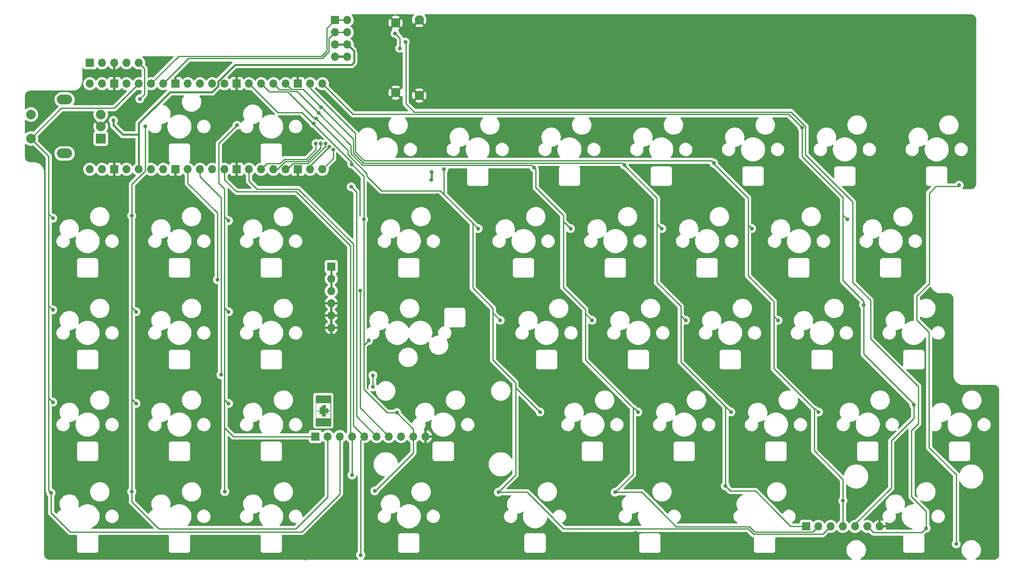
<source format=gtl>
%TF.GenerationSoftware,KiCad,Pcbnew,(6.0.5)*%
%TF.CreationDate,2022-07-17T14:54:14-06:00*%
%TF.ProjectId,kb,6b622e6b-6963-4616-945f-706362585858,rev?*%
%TF.SameCoordinates,Original*%
%TF.FileFunction,Copper,L1,Top*%
%TF.FilePolarity,Positive*%
%FSLAX46Y46*%
G04 Gerber Fmt 4.6, Leading zero omitted, Abs format (unit mm)*
G04 Created by KiCad (PCBNEW (6.0.5)) date 2022-07-17 14:54:14*
%MOMM*%
%LPD*%
G01*
G04 APERTURE LIST*
%TA.AperFunction,NonConductor*%
%ADD10C,0.006000*%
%TD*%
%TA.AperFunction,ComponentPad*%
%ADD11R,1.700000X1.700000*%
%TD*%
%TA.AperFunction,ComponentPad*%
%ADD12O,1.700000X1.700000*%
%TD*%
%TA.AperFunction,WasherPad*%
%ADD13O,3.200000X2.000000*%
%TD*%
%TA.AperFunction,ComponentPad*%
%ADD14R,2.000000X2.000000*%
%TD*%
%TA.AperFunction,ComponentPad*%
%ADD15C,2.000000*%
%TD*%
%TA.AperFunction,ComponentPad*%
%ADD16C,1.950000*%
%TD*%
%TA.AperFunction,ViaPad*%
%ADD17C,0.800000*%
%TD*%
%TA.AperFunction,Conductor*%
%ADD18C,0.381000*%
%TD*%
%TA.AperFunction,Conductor*%
%ADD19C,0.254000*%
%TD*%
G04 APERTURE END LIST*
D10*
G36*
X87813329Y-128864071D02*
G01*
X84638329Y-128864071D01*
X84638329Y-127276572D01*
X87813329Y-127276572D01*
X87813329Y-128864071D01*
G37*
X87813329Y-128864071D02*
X84638329Y-128864071D01*
X84638329Y-127276572D01*
X87813329Y-127276572D01*
X87813329Y-128864071D01*
G36*
X87813329Y-124101572D02*
G01*
X84638329Y-124101572D01*
X84638329Y-122514072D01*
X87813329Y-122514072D01*
X87813329Y-124101572D01*
G37*
X87813329Y-124101572D02*
X84638329Y-124101572D01*
X84638329Y-122514072D01*
X87813329Y-122514072D01*
X87813329Y-124101572D01*
G36*
X86248319Y-124598989D02*
G01*
X86249225Y-124600796D01*
X86250205Y-124602545D01*
X86251257Y-124604232D01*
X86252378Y-124605858D01*
X86253565Y-124607420D01*
X86254815Y-124608919D01*
X86256125Y-124610352D01*
X86257494Y-124611718D01*
X86258917Y-124613017D01*
X86260393Y-124614247D01*
X86263491Y-124616495D01*
X86266766Y-124618453D01*
X86270195Y-124620112D01*
X86273757Y-124621462D01*
X86277430Y-124622494D01*
X86281192Y-124623198D01*
X86283100Y-124623425D01*
X86285022Y-124623566D01*
X86286955Y-124623620D01*
X86288897Y-124623587D01*
X86290844Y-124623465D01*
X86292795Y-124623252D01*
X86294746Y-124622949D01*
X86296694Y-124622553D01*
X86298638Y-124622063D01*
X86300574Y-124621478D01*
X86678928Y-124498447D01*
X86602860Y-124856957D01*
X86602512Y-124858835D01*
X86602248Y-124860711D01*
X86602068Y-124862584D01*
X86601971Y-124864451D01*
X86601954Y-124866310D01*
X86602019Y-124868158D01*
X86602162Y-124869995D01*
X86602383Y-124871816D01*
X86602680Y-124873620D01*
X86603054Y-124875405D01*
X86603501Y-124877169D01*
X86604022Y-124878909D01*
X86604615Y-124880623D01*
X86605278Y-124882308D01*
X86606011Y-124883963D01*
X86606813Y-124885585D01*
X86607682Y-124887172D01*
X86608617Y-124888722D01*
X86609617Y-124890232D01*
X86610681Y-124891701D01*
X86611807Y-124893125D01*
X86612995Y-124894504D01*
X86614243Y-124895833D01*
X86615551Y-124897112D01*
X86616916Y-124898338D01*
X86618338Y-124899508D01*
X86619815Y-124900621D01*
X86621347Y-124901674D01*
X86622932Y-124902665D01*
X86624570Y-124903592D01*
X86626258Y-124904452D01*
X86627996Y-124905244D01*
X86791376Y-124974697D01*
X86491074Y-125254494D01*
X86488597Y-125257044D01*
X86486364Y-125259754D01*
X86484379Y-125262609D01*
X86482645Y-125265592D01*
X86481165Y-125268686D01*
X86479940Y-125271875D01*
X86478975Y-125275142D01*
X86478271Y-125278471D01*
X86477832Y-125281845D01*
X86477661Y-125285247D01*
X86477760Y-125288661D01*
X86478132Y-125292071D01*
X86478780Y-125295460D01*
X86479707Y-125298811D01*
X86480915Y-125302109D01*
X86482408Y-125305335D01*
X86484160Y-125308428D01*
X86486136Y-125311332D01*
X86488320Y-125314037D01*
X86490696Y-125316539D01*
X86493251Y-125318828D01*
X86495968Y-125320898D01*
X86498833Y-125322741D01*
X86501831Y-125324350D01*
X86504946Y-125325718D01*
X86508164Y-125326837D01*
X86511469Y-125327699D01*
X86514846Y-125328299D01*
X86518281Y-125328628D01*
X86521757Y-125328678D01*
X86525261Y-125328443D01*
X86528777Y-125327916D01*
X87224631Y-125192978D01*
X87099615Y-125409275D01*
X87098541Y-125411223D01*
X87097572Y-125413214D01*
X87096711Y-125415244D01*
X87095957Y-125417309D01*
X87095311Y-125419405D01*
X87094774Y-125421527D01*
X87094346Y-125423670D01*
X87094028Y-125425832D01*
X87093819Y-125428007D01*
X87093722Y-125430190D01*
X87093736Y-125432379D01*
X87093861Y-125434568D01*
X87094099Y-125436754D01*
X87094449Y-125438931D01*
X87094913Y-125441096D01*
X87095490Y-125443245D01*
X87096178Y-125445360D01*
X87096970Y-125447428D01*
X87097864Y-125449444D01*
X87098857Y-125451406D01*
X87099946Y-125453309D01*
X87101128Y-125455151D01*
X87102401Y-125456928D01*
X87103761Y-125458638D01*
X87105207Y-125460276D01*
X87106735Y-125461839D01*
X87108342Y-125463325D01*
X87110027Y-125464729D01*
X87111785Y-125466049D01*
X87113614Y-125467281D01*
X87115512Y-125468421D01*
X87117475Y-125469468D01*
X87548746Y-125689072D01*
X87117475Y-125908676D01*
X87115512Y-125909722D01*
X87113614Y-125910863D01*
X87111785Y-125912095D01*
X87110027Y-125913415D01*
X87108342Y-125914819D01*
X87106735Y-125916305D01*
X87105207Y-125917868D01*
X87103761Y-125919506D01*
X87102401Y-125921215D01*
X87101128Y-125922993D01*
X87099946Y-125924835D01*
X87098857Y-125926738D01*
X87097864Y-125928699D01*
X87096970Y-125930715D01*
X87096178Y-125932783D01*
X87095490Y-125934899D01*
X87094913Y-125937047D01*
X87094449Y-125939212D01*
X87094099Y-125941390D01*
X87093861Y-125943575D01*
X87093736Y-125945764D01*
X87093722Y-125947953D01*
X87093819Y-125950137D01*
X87094028Y-125952312D01*
X87094346Y-125954473D01*
X87094774Y-125956617D01*
X87095311Y-125958739D01*
X87095957Y-125960834D01*
X87096711Y-125962900D01*
X87097572Y-125964930D01*
X87098541Y-125966921D01*
X87099615Y-125968869D01*
X87224631Y-126185165D01*
X86528777Y-126050228D01*
X86527019Y-126049927D01*
X86525261Y-126049700D01*
X86523507Y-126049547D01*
X86521757Y-126049465D01*
X86520015Y-126049455D01*
X86518281Y-126049516D01*
X86516557Y-126049646D01*
X86514846Y-126049845D01*
X86513149Y-126050111D01*
X86511469Y-126050444D01*
X86509806Y-126050843D01*
X86508164Y-126051307D01*
X86506543Y-126051835D01*
X86504946Y-126052426D01*
X86503375Y-126053079D01*
X86501831Y-126053794D01*
X86500316Y-126054568D01*
X86498833Y-126055403D01*
X86497383Y-126056295D01*
X86495968Y-126057246D01*
X86494590Y-126058253D01*
X86493251Y-126059316D01*
X86491952Y-126060433D01*
X86490696Y-126061605D01*
X86489485Y-126062829D01*
X86488320Y-126064106D01*
X86487203Y-126065434D01*
X86486136Y-126066812D01*
X86485121Y-126068239D01*
X86484160Y-126069715D01*
X86483255Y-126071238D01*
X86482408Y-126072808D01*
X86481626Y-126074412D01*
X86480915Y-126076035D01*
X86480276Y-126077676D01*
X86479707Y-126079332D01*
X86479208Y-126081002D01*
X86478780Y-126082683D01*
X86478421Y-126084374D01*
X86478132Y-126086072D01*
X86477912Y-126087776D01*
X86477760Y-126089482D01*
X86477677Y-126091190D01*
X86477661Y-126092897D01*
X86477832Y-126096299D01*
X86478271Y-126099673D01*
X86478975Y-126103001D01*
X86479940Y-126106268D01*
X86480520Y-126107874D01*
X86481165Y-126109457D01*
X86481873Y-126111017D01*
X86482645Y-126112551D01*
X86483481Y-126114058D01*
X86484379Y-126115534D01*
X86485341Y-126116979D01*
X86486364Y-126118389D01*
X86487450Y-126119764D01*
X86488597Y-126121100D01*
X86489805Y-126122396D01*
X86491074Y-126123650D01*
X86791376Y-126403447D01*
X86627996Y-126472900D01*
X86626258Y-126473691D01*
X86624570Y-126474551D01*
X86622932Y-126475478D01*
X86621347Y-126476469D01*
X86618338Y-126478635D01*
X86615551Y-126481032D01*
X86612995Y-126483640D01*
X86610681Y-126486443D01*
X86608617Y-126489421D01*
X86606813Y-126492558D01*
X86605278Y-126495836D01*
X86604022Y-126499235D01*
X86603054Y-126502738D01*
X86602383Y-126506328D01*
X86602019Y-126509985D01*
X86601971Y-126513693D01*
X86602068Y-126515560D01*
X86602248Y-126517433D01*
X86602512Y-126519309D01*
X86602860Y-126521186D01*
X86678928Y-126879697D01*
X86300574Y-126756665D01*
X86298638Y-126756081D01*
X86296694Y-126755591D01*
X86294746Y-126755195D01*
X86292795Y-126754891D01*
X86290844Y-126754679D01*
X86288897Y-126754557D01*
X86286955Y-126754523D01*
X86285022Y-126754578D01*
X86283100Y-126754719D01*
X86281192Y-126754945D01*
X86279302Y-126755256D01*
X86277430Y-126755650D01*
X86275581Y-126756125D01*
X86273757Y-126756682D01*
X86271961Y-126757318D01*
X86270195Y-126758032D01*
X86268462Y-126758823D01*
X86266766Y-126759691D01*
X86265108Y-126760633D01*
X86263491Y-126761649D01*
X86261919Y-126762737D01*
X86260393Y-126763897D01*
X86258917Y-126765127D01*
X86257494Y-126766425D01*
X86256125Y-126767792D01*
X86254815Y-126769225D01*
X86253565Y-126770723D01*
X86252378Y-126772286D01*
X86251257Y-126773911D01*
X86250205Y-126775599D01*
X86249225Y-126777347D01*
X86248319Y-126779155D01*
X86182834Y-126919384D01*
X85678803Y-126296952D01*
X85676538Y-126294378D01*
X85674105Y-126292018D01*
X85671518Y-126289877D01*
X85668791Y-126287958D01*
X85665940Y-126286265D01*
X85662979Y-126284802D01*
X85659922Y-126283574D01*
X85656784Y-126282584D01*
X85653580Y-126281837D01*
X85650324Y-126281335D01*
X85647030Y-126281084D01*
X85643715Y-126281087D01*
X85640391Y-126281349D01*
X85637073Y-126281873D01*
X85633777Y-126282663D01*
X85630517Y-126283723D01*
X85418850Y-126360452D01*
X85518730Y-125792259D01*
X85519234Y-125788738D01*
X85519536Y-125785214D01*
X85519640Y-125781695D01*
X85519547Y-125778189D01*
X85519259Y-125774705D01*
X85518779Y-125771249D01*
X85518110Y-125767830D01*
X85517253Y-125764456D01*
X85516210Y-125761134D01*
X85514984Y-125757873D01*
X85513577Y-125754680D01*
X85511992Y-125751564D01*
X85510230Y-125748532D01*
X85508293Y-125745592D01*
X85506185Y-125742752D01*
X85503907Y-125740020D01*
X85501478Y-125737421D01*
X85498921Y-125734977D01*
X85496244Y-125732691D01*
X85493454Y-125730567D01*
X85490558Y-125728608D01*
X85487564Y-125726816D01*
X85484480Y-125725195D01*
X85481313Y-125723749D01*
X85478071Y-125722480D01*
X85474762Y-125721392D01*
X85471392Y-125720488D01*
X85467970Y-125719771D01*
X85464503Y-125719244D01*
X85460998Y-125718911D01*
X85457464Y-125718774D01*
X85453907Y-125718837D01*
X84883069Y-125748603D01*
X84883069Y-125629540D01*
X85453907Y-125659306D01*
X85457464Y-125659369D01*
X85460998Y-125659233D01*
X85464503Y-125658900D01*
X85467970Y-125658373D01*
X85471392Y-125657656D01*
X85474762Y-125656752D01*
X85478071Y-125655663D01*
X85481313Y-125654395D01*
X85484480Y-125652948D01*
X85487564Y-125651328D01*
X85490558Y-125649536D01*
X85493454Y-125647577D01*
X85496244Y-125645452D01*
X85498921Y-125643167D01*
X85501478Y-125640723D01*
X85503907Y-125638124D01*
X85506185Y-125635392D01*
X85508293Y-125632552D01*
X85510230Y-125629612D01*
X85511992Y-125626580D01*
X85513577Y-125623463D01*
X85514984Y-125620271D01*
X85516210Y-125617010D01*
X85517253Y-125613688D01*
X85518110Y-125610314D01*
X85518779Y-125606895D01*
X85519259Y-125603439D01*
X85519547Y-125599954D01*
X85519640Y-125596449D01*
X85519536Y-125592930D01*
X85519234Y-125589406D01*
X85518730Y-125585884D01*
X85418850Y-125017692D01*
X85630517Y-125094421D01*
X85632141Y-125094985D01*
X85633777Y-125095481D01*
X85635422Y-125095910D01*
X85637073Y-125096271D01*
X85638730Y-125096566D01*
X85640391Y-125096795D01*
X85642053Y-125096958D01*
X85643715Y-125097056D01*
X85645374Y-125097090D01*
X85647030Y-125097060D01*
X85648681Y-125096966D01*
X85650324Y-125096809D01*
X85651957Y-125096589D01*
X85653580Y-125096307D01*
X85655189Y-125095964D01*
X85656784Y-125095560D01*
X85658362Y-125095095D01*
X85659922Y-125094570D01*
X85661461Y-125093985D01*
X85662979Y-125093341D01*
X85664472Y-125092639D01*
X85665940Y-125091879D01*
X85667381Y-125091061D01*
X85668791Y-125090186D01*
X85670171Y-125089255D01*
X85671518Y-125088267D01*
X85672830Y-125087224D01*
X85674105Y-125086126D01*
X85675342Y-125084973D01*
X85676538Y-125083766D01*
X85677693Y-125082505D01*
X85678803Y-125081192D01*
X86182834Y-124458759D01*
X86248319Y-124598989D01*
G37*
X86248319Y-124598989D02*
X86249225Y-124600796D01*
X86250205Y-124602545D01*
X86251257Y-124604232D01*
X86252378Y-124605858D01*
X86253565Y-124607420D01*
X86254815Y-124608919D01*
X86256125Y-124610352D01*
X86257494Y-124611718D01*
X86258917Y-124613017D01*
X86260393Y-124614247D01*
X86263491Y-124616495D01*
X86266766Y-124618453D01*
X86270195Y-124620112D01*
X86273757Y-124621462D01*
X86277430Y-124622494D01*
X86281192Y-124623198D01*
X86283100Y-124623425D01*
X86285022Y-124623566D01*
X86286955Y-124623620D01*
X86288897Y-124623587D01*
X86290844Y-124623465D01*
X86292795Y-124623252D01*
X86294746Y-124622949D01*
X86296694Y-124622553D01*
X86298638Y-124622063D01*
X86300574Y-124621478D01*
X86678928Y-124498447D01*
X86602860Y-124856957D01*
X86602512Y-124858835D01*
X86602248Y-124860711D01*
X86602068Y-124862584D01*
X86601971Y-124864451D01*
X86601954Y-124866310D01*
X86602019Y-124868158D01*
X86602162Y-124869995D01*
X86602383Y-124871816D01*
X86602680Y-124873620D01*
X86603054Y-124875405D01*
X86603501Y-124877169D01*
X86604022Y-124878909D01*
X86604615Y-124880623D01*
X86605278Y-124882308D01*
X86606011Y-124883963D01*
X86606813Y-124885585D01*
X86607682Y-124887172D01*
X86608617Y-124888722D01*
X86609617Y-124890232D01*
X86610681Y-124891701D01*
X86611807Y-124893125D01*
X86612995Y-124894504D01*
X86614243Y-124895833D01*
X86615551Y-124897112D01*
X86616916Y-124898338D01*
X86618338Y-124899508D01*
X86619815Y-124900621D01*
X86621347Y-124901674D01*
X86622932Y-124902665D01*
X86624570Y-124903592D01*
X86626258Y-124904452D01*
X86627996Y-124905244D01*
X86791376Y-124974697D01*
X86491074Y-125254494D01*
X86488597Y-125257044D01*
X86486364Y-125259754D01*
X86484379Y-125262609D01*
X86482645Y-125265592D01*
X86481165Y-125268686D01*
X86479940Y-125271875D01*
X86478975Y-125275142D01*
X86478271Y-125278471D01*
X86477832Y-125281845D01*
X86477661Y-125285247D01*
X86477760Y-125288661D01*
X86478132Y-125292071D01*
X86478780Y-125295460D01*
X86479707Y-125298811D01*
X86480915Y-125302109D01*
X86482408Y-125305335D01*
X86484160Y-125308428D01*
X86486136Y-125311332D01*
X86488320Y-125314037D01*
X86490696Y-125316539D01*
X86493251Y-125318828D01*
X86495968Y-125320898D01*
X86498833Y-125322741D01*
X86501831Y-125324350D01*
X86504946Y-125325718D01*
X86508164Y-125326837D01*
X86511469Y-125327699D01*
X86514846Y-125328299D01*
X86518281Y-125328628D01*
X86521757Y-125328678D01*
X86525261Y-125328443D01*
X86528777Y-125327916D01*
X87224631Y-125192978D01*
X87099615Y-125409275D01*
X87098541Y-125411223D01*
X87097572Y-125413214D01*
X87096711Y-125415244D01*
X87095957Y-125417309D01*
X87095311Y-125419405D01*
X87094774Y-125421527D01*
X87094346Y-125423670D01*
X87094028Y-125425832D01*
X87093819Y-125428007D01*
X87093722Y-125430190D01*
X87093736Y-125432379D01*
X87093861Y-125434568D01*
X87094099Y-125436754D01*
X87094449Y-125438931D01*
X87094913Y-125441096D01*
X87095490Y-125443245D01*
X87096178Y-125445360D01*
X87096970Y-125447428D01*
X87097864Y-125449444D01*
X87098857Y-125451406D01*
X87099946Y-125453309D01*
X87101128Y-125455151D01*
X87102401Y-125456928D01*
X87103761Y-125458638D01*
X87105207Y-125460276D01*
X87106735Y-125461839D01*
X87108342Y-125463325D01*
X87110027Y-125464729D01*
X87111785Y-125466049D01*
X87113614Y-125467281D01*
X87115512Y-125468421D01*
X87117475Y-125469468D01*
X87548746Y-125689072D01*
X87117475Y-125908676D01*
X87115512Y-125909722D01*
X87113614Y-125910863D01*
X87111785Y-125912095D01*
X87110027Y-125913415D01*
X87108342Y-125914819D01*
X87106735Y-125916305D01*
X87105207Y-125917868D01*
X87103761Y-125919506D01*
X87102401Y-125921215D01*
X87101128Y-125922993D01*
X87099946Y-125924835D01*
X87098857Y-125926738D01*
X87097864Y-125928699D01*
X87096970Y-125930715D01*
X87096178Y-125932783D01*
X87095490Y-125934899D01*
X87094913Y-125937047D01*
X87094449Y-125939212D01*
X87094099Y-125941390D01*
X87093861Y-125943575D01*
X87093736Y-125945764D01*
X87093722Y-125947953D01*
X87093819Y-125950137D01*
X87094028Y-125952312D01*
X87094346Y-125954473D01*
X87094774Y-125956617D01*
X87095311Y-125958739D01*
X87095957Y-125960834D01*
X87096711Y-125962900D01*
X87097572Y-125964930D01*
X87098541Y-125966921D01*
X87099615Y-125968869D01*
X87224631Y-126185165D01*
X86528777Y-126050228D01*
X86527019Y-126049927D01*
X86525261Y-126049700D01*
X86523507Y-126049547D01*
X86521757Y-126049465D01*
X86520015Y-126049455D01*
X86518281Y-126049516D01*
X86516557Y-126049646D01*
X86514846Y-126049845D01*
X86513149Y-126050111D01*
X86511469Y-126050444D01*
X86509806Y-126050843D01*
X86508164Y-126051307D01*
X86506543Y-126051835D01*
X86504946Y-126052426D01*
X86503375Y-126053079D01*
X86501831Y-126053794D01*
X86500316Y-126054568D01*
X86498833Y-126055403D01*
X86497383Y-126056295D01*
X86495968Y-126057246D01*
X86494590Y-126058253D01*
X86493251Y-126059316D01*
X86491952Y-126060433D01*
X86490696Y-126061605D01*
X86489485Y-126062829D01*
X86488320Y-126064106D01*
X86487203Y-126065434D01*
X86486136Y-126066812D01*
X86485121Y-126068239D01*
X86484160Y-126069715D01*
X86483255Y-126071238D01*
X86482408Y-126072808D01*
X86481626Y-126074412D01*
X86480915Y-126076035D01*
X86480276Y-126077676D01*
X86479707Y-126079332D01*
X86479208Y-126081002D01*
X86478780Y-126082683D01*
X86478421Y-126084374D01*
X86478132Y-126086072D01*
X86477912Y-126087776D01*
X86477760Y-126089482D01*
X86477677Y-126091190D01*
X86477661Y-126092897D01*
X86477832Y-126096299D01*
X86478271Y-126099673D01*
X86478975Y-126103001D01*
X86479940Y-126106268D01*
X86480520Y-126107874D01*
X86481165Y-126109457D01*
X86481873Y-126111017D01*
X86482645Y-126112551D01*
X86483481Y-126114058D01*
X86484379Y-126115534D01*
X86485341Y-126116979D01*
X86486364Y-126118389D01*
X86487450Y-126119764D01*
X86488597Y-126121100D01*
X86489805Y-126122396D01*
X86491074Y-126123650D01*
X86791376Y-126403447D01*
X86627996Y-126472900D01*
X86626258Y-126473691D01*
X86624570Y-126474551D01*
X86622932Y-126475478D01*
X86621347Y-126476469D01*
X86618338Y-126478635D01*
X86615551Y-126481032D01*
X86612995Y-126483640D01*
X86610681Y-126486443D01*
X86608617Y-126489421D01*
X86606813Y-126492558D01*
X86605278Y-126495836D01*
X86604022Y-126499235D01*
X86603054Y-126502738D01*
X86602383Y-126506328D01*
X86602019Y-126509985D01*
X86601971Y-126513693D01*
X86602068Y-126515560D01*
X86602248Y-126517433D01*
X86602512Y-126519309D01*
X86602860Y-126521186D01*
X86678928Y-126879697D01*
X86300574Y-126756665D01*
X86298638Y-126756081D01*
X86296694Y-126755591D01*
X86294746Y-126755195D01*
X86292795Y-126754891D01*
X86290844Y-126754679D01*
X86288897Y-126754557D01*
X86286955Y-126754523D01*
X86285022Y-126754578D01*
X86283100Y-126754719D01*
X86281192Y-126754945D01*
X86279302Y-126755256D01*
X86277430Y-126755650D01*
X86275581Y-126756125D01*
X86273757Y-126756682D01*
X86271961Y-126757318D01*
X86270195Y-126758032D01*
X86268462Y-126758823D01*
X86266766Y-126759691D01*
X86265108Y-126760633D01*
X86263491Y-126761649D01*
X86261919Y-126762737D01*
X86260393Y-126763897D01*
X86258917Y-126765127D01*
X86257494Y-126766425D01*
X86256125Y-126767792D01*
X86254815Y-126769225D01*
X86253565Y-126770723D01*
X86252378Y-126772286D01*
X86251257Y-126773911D01*
X86250205Y-126775599D01*
X86249225Y-126777347D01*
X86248319Y-126779155D01*
X86182834Y-126919384D01*
X85678803Y-126296952D01*
X85676538Y-126294378D01*
X85674105Y-126292018D01*
X85671518Y-126289877D01*
X85668791Y-126287958D01*
X85665940Y-126286265D01*
X85662979Y-126284802D01*
X85659922Y-126283574D01*
X85656784Y-126282584D01*
X85653580Y-126281837D01*
X85650324Y-126281335D01*
X85647030Y-126281084D01*
X85643715Y-126281087D01*
X85640391Y-126281349D01*
X85637073Y-126281873D01*
X85633777Y-126282663D01*
X85630517Y-126283723D01*
X85418850Y-126360452D01*
X85518730Y-125792259D01*
X85519234Y-125788738D01*
X85519536Y-125785214D01*
X85519640Y-125781695D01*
X85519547Y-125778189D01*
X85519259Y-125774705D01*
X85518779Y-125771249D01*
X85518110Y-125767830D01*
X85517253Y-125764456D01*
X85516210Y-125761134D01*
X85514984Y-125757873D01*
X85513577Y-125754680D01*
X85511992Y-125751564D01*
X85510230Y-125748532D01*
X85508293Y-125745592D01*
X85506185Y-125742752D01*
X85503907Y-125740020D01*
X85501478Y-125737421D01*
X85498921Y-125734977D01*
X85496244Y-125732691D01*
X85493454Y-125730567D01*
X85490558Y-125728608D01*
X85487564Y-125726816D01*
X85484480Y-125725195D01*
X85481313Y-125723749D01*
X85478071Y-125722480D01*
X85474762Y-125721392D01*
X85471392Y-125720488D01*
X85467970Y-125719771D01*
X85464503Y-125719244D01*
X85460998Y-125718911D01*
X85457464Y-125718774D01*
X85453907Y-125718837D01*
X84883069Y-125748603D01*
X84883069Y-125629540D01*
X85453907Y-125659306D01*
X85457464Y-125659369D01*
X85460998Y-125659233D01*
X85464503Y-125658900D01*
X85467970Y-125658373D01*
X85471392Y-125657656D01*
X85474762Y-125656752D01*
X85478071Y-125655663D01*
X85481313Y-125654395D01*
X85484480Y-125652948D01*
X85487564Y-125651328D01*
X85490558Y-125649536D01*
X85493454Y-125647577D01*
X85496244Y-125645452D01*
X85498921Y-125643167D01*
X85501478Y-125640723D01*
X85503907Y-125638124D01*
X85506185Y-125635392D01*
X85508293Y-125632552D01*
X85510230Y-125629612D01*
X85511992Y-125626580D01*
X85513577Y-125623463D01*
X85514984Y-125620271D01*
X85516210Y-125617010D01*
X85517253Y-125613688D01*
X85518110Y-125610314D01*
X85518779Y-125606895D01*
X85519259Y-125603439D01*
X85519547Y-125599954D01*
X85519640Y-125596449D01*
X85519536Y-125592930D01*
X85519234Y-125589406D01*
X85518730Y-125585884D01*
X85418850Y-125017692D01*
X85630517Y-125094421D01*
X85632141Y-125094985D01*
X85633777Y-125095481D01*
X85635422Y-125095910D01*
X85637073Y-125096271D01*
X85638730Y-125096566D01*
X85640391Y-125096795D01*
X85642053Y-125096958D01*
X85643715Y-125097056D01*
X85645374Y-125097090D01*
X85647030Y-125097060D01*
X85648681Y-125096966D01*
X85650324Y-125096809D01*
X85651957Y-125096589D01*
X85653580Y-125096307D01*
X85655189Y-125095964D01*
X85656784Y-125095560D01*
X85658362Y-125095095D01*
X85659922Y-125094570D01*
X85661461Y-125093985D01*
X85662979Y-125093341D01*
X85664472Y-125092639D01*
X85665940Y-125091879D01*
X85667381Y-125091061D01*
X85668791Y-125090186D01*
X85670171Y-125089255D01*
X85671518Y-125088267D01*
X85672830Y-125087224D01*
X85674105Y-125086126D01*
X85675342Y-125084973D01*
X85676538Y-125083766D01*
X85677693Y-125082505D01*
X85678803Y-125081192D01*
X86182834Y-124458759D01*
X86248319Y-124598989D01*
G36*
X84703814Y-124167056D02*
G01*
X84703814Y-127211087D01*
X84638329Y-127276572D01*
X84638329Y-124101572D01*
X84703814Y-124167056D01*
G37*
X84703814Y-124167056D02*
X84703814Y-127211087D01*
X84638329Y-127276572D01*
X84638329Y-124101572D01*
X84703814Y-124167056D01*
G36*
X87813329Y-127276572D02*
G01*
X87747845Y-127211087D01*
X87747845Y-124167056D01*
X87813329Y-124101572D01*
X87813329Y-127276572D01*
G37*
X87813329Y-127276572D02*
X87747845Y-127211087D01*
X87747845Y-124167056D01*
X87813329Y-124101572D01*
X87813329Y-127276572D01*
D11*
%TO.P,J6,1,Pin_1*%
%TO.N,+5V*%
X87884000Y-95758000D03*
D12*
%TO.P,J6,2,Pin_2*%
X87884000Y-98298000D03*
%TO.P,J6,3,Pin_3*%
X87884000Y-100838000D03*
%TO.P,J6,4,Pin_4*%
%TO.N,GND*%
X87884000Y-103378000D03*
%TO.P,J6,5,Pin_5*%
X87884000Y-105918000D03*
%TO.P,J6,6,Pin_6*%
X87884000Y-108458000D03*
%TD*%
D13*
%TO.P,SW1,*%
%TO.N,*%
X32543750Y-61075000D03*
X32543750Y-72275000D03*
D14*
%TO.P,SW1,A,A*%
%TO.N,/ENC_L1*%
X40043750Y-69175000D03*
D15*
%TO.P,SW1,B,B*%
%TO.N,/ENC_L2*%
X40043750Y-64175000D03*
%TO.P,SW1,C,C*%
%TO.N,GND*%
X40043750Y-66675000D03*
%TO.P,SW1,S1,S1*%
%TO.N,Net-(D0-Pad2)*%
X25543750Y-64175000D03*
%TO.P,SW1,S2,S2*%
%TO.N,/COL0*%
X25543750Y-69175000D03*
%TD*%
D11*
%TO.P,J5,1,Pin_1*%
%TO.N,/COL6*%
X186436000Y-149733000D03*
D12*
%TO.P,J5,2,Pin_2*%
%TO.N,/COL5*%
X188976000Y-149733000D03*
%TO.P,J5,3,Pin_3*%
%TO.N,/COL4*%
X191516000Y-149733000D03*
%TO.P,J5,4,Pin_4*%
%TO.N,/COL7*%
X194056000Y-149733000D03*
%TO.P,J5,5,Pin_5*%
%TO.N,/COL8*%
X196596000Y-149733000D03*
%TO.P,J5,6,Pin_6*%
%TO.N,/RGB_TO_RIGHT*%
X199136000Y-149733000D03*
%TO.P,J5,7,Pin_7*%
%TO.N,GND*%
X201676000Y-149733000D03*
%TD*%
D11*
%TO.P,J3,1,Pin_1*%
%TO.N,/ENC_L1*%
X37782500Y-53467000D03*
D12*
%TO.P,J3,2,Pin_2*%
%TO.N,/ENC_L2*%
X40322500Y-53467000D03*
%TO.P,J3,3,Pin_3*%
%TO.N,GND*%
X42862500Y-53467000D03*
%TO.P,J3,4,Pin_4*%
%TO.N,/RGB_3V3*%
X45402500Y-53467000D03*
%TO.P,J3,5,Pin_5*%
%TO.N,/RGB_5V*%
X47942500Y-53467000D03*
%TD*%
D11*
%TO.P,J4,1,Pin_1*%
%TO.N,/COL2*%
X84587000Y-131064000D03*
D12*
%TO.P,J4,2,Pin_2*%
%TO.N,/COL1*%
X87127000Y-131064000D03*
%TO.P,J4,3,Pin_3*%
%TO.N,/COL0*%
X89667000Y-131064000D03*
%TO.P,J4,4,Pin_4*%
%TO.N,/ROW3*%
X92207000Y-131064000D03*
%TO.P,J4,5,Pin_5*%
%TO.N,/ROW4*%
X94747000Y-131064000D03*
%TO.P,J4,6,Pin_6*%
%TO.N,/ROW0*%
X97287000Y-131064000D03*
%TO.P,J4,7,Pin_7*%
%TO.N,/ROW1*%
X99827000Y-131064000D03*
%TO.P,J4,8,Pin_8*%
%TO.N,/ROW2*%
X102367000Y-131064000D03*
%TO.P,J4,9,Pin_9*%
%TO.N,/COL3*%
X104907000Y-131064000D03*
%TO.P,J4,10,Pin_10*%
%TO.N,GND*%
X107447000Y-131064000D03*
%TD*%
D11*
%TO.P,J1,1,Pin_1*%
%TO.N,/OLED_SDA*%
X88646000Y-44577000D03*
D12*
%TO.P,J1,2,Pin_2*%
X91186000Y-44577000D03*
%TO.P,J1,3,Pin_3*%
%TO.N,/OLED_SCL*%
X88646000Y-47117000D03*
%TO.P,J1,4,Pin_4*%
X91186000Y-47117000D03*
%TO.P,J1,5,Pin_5*%
%TO.N,+3V3*%
X88646000Y-49657000D03*
%TO.P,J1,6,Pin_6*%
X91186000Y-49657000D03*
%TO.P,J1,7,Pin_7*%
%TO.N,GND*%
X88646000Y-52197000D03*
%TO.P,J1,8,Pin_8*%
X91186000Y-52197000D03*
%TD*%
%TO.P,U1,1,GPIO0*%
%TO.N,/ENC_L1*%
X37782500Y-57785000D03*
%TO.P,U1,2,GPIO1*%
%TO.N,/ENC_L2*%
X40322500Y-57785000D03*
D11*
%TO.P,U1,3,GND*%
%TO.N,GND*%
X42862500Y-57785000D03*
D12*
%TO.P,U1,4,GPIO2*%
%TO.N,/RGB_3V3*%
X45402500Y-57785000D03*
%TO.P,U1,5,GPIO3*%
%TO.N,/COL0*%
X47942500Y-57785000D03*
%TO.P,U1,6,GPIO4*%
%TO.N,/OLED_SDA*%
X50482500Y-57785000D03*
%TO.P,U1,7,GPIO5*%
%TO.N,/OLED_SCL*%
X53022500Y-57785000D03*
D11*
%TO.P,U1,8,GND*%
%TO.N,GND*%
X55562500Y-57785000D03*
D12*
%TO.P,U1,9,GPIO6*%
%TO.N,/COL1*%
X58102500Y-57785000D03*
%TO.P,U1,10,GPIO7*%
%TO.N,/ENC_R1*%
X60642500Y-57785000D03*
%TO.P,U1,11,GPIO8*%
%TO.N,/ENC_R2*%
X63182500Y-57785000D03*
%TO.P,U1,12,GPIO9*%
%TO.N,/COL2*%
X65722500Y-57785000D03*
D11*
%TO.P,U1,13,GND*%
%TO.N,GND*%
X68262500Y-57785000D03*
D12*
%TO.P,U1,14,GPIO10*%
%TO.N,/COL3*%
X70802500Y-57785000D03*
%TO.P,U1,15,GPIO11*%
%TO.N,/COL4*%
X73342500Y-57785000D03*
%TO.P,U1,16,GPIO12*%
%TO.N,/COL5*%
X75882500Y-57785000D03*
%TO.P,U1,17,GPIO13*%
%TO.N,/COL6*%
X78422500Y-57785000D03*
D11*
%TO.P,U1,18,GND*%
%TO.N,GND*%
X80962500Y-57785000D03*
D12*
%TO.P,U1,19,GPIO14*%
%TO.N,/COL7*%
X83502500Y-57785000D03*
%TO.P,U1,20,GPIO15*%
%TO.N,/COL8*%
X86042500Y-57785000D03*
%TO.P,U1,21,GPIO16*%
%TO.N,/ROW9*%
X86042500Y-75565000D03*
%TO.P,U1,22,GPIO17*%
%TO.N,/ROW8*%
X83502500Y-75565000D03*
D11*
%TO.P,U1,23,GND*%
%TO.N,GND*%
X80962500Y-75565000D03*
D12*
%TO.P,U1,24,GPIO18*%
%TO.N,/ROW7*%
X78422500Y-75565000D03*
%TO.P,U1,25,GPIO19*%
%TO.N,/ROW6*%
X75882500Y-75565000D03*
%TO.P,U1,26,GPIO20*%
%TO.N,/ROW5*%
X73342500Y-75565000D03*
%TO.P,U1,27,GPIO21*%
%TO.N,/ROW4*%
X70802500Y-75565000D03*
D11*
%TO.P,U1,28,GND*%
%TO.N,GND*%
X68262500Y-75565000D03*
D12*
%TO.P,U1,29,GPIO22*%
%TO.N,/ROW3*%
X65722500Y-75565000D03*
%TO.P,U1,30,RUN*%
%TO.N,unconnected-(U1-Pad30)*%
X63182500Y-75565000D03*
%TO.P,U1,31,GPIO26_ADC0*%
%TO.N,/ROW2*%
X60642500Y-75565000D03*
%TO.P,U1,32,GPIO27_ADC1*%
%TO.N,/ROW1*%
X58102500Y-75565000D03*
D11*
%TO.P,U1,33,AGND*%
%TO.N,GND*%
X55562500Y-75565000D03*
D12*
%TO.P,U1,34,GPIO28_ADC2*%
%TO.N,/ROW0*%
X53022500Y-75565000D03*
%TO.P,U1,35,ADC_VREF*%
%TO.N,unconnected-(U1-Pad35)*%
X50482500Y-75565000D03*
%TO.P,U1,36,3V3*%
%TO.N,+3V3*%
X47942500Y-75565000D03*
%TO.P,U1,37,3V3_EN*%
%TO.N,unconnected-(U1-Pad37)*%
X45402500Y-75565000D03*
D11*
%TO.P,U1,38,GND*%
%TO.N,GND*%
X42862500Y-75565000D03*
D12*
%TO.P,U1,39,VSYS*%
%TO.N,unconnected-(U1-Pad39)*%
X40322500Y-75565000D03*
%TO.P,U1,40,VBUS*%
%TO.N,+5V*%
X37782500Y-75565000D03*
%TD*%
D16*
%TO.P,J2,S1,SHIELD*%
%TO.N,GND*%
X101240750Y-59637500D03*
%TO.P,J2,S2,SHIELD*%
X101240750Y-45137500D03*
%TO.P,J2,S3,SHIELD*%
X106140750Y-44537500D03*
%TO.P,J2,S4,SHIELD*%
X106140750Y-60237500D03*
%TD*%
D17*
%TO.N,+5V*%
X108666850Y-77743750D03*
X108686600Y-76098400D03*
%TO.N,GND*%
X152400000Y-132080000D03*
X93472000Y-50927000D03*
X169062400Y-154711400D03*
X187960000Y-144018000D03*
X109855000Y-80899000D03*
X34721800Y-112674400D03*
X158292800Y-137490200D03*
X167640000Y-147320000D03*
X129641600Y-118795800D03*
X157480000Y-132080000D03*
X213360000Y-106680000D03*
X34798000Y-93573600D03*
X124917200Y-99542600D03*
X145135600Y-154482800D03*
X55880000Y-142240000D03*
X223520000Y-152400000D03*
X71120000Y-81280000D03*
X148844000Y-118516400D03*
X203200000Y-71120000D03*
X168148000Y-80873600D03*
X91440000Y-147320000D03*
X200050400Y-153339800D03*
X95021400Y-154508200D03*
X127406400Y-151053800D03*
X51689000Y-54356000D03*
X191592200Y-80594200D03*
X132080000Y-137160000D03*
X172720000Y-66040000D03*
X108331000Y-137668000D03*
X213360000Y-111760000D03*
X101168200Y-150926800D03*
X148996400Y-80797400D03*
X35560000Y-121920000D03*
X53492400Y-131978400D03*
X101600000Y-81280000D03*
X177800000Y-132080000D03*
X35560000Y-81280000D03*
X218440000Y-121920000D03*
X187960000Y-66040000D03*
X182880000Y-111760000D03*
X116840000Y-142240000D03*
X137160000Y-66040000D03*
X177800000Y-142240000D03*
X106680000Y-81280000D03*
X61671200Y-73710800D03*
X137160000Y-91440000D03*
X132080000Y-132080000D03*
X142240000Y-142240000D03*
X91440000Y-142240000D03*
X198120000Y-121920000D03*
X50800000Y-81280000D03*
X142240000Y-111760000D03*
X40640000Y-111760000D03*
X69494400Y-59791600D03*
X142240000Y-147320000D03*
X152400000Y-121920000D03*
X40640000Y-137160000D03*
X116840000Y-147320000D03*
X44450000Y-63500000D03*
X50800000Y-121920000D03*
X35560000Y-142240000D03*
X41529000Y-61722000D03*
X162560000Y-111760000D03*
X53390800Y-137439400D03*
X177800000Y-121920000D03*
X208280000Y-66040000D03*
X60807600Y-54356000D03*
X129870200Y-80822800D03*
X127000000Y-111760000D03*
X137160000Y-121920000D03*
X76200000Y-81280000D03*
X157480000Y-121920000D03*
X137160000Y-132080000D03*
X167716200Y-118414800D03*
X223520000Y-142240000D03*
X143916400Y-99542600D03*
X151003000Y-151094500D03*
X40640000Y-81280000D03*
X201244200Y-99263200D03*
X215519000Y-131978400D03*
X139115800Y-137693400D03*
X147320000Y-71120000D03*
X71120000Y-142240000D03*
X186893200Y-118313200D03*
X71120000Y-121920000D03*
X45720000Y-147320000D03*
X163017200Y-99542600D03*
X103378000Y-121412000D03*
X201142600Y-93878400D03*
X34747200Y-131800600D03*
X205892400Y-81330800D03*
X192786000Y-140462000D03*
X111760000Y-66040000D03*
X167640000Y-66040000D03*
X127000000Y-66040000D03*
X205994000Y-149606000D03*
X172720000Y-132080000D03*
X193040000Y-132080000D03*
X50800000Y-142240000D03*
X53467000Y-99466400D03*
X72669400Y-137312400D03*
X101600000Y-142240000D03*
X86360000Y-91440000D03*
X127000000Y-86360000D03*
X71120000Y-60960000D03*
X85344000Y-142240000D03*
X96520000Y-81280000D03*
X86360000Y-81280000D03*
X53543200Y-112852200D03*
X182118000Y-99517200D03*
X98704107Y-48911000D03*
X46685200Y-72898000D03*
X53797200Y-70053200D03*
X71374000Y-71348600D03*
X223520000Y-147320000D03*
X213360000Y-66040000D03*
X193040000Y-111760000D03*
X40767000Y-145669000D03*
X200380600Y-118287800D03*
X66370200Y-154559000D03*
X167640000Y-142240000D03*
X116713000Y-113030000D03*
X55880000Y-86360000D03*
X35560000Y-101600000D03*
X55880000Y-81280000D03*
X157480000Y-91440000D03*
X147320000Y-66040000D03*
X72390000Y-112776000D03*
X214401400Y-137515600D03*
X110744000Y-103886000D03*
X66497200Y-73050400D03*
X101092000Y-99441000D03*
X127000000Y-71120000D03*
X203200000Y-86360000D03*
X96520000Y-66040000D03*
X40386000Y-155321000D03*
X162560000Y-147320000D03*
X47828200Y-154457400D03*
X121920000Y-132080000D03*
X53467000Y-118364000D03*
X121920000Y-127000000D03*
X98044000Y-45720000D03*
X128524000Y-141605000D03*
X177800000Y-91440000D03*
X96520000Y-91440000D03*
X29921200Y-149707600D03*
X82524600Y-156362400D03*
X31750000Y-100990400D03*
X193040000Y-121920000D03*
X72567800Y-118313200D03*
X193040000Y-66040000D03*
X120650000Y-154609800D03*
X213360000Y-121920000D03*
X132080000Y-121920000D03*
X31775400Y-120015000D03*
X86360000Y-149733000D03*
X35560000Y-137160000D03*
X177266600Y-137566400D03*
X31750000Y-139115800D03*
X80772000Y-72440800D03*
X106680000Y-55880000D03*
X172720000Y-121920000D03*
X66040000Y-147320000D03*
X152400000Y-66040000D03*
X191516000Y-144018000D03*
X71120000Y-132080000D03*
X50800000Y-60960000D03*
X162560000Y-142240000D03*
X153289000Y-142113000D03*
X96520000Y-60960000D03*
X72644000Y-99390200D03*
%TO.N,/ROW0*%
X92031812Y-79201290D03*
%TO.N,/ROW1*%
X93888500Y-100746500D03*
X64269425Y-98529275D03*
%TO.N,/ROW2*%
X96520000Y-120777000D03*
X64995925Y-118239675D03*
X96523520Y-118364000D03*
%TO.N,/ROW3*%
X92202000Y-139065000D03*
%TO.N,/ROW4*%
X93980000Y-155702000D03*
X218186000Y-78867000D03*
X217576400Y-153365200D03*
%TO.N,/COL1*%
X46482000Y-85191600D03*
X47371000Y-105156000D03*
X49276000Y-66675000D03*
X47371000Y-124206000D03*
X46482000Y-142494000D03*
%TO.N,/COL2*%
X68326000Y-66421000D03*
X66548000Y-105156000D03*
X66548000Y-124206000D03*
X65786000Y-142494000D03*
X66548000Y-86233000D03*
%TO.N,/COL3*%
X96901000Y-142367000D03*
X95631000Y-111125000D03*
X94615000Y-85979000D03*
X101473000Y-126111000D03*
X84226400Y-66040000D03*
X92123225Y-74500775D03*
%TO.N,/COL4*%
X131191000Y-125984000D03*
X122555000Y-142621000D03*
X118364000Y-87884000D03*
X122936000Y-106934000D03*
X84731921Y-65021521D03*
X111252000Y-75517250D03*
%TO.N,/COL5*%
X141986000Y-106934000D03*
X129921000Y-75184000D03*
X137541000Y-87884000D03*
X151511000Y-125984000D03*
X85249434Y-63862634D03*
X146812000Y-142621000D03*
%TO.N,/COL6*%
X169672000Y-141351000D03*
X148717000Y-74676000D03*
X161417000Y-106934000D03*
X85754247Y-62716447D03*
X170815000Y-125984000D03*
X156464000Y-87884000D03*
%TO.N,/COL7*%
X167259000Y-74295000D03*
X188976000Y-125984000D03*
X175133000Y-87884000D03*
X180594000Y-106934000D03*
X194056000Y-144399000D03*
%TO.N,/COL8*%
X198374000Y-103759000D03*
X185547000Y-66929000D03*
X194945000Y-85979000D03*
X208788000Y-124460000D03*
%TO.N,/COL0*%
X102108000Y-50444400D03*
X30099000Y-104775000D03*
X29718000Y-142748000D03*
X30099000Y-123952000D03*
X30099000Y-85725000D03*
X101117400Y-47345600D03*
%TO.N,/RGB_5V*%
X48133000Y-60960000D03*
%TO.N,/RGB_TO_RIGHT*%
X211328000Y-150114000D03*
X103250815Y-49149185D03*
%TO.N,+3V3*%
X42672000Y-65405000D03*
%TO.N,/ROW9*%
X88265000Y-71501000D03*
%TO.N,/ROW8*%
X87488848Y-70871244D03*
%TO.N,/ROW7*%
X86687608Y-70228218D03*
%TO.N,/ROW6*%
X85688279Y-70209594D03*
%TO.N,/ROW5*%
X84688777Y-70210220D03*
%TD*%
D18*
%TO.N,+5V*%
X108686600Y-77724000D02*
X108666850Y-77743750D01*
X108686600Y-76098400D02*
X108686600Y-77724000D01*
X87884000Y-98298000D02*
X87884000Y-100838000D01*
X87884000Y-98298000D02*
X87884000Y-95758000D01*
%TO.N,GND*%
X88646000Y-52197000D02*
X91186000Y-52197000D01*
D19*
%TO.N,/ROW0*%
X97287000Y-131064000D02*
X93091000Y-126868000D01*
X93091000Y-126868000D02*
X93091000Y-80260478D01*
X93091000Y-80260478D02*
X92031812Y-79201290D01*
%TO.N,/ROW1*%
X58102500Y-78473300D02*
X64269425Y-84640225D01*
X93853000Y-125090000D02*
X99827000Y-131064000D01*
X93888500Y-100746500D02*
X93853000Y-100782000D01*
X93853000Y-100782000D02*
X93853000Y-125090000D01*
X58102500Y-75565000D02*
X58102500Y-78473300D01*
X64269425Y-84640225D02*
X64269425Y-98529275D01*
%TO.N,/ROW2*%
X96523520Y-118364000D02*
X96520000Y-118367520D01*
X96520000Y-118367520D02*
X96520000Y-120777000D01*
X64995925Y-81455125D02*
X64995925Y-118239675D01*
X60642500Y-75565000D02*
X60642500Y-77101700D01*
X60642500Y-77101700D02*
X64995925Y-81455125D01*
%TO.N,/ROW3*%
X91821000Y-130678000D02*
X92207000Y-131064000D01*
X80594200Y-80213200D02*
X91821000Y-91440000D01*
X65722500Y-77711300D02*
X68224400Y-80213200D01*
X92207000Y-139060000D02*
X92207000Y-131064000D01*
X65722500Y-75565000D02*
X65722500Y-77711300D01*
X91821000Y-91440000D02*
X91821000Y-130678000D01*
X68224400Y-80213200D02*
X80594200Y-80213200D01*
X92202000Y-139065000D02*
X92207000Y-139060000D01*
%TO.N,/ROW4*%
X211963000Y-99297582D02*
X211963000Y-80518000D01*
X94747000Y-131064000D02*
X93980000Y-131831000D01*
X93980000Y-131831000D02*
X93980000Y-155702000D01*
X209419729Y-106848696D02*
X209419729Y-101840853D01*
X72491600Y-79654400D02*
X70802500Y-77965300D01*
X217576400Y-153365200D02*
X217551000Y-153339800D01*
X213360000Y-79121000D02*
X217932000Y-79121000D01*
X217932000Y-79121000D02*
X218186000Y-78867000D01*
X92456000Y-91059000D02*
X81051400Y-79654400D01*
X81051400Y-79654400D02*
X72491600Y-79654400D01*
X94747000Y-131064000D02*
X92456000Y-128773000D01*
X70802500Y-77965300D02*
X70802500Y-75565000D01*
X211963000Y-80518000D02*
X213360000Y-79121000D01*
X217551000Y-138969750D02*
X211949729Y-133368479D01*
X211949729Y-109378696D02*
X209419729Y-106848696D01*
X209419729Y-101840853D02*
X211963000Y-99297582D01*
X211949729Y-133368479D02*
X211949729Y-109378696D01*
X92456000Y-128773000D02*
X92456000Y-91059000D01*
X217551000Y-153339800D02*
X217551000Y-138969750D01*
%TO.N,/OLED_SCL*%
X53022500Y-57785000D02*
X58283980Y-52523520D01*
X87376000Y-51181000D02*
X87376000Y-48387000D01*
X86033480Y-52523520D02*
X87376000Y-51181000D01*
X88646000Y-47117000D02*
X91186000Y-47117000D01*
X87376000Y-48387000D02*
X88646000Y-47117000D01*
X58283980Y-52523520D02*
X86033480Y-52523520D01*
%TO.N,/OLED_SDA*%
X88646000Y-44577000D02*
X91186000Y-44577000D01*
X86922480Y-46300520D02*
X88646000Y-44577000D01*
X56197500Y-52070000D02*
X85845626Y-52070000D01*
X50482500Y-57785000D02*
X56197500Y-52070000D01*
X85845626Y-52070000D02*
X86922480Y-50993146D01*
X86922480Y-50993146D02*
X86922480Y-46300520D01*
%TO.N,/COL1*%
X46482000Y-142494000D02*
X46482000Y-144613169D01*
X47371000Y-124206000D02*
X46482000Y-123317000D01*
X80518000Y-150241000D02*
X87122000Y-143637000D01*
X49276000Y-66675000D02*
X49276000Y-75895339D01*
X87122000Y-131069000D02*
X87127000Y-131064000D01*
X49276000Y-75895339D02*
X46482000Y-78689339D01*
X47371000Y-105156000D02*
X46482000Y-104267000D01*
X52109831Y-150241000D02*
X80518000Y-150241000D01*
X46482000Y-104267000D02*
X46482000Y-123317000D01*
X46482000Y-123317000D02*
X46482000Y-142494000D01*
X87122000Y-143637000D02*
X87122000Y-131069000D01*
X46482000Y-78689339D02*
X46482000Y-85191600D01*
X46482000Y-85191600D02*
X46482000Y-104267000D01*
X46482000Y-144613169D02*
X52109831Y-150241000D01*
%TO.N,/COL2*%
X66548000Y-86233000D02*
X65722500Y-85407500D01*
X65786000Y-142494000D02*
X65722500Y-142430500D01*
X65722500Y-104076500D02*
X65722500Y-85153500D01*
X65722500Y-85407500D02*
X65722500Y-85153500D01*
X65722500Y-123380500D02*
X65722500Y-104076500D01*
X65722500Y-129222500D02*
X65722500Y-123380500D01*
X67564000Y-131064000D02*
X65722500Y-129222500D01*
X64545989Y-70201011D02*
X64545989Y-78465189D01*
X66548000Y-105156000D02*
X65722500Y-104330500D01*
X64545989Y-78465189D02*
X65722500Y-79641700D01*
X66548000Y-124206000D02*
X65722500Y-123380500D01*
X65722500Y-79641700D02*
X65722500Y-85153500D01*
X65722500Y-142430500D02*
X65722500Y-129222500D01*
X68326000Y-66421000D02*
X64545989Y-70201011D01*
X84587000Y-131064000D02*
X67564000Y-131064000D01*
X65722500Y-104330500D02*
X65722500Y-104076500D01*
%TO.N,/COL3*%
X97014783Y-142367000D02*
X104907000Y-134474783D01*
X84226400Y-66217896D02*
X92123225Y-74114721D01*
X84226400Y-66040000D02*
X84048504Y-66040000D01*
X94615000Y-85979000D02*
X94615000Y-76992550D01*
X84226400Y-66040000D02*
X84226400Y-66217896D01*
X101473000Y-126111000D02*
X104907000Y-129545000D01*
X94615000Y-121285000D02*
X99441000Y-126111000D01*
X104907000Y-129545000D02*
X104907000Y-131064000D01*
X94615000Y-105918000D02*
X94615000Y-112141000D01*
X96901000Y-142367000D02*
X97014783Y-142367000D01*
X95631000Y-111125000D02*
X94615000Y-112141000D01*
X84048504Y-66040000D02*
X81762504Y-63754000D01*
X101473000Y-126111000D02*
X99441000Y-126111000D01*
X76771500Y-63754000D02*
X70802500Y-57785000D01*
X94615000Y-85979000D02*
X94615000Y-105918000D01*
X94615000Y-76992550D02*
X92123225Y-74500775D01*
X81762504Y-63754000D02*
X76771500Y-63754000D01*
X92123225Y-74114721D02*
X92123225Y-74500775D01*
X104907000Y-134474783D02*
X104907000Y-131064000D01*
X94615000Y-112141000D02*
X94615000Y-121285000D01*
%TO.N,/COL4*%
X121539000Y-105537000D02*
X121412000Y-105537000D01*
X95250000Y-76454000D02*
X95250000Y-76962000D01*
X175493031Y-151363031D02*
X189885969Y-151363031D01*
X111252000Y-80772000D02*
X117221000Y-86741000D01*
X84731921Y-65046921D02*
X91313000Y-71628000D01*
X117221000Y-100203000D02*
X121412000Y-104394000D01*
X189885969Y-151363031D02*
X191516000Y-149733000D01*
X78812472Y-59457720D02*
X75015220Y-59457720D01*
X122555000Y-142621000D02*
X128510783Y-142621000D01*
X131191000Y-125984000D02*
X126111000Y-120904000D01*
X84731921Y-65021521D02*
X84376273Y-65021521D01*
X98298000Y-80010000D02*
X110490000Y-80010000D01*
X174371000Y-150241000D02*
X175493031Y-151363031D01*
X122936000Y-106934000D02*
X121539000Y-105537000D01*
X84376273Y-65021521D02*
X78812472Y-59457720D01*
X110490000Y-80010000D02*
X111252000Y-80772000D01*
X121412000Y-115189000D02*
X121412000Y-105537000D01*
X95250000Y-76962000D02*
X98298000Y-80010000D01*
X136088581Y-150241000D02*
X174371000Y-150241000D01*
X75015220Y-59457720D02*
X73342500Y-57785000D01*
X117221000Y-86741000D02*
X117221000Y-100203000D01*
X118364000Y-87884000D02*
X117221000Y-86741000D01*
X134003479Y-148155898D02*
X136088581Y-150241000D01*
X84731921Y-65021521D02*
X84731921Y-65046921D01*
X126111000Y-120904000D02*
X126111000Y-139065000D01*
X128510783Y-142621000D02*
X134003479Y-148113696D01*
X91313000Y-71628000D02*
X91313000Y-72517000D01*
X91313000Y-72517000D02*
X95250000Y-76454000D01*
X126111000Y-119888000D02*
X121412000Y-115189000D01*
X121412000Y-104394000D02*
X121412000Y-105537000D01*
X126111000Y-139065000D02*
X122555000Y-142621000D01*
X111252000Y-75517250D02*
X111252000Y-80772000D01*
X134003479Y-148113696D02*
X134003479Y-148155898D01*
X126111000Y-120904000D02*
X126111000Y-119888000D01*
%TO.N,/COL5*%
X150495000Y-125095000D02*
X150495000Y-131191000D01*
X130302000Y-75565000D02*
X130302000Y-79375000D01*
X156357921Y-146697840D02*
X156357921Y-146655638D01*
X159447561Y-149787480D02*
X156357921Y-146697840D01*
X80801831Y-59415031D02*
X79411157Y-59415031D01*
X85249434Y-63862634D02*
X80801831Y-59415031D01*
X136017000Y-95123000D02*
X136017000Y-100076000D01*
X140589000Y-105537000D02*
X140589000Y-115189000D01*
X137541000Y-87884000D02*
X136017000Y-86360000D01*
X152323283Y-142621000D02*
X146812000Y-142621000D01*
X151511000Y-125984000D02*
X150622000Y-125095000D01*
X77101700Y-59004200D02*
X75882500Y-57785000D01*
X150495000Y-138938000D02*
X146812000Y-142621000D01*
X187799489Y-150909511D02*
X175801511Y-150909511D01*
X79000326Y-59004200D02*
X77101700Y-59004200D01*
X136017000Y-85090000D02*
X136017000Y-86360000D01*
X156357921Y-146655638D02*
X152323283Y-142621000D01*
X85249434Y-63862634D02*
X91980189Y-70593389D01*
X129921000Y-75184000D02*
X130302000Y-75565000D01*
X188976000Y-149733000D02*
X187799489Y-150909511D01*
X94363544Y-74714961D02*
X129451961Y-74714961D01*
X140589000Y-104648000D02*
X140589000Y-105537000D01*
X174679480Y-149787480D02*
X159447561Y-149787480D01*
X129451961Y-74714961D02*
X129921000Y-75184000D01*
X136017000Y-100076000D02*
X140589000Y-104648000D01*
X136017000Y-86360000D02*
X136017000Y-95123000D01*
X140589000Y-115189000D02*
X149860000Y-124460000D01*
X79411157Y-59415031D02*
X79000326Y-59004200D01*
X130302000Y-79375000D02*
X136017000Y-85090000D01*
X149860000Y-124460000D02*
X150495000Y-125095000D01*
X150495000Y-131191000D02*
X150495000Y-138938000D01*
X150622000Y-125095000D02*
X150495000Y-125095000D01*
X91980189Y-70593389D02*
X91980189Y-72331606D01*
X175801511Y-150909511D02*
X174679480Y-149787480D01*
X141986000Y-106934000D02*
X140589000Y-105537000D01*
X91980189Y-72331606D02*
X94363544Y-74714961D01*
%TO.N,/COL6*%
X155448000Y-86868000D02*
X155448000Y-96774000D01*
X169672000Y-141351000D02*
X169672000Y-124841000D01*
X92433709Y-72143752D02*
X94551398Y-74261441D01*
X94551398Y-74261441D02*
X148302441Y-74261441D01*
X85754247Y-62716447D02*
X85754247Y-62640247D01*
X160147000Y-103759000D02*
X160401000Y-104013000D01*
X148717000Y-74676000D02*
X148717000Y-74803000D01*
X183205581Y-149733000D02*
X186436000Y-149733000D01*
X170688000Y-142367000D02*
X175895000Y-142367000D01*
X92433709Y-69319709D02*
X92433709Y-72143752D01*
X180170421Y-146642421D02*
X180170421Y-146697840D01*
X148302441Y-74261441D02*
X148717000Y-74676000D01*
X85830447Y-62716447D02*
X92433709Y-69319709D01*
X156464000Y-87884000D02*
X155448000Y-86868000D01*
X155448000Y-81534000D02*
X155448000Y-86868000D01*
X170815000Y-125984000D02*
X169672000Y-124841000D01*
X85754247Y-62716447D02*
X85830447Y-62716447D01*
X155448000Y-96774000D02*
X155448000Y-99060000D01*
X160401000Y-115570000D02*
X169672000Y-124841000D01*
X161417000Y-106934000D02*
X160401000Y-105918000D01*
X148717000Y-74803000D02*
X155448000Y-81534000D01*
X155448000Y-99060000D02*
X160147000Y-103759000D01*
X180170421Y-146697840D02*
X183205581Y-149733000D01*
X160401000Y-105918000D02*
X160401000Y-115570000D01*
X82075511Y-58961511D02*
X79599011Y-58961511D01*
X85754247Y-62640247D02*
X82075511Y-58961511D01*
X169672000Y-141351000D02*
X170688000Y-142367000D01*
X160401000Y-104013000D02*
X160401000Y-105918000D01*
X79599011Y-58961511D02*
X78422500Y-57785000D01*
X175895000Y-142367000D02*
X180170421Y-146642421D01*
%TO.N,/COL7*%
X179324000Y-102616000D02*
X179705000Y-102997000D01*
X167259000Y-74295000D02*
X167259000Y-74422000D01*
X179705000Y-102997000D02*
X179705000Y-106045000D01*
X83502500Y-57785000D02*
X83502500Y-58737500D01*
X188087000Y-134003533D02*
X188087000Y-125349000D01*
X194056000Y-139972533D02*
X188087000Y-134003533D01*
X94739252Y-73807921D02*
X166771921Y-73807921D01*
X180594000Y-106934000D02*
X179705000Y-106045000D01*
X188341000Y-125349000D02*
X188087000Y-125349000D01*
X179705000Y-106045000D02*
X179705000Y-116967000D01*
X174371000Y-81534000D02*
X174371000Y-87122000D01*
X174371000Y-92583000D02*
X174371000Y-97663000D01*
X174371000Y-97663000D02*
X179324000Y-102616000D01*
X175133000Y-87884000D02*
X174371000Y-87122000D01*
X92887229Y-68122229D02*
X92887229Y-71955898D01*
X179705000Y-116967000D02*
X188087000Y-125349000D01*
X188976000Y-125984000D02*
X188341000Y-125349000D01*
X167259000Y-74422000D02*
X174371000Y-81534000D01*
X166771921Y-73807921D02*
X167259000Y-74295000D01*
X83502500Y-58737500D02*
X92887229Y-68122229D01*
X194056000Y-144399000D02*
X194056000Y-149733000D01*
X174371000Y-87122000D02*
X174371000Y-92583000D01*
X194056000Y-144399000D02*
X194056000Y-139972533D01*
X92887229Y-71955898D02*
X94739252Y-73807921D01*
%TO.N,/COL8*%
X185547000Y-72898000D02*
X185547000Y-66929000D01*
X198374000Y-103759000D02*
X198374000Y-102997000D01*
X194056000Y-81407000D02*
X185547000Y-72898000D01*
X208788000Y-124333000D02*
X198374000Y-113919000D01*
X196596000Y-149225000D02*
X204089000Y-141732000D01*
X86042500Y-57785000D02*
X92392500Y-64135000D01*
X182753000Y-64135000D02*
X185547000Y-66929000D01*
X194056000Y-85090000D02*
X194056000Y-84963000D01*
X204089000Y-131953000D02*
X208788000Y-127254000D01*
X92392500Y-64135000D02*
X182753000Y-64135000D01*
X194945000Y-85979000D02*
X194056000Y-85090000D01*
X204089000Y-141732000D02*
X204089000Y-131953000D01*
X196596000Y-149733000D02*
X196596000Y-149225000D01*
X194056000Y-98679000D02*
X194056000Y-84963000D01*
X208788000Y-124460000D02*
X208788000Y-124333000D01*
X198374000Y-102997000D02*
X194056000Y-98679000D01*
X198374000Y-113919000D02*
X198374000Y-103759000D01*
X208788000Y-127254000D02*
X208788000Y-124460000D01*
X194056000Y-84963000D02*
X194056000Y-81407000D01*
%TO.N,/COL0*%
X29210000Y-122936000D02*
X29210000Y-142240000D01*
X29210000Y-123063000D02*
X29210000Y-122936000D01*
X33694831Y-150876000D02*
X81776557Y-150876000D01*
X25543750Y-69175000D02*
X29210000Y-72841250D01*
X29210000Y-103886000D02*
X29210000Y-103759000D01*
X30099000Y-85725000D02*
X29210000Y-84836000D01*
X29210000Y-72841250D02*
X29210000Y-77978000D01*
X29210000Y-77978000D02*
X29210000Y-84582000D01*
X29210000Y-103759000D02*
X29210000Y-122936000D01*
X29718000Y-142748000D02*
X29718000Y-146899169D01*
X29718000Y-146899169D02*
X33694831Y-150876000D01*
X102108000Y-50444400D02*
X102108000Y-48336200D01*
X29210000Y-142240000D02*
X29718000Y-142748000D01*
X25543750Y-69175000D02*
X31870261Y-62848489D01*
X89667000Y-142985557D02*
X89667000Y-131064000D01*
X30099000Y-104775000D02*
X29210000Y-103886000D01*
X29210000Y-84582000D02*
X29210000Y-103759000D01*
X29210000Y-84836000D02*
X29210000Y-84582000D01*
X81776557Y-150876000D02*
X89667000Y-142985557D01*
X30099000Y-123952000D02*
X29210000Y-123063000D01*
X31870261Y-62848489D02*
X42879011Y-62848489D01*
X42879011Y-62848489D02*
X47942500Y-57785000D01*
X102108000Y-48336200D02*
X101117400Y-47345600D01*
%TO.N,/RGB_5V*%
X48133000Y-60960000D02*
X49119011Y-59973989D01*
X49119011Y-54643511D02*
X47942500Y-53467000D01*
X49119011Y-59973989D02*
X49119011Y-54643511D01*
%TO.N,/RGB_TO_RIGHT*%
X199771000Y-102743000D02*
X199771000Y-110744000D01*
X103250815Y-49149185D02*
X103352600Y-49250970D01*
X103352600Y-49250970D02*
X103352600Y-61950600D01*
X208280000Y-129794000D02*
X208280000Y-143510000D01*
X209677000Y-120650000D02*
X209677000Y-128397000D01*
X186273511Y-72481511D02*
X196088000Y-82296000D01*
X196088000Y-99060000D02*
X199771000Y-102743000D01*
X209677000Y-128397000D02*
X208280000Y-129794000D01*
X199771000Y-110744000D02*
X209677000Y-120650000D01*
X208280000Y-143510000D02*
X211363021Y-146593021D01*
X103352600Y-61950600D02*
X105083480Y-63681480D01*
X186273511Y-66628068D02*
X186273511Y-72481511D01*
X200406000Y-151003000D02*
X199136000Y-149733000D01*
X105083480Y-63681480D02*
X183326923Y-63681480D01*
X196088000Y-82296000D02*
X196088000Y-99060000D01*
X211363021Y-150078979D02*
X211328000Y-150114000D01*
X211363021Y-146593021D02*
X211363021Y-150078979D01*
X211328000Y-150114000D02*
X210439000Y-151003000D01*
X210439000Y-151003000D02*
X200406000Y-151003000D01*
X183326923Y-63681480D02*
X186273511Y-66628068D01*
D18*
%TO.N,+3V3*%
X42672000Y-65405000D02*
X42672000Y-66421000D01*
X54406395Y-59531250D02*
X63189891Y-59531250D01*
X47942500Y-75565000D02*
X47942500Y-68389500D01*
X64422511Y-57331348D02*
X67905859Y-53848000D01*
X47942500Y-65995145D02*
X54406395Y-59531250D01*
X44640500Y-68389500D02*
X47942500Y-68389500D01*
X63189891Y-59531250D02*
X64422511Y-58298630D01*
X92583000Y-51005500D02*
X91256250Y-49678750D01*
X92107022Y-53848000D02*
X92583000Y-53372022D01*
X47942500Y-68389500D02*
X47942500Y-65995145D01*
X92583000Y-53372022D02*
X92583000Y-51005500D01*
X88646000Y-49657000D02*
X91186000Y-49657000D01*
X64422511Y-58298630D02*
X64422511Y-57331348D01*
X67905859Y-53848000D02*
X92107022Y-53848000D01*
X42672000Y-66421000D02*
X44640500Y-68389500D01*
D19*
%TO.N,/ROW9*%
X88265000Y-73342500D02*
X88265000Y-71501000D01*
X86042500Y-75565000D02*
X88265000Y-73342500D01*
%TO.N,/ROW8*%
X83502500Y-74857592D02*
X87488848Y-70871244D01*
X83502500Y-75565000D02*
X83502500Y-74857592D01*
%TO.N,/ROW7*%
X79916511Y-74388489D02*
X83091511Y-74388489D01*
X83091511Y-74388489D02*
X86687608Y-70792392D01*
X78740000Y-75565000D02*
X79916511Y-74388489D01*
X78422500Y-75565000D02*
X78740000Y-75565000D01*
X86687608Y-70792392D02*
X86687608Y-70228218D01*
%TO.N,/ROW6*%
X82903657Y-73934969D02*
X85688279Y-71150347D01*
X78338031Y-73934969D02*
X82903657Y-73934969D01*
X85688279Y-71150347D02*
X85688279Y-70209594D01*
X76708000Y-75565000D02*
X78338031Y-73934969D01*
X75882500Y-75565000D02*
X76708000Y-75565000D01*
%TO.N,/ROW5*%
X73342500Y-75565000D02*
X74519011Y-74388489D01*
X74519011Y-74388489D02*
X77243137Y-74388489D01*
X82715803Y-73481449D02*
X84688777Y-71508475D01*
X77243137Y-74388489D02*
X78150177Y-73481449D01*
X78150177Y-73481449D02*
X82715803Y-73481449D01*
X84688777Y-71508475D02*
X84688777Y-70210220D01*
%TD*%
%TA.AperFunction,Conductor*%
%TO.N,GND*%
G36*
X100433776Y-43365957D02*
G01*
X104910700Y-43369765D01*
X104978804Y-43389825D01*
X105025251Y-43443520D01*
X105035295Y-43513803D01*
X105001687Y-43582816D01*
X104987864Y-43597281D01*
X104981377Y-43605292D01*
X104849786Y-43798198D01*
X104844693Y-43807162D01*
X104746369Y-44018983D01*
X104742812Y-44028651D01*
X104680407Y-44253678D01*
X104678476Y-44263798D01*
X104653660Y-44496010D01*
X104653408Y-44506299D01*
X104666852Y-44739442D01*
X104668285Y-44749644D01*
X104719623Y-44977449D01*
X104722706Y-44987289D01*
X104810564Y-45203656D01*
X104815207Y-45212847D01*
X104916305Y-45377825D01*
X104926761Y-45387285D01*
X104935539Y-45383501D01*
X106051655Y-44267385D01*
X106113967Y-44233359D01*
X106184782Y-44238424D01*
X106229845Y-44267385D01*
X107340795Y-45378335D01*
X107352805Y-45384894D01*
X107364544Y-45375926D01*
X107413268Y-45308119D01*
X107418579Y-45299280D01*
X107522041Y-45089942D01*
X107525839Y-45080349D01*
X107593724Y-44856913D01*
X107595901Y-44846843D01*
X107626619Y-44613515D01*
X107627138Y-44606840D01*
X107628751Y-44540864D01*
X107628557Y-44534147D01*
X107609275Y-44299608D01*
X107607592Y-44289446D01*
X107550702Y-44062953D01*
X107547384Y-44053206D01*
X107454263Y-43839042D01*
X107449396Y-43829967D01*
X107322553Y-43633896D01*
X107316262Y-43625727D01*
X107276291Y-43581800D01*
X107245239Y-43517954D01*
X107253634Y-43447455D01*
X107298810Y-43392687D01*
X107369484Y-43371000D01*
X220615290Y-43371000D01*
X220633830Y-43372372D01*
X220638463Y-43373061D01*
X220650829Y-43374901D01*
X220650830Y-43374901D01*
X220659710Y-43376222D01*
X220672254Y-43374495D01*
X220699651Y-43373732D01*
X220842089Y-43385329D01*
X220863903Y-43389057D01*
X220990622Y-43422397D01*
X221024052Y-43431193D01*
X221044896Y-43438691D01*
X221195182Y-43508219D01*
X221214392Y-43519252D01*
X221306973Y-43583870D01*
X221350181Y-43614028D01*
X221367161Y-43628255D01*
X221484245Y-43745339D01*
X221498472Y-43762319D01*
X221593248Y-43898108D01*
X221604281Y-43917318D01*
X221673809Y-44067604D01*
X221681307Y-44088448D01*
X221723443Y-44248597D01*
X221727172Y-44270422D01*
X221734006Y-44354361D01*
X221738206Y-44405946D01*
X221737547Y-44422390D01*
X221737975Y-44422398D01*
X221737804Y-44431378D01*
X221736363Y-44440238D01*
X221740544Y-44473990D01*
X221741500Y-44489480D01*
X221741500Y-78531875D01*
X221739999Y-78551265D01*
X221737799Y-78565394D01*
X221736309Y-78574958D01*
X221737614Y-78584937D01*
X221737966Y-78587631D01*
X221738549Y-78614948D01*
X221733235Y-78675662D01*
X221726063Y-78757614D01*
X221722249Y-78779242D01*
X221719370Y-78789985D01*
X221679271Y-78939623D01*
X221671765Y-78960245D01*
X221601586Y-79110737D01*
X221590610Y-79129745D01*
X221498759Y-79260917D01*
X221495372Y-79265754D01*
X221481255Y-79282577D01*
X221458990Y-79304841D01*
X221363849Y-79399979D01*
X221347024Y-79414096D01*
X221211020Y-79509324D01*
X221192000Y-79520305D01*
X221137184Y-79545866D01*
X221041522Y-79590473D01*
X221020888Y-79597983D01*
X220965204Y-79612903D01*
X220860513Y-79640954D01*
X220838885Y-79644768D01*
X220702902Y-79656665D01*
X220686628Y-79656118D01*
X220686623Y-79656550D01*
X220677647Y-79656440D01*
X220668776Y-79655059D01*
X220659874Y-79656223D01*
X220659872Y-79656223D01*
X220646293Y-79657999D01*
X220637214Y-79659186D01*
X220620879Y-79660250D01*
X218977261Y-79660250D01*
X218909140Y-79640248D01*
X218862647Y-79586592D01*
X218852543Y-79516318D01*
X218883625Y-79449940D01*
X218920621Y-79408852D01*
X218920622Y-79408851D01*
X218925040Y-79403944D01*
X219020527Y-79238556D01*
X219079542Y-79056928D01*
X219080548Y-79047363D01*
X219098814Y-78873565D01*
X219099504Y-78867000D01*
X219091941Y-78795041D01*
X219080232Y-78683635D01*
X219080232Y-78683633D01*
X219079542Y-78677072D01*
X219020527Y-78495444D01*
X219014653Y-78485269D01*
X218981568Y-78427965D01*
X218925040Y-78330056D01*
X218915725Y-78319710D01*
X218801675Y-78193045D01*
X218801674Y-78193044D01*
X218797253Y-78188134D01*
X218672233Y-78097301D01*
X218648094Y-78079763D01*
X218648093Y-78079762D01*
X218642752Y-78075882D01*
X218636724Y-78073198D01*
X218636722Y-78073197D01*
X218474319Y-78000891D01*
X218474318Y-78000891D01*
X218468288Y-77998206D01*
X218351172Y-77973312D01*
X218287944Y-77959872D01*
X218287939Y-77959872D01*
X218281487Y-77958500D01*
X218090513Y-77958500D01*
X218084061Y-77959872D01*
X218084056Y-77959872D01*
X218020828Y-77973312D01*
X217903712Y-77998206D01*
X217897682Y-78000891D01*
X217897681Y-78000891D01*
X217735278Y-78073197D01*
X217735276Y-78073198D01*
X217729248Y-78075882D01*
X217723907Y-78079762D01*
X217723906Y-78079763D01*
X217699767Y-78097301D01*
X217574747Y-78188134D01*
X217570326Y-78193044D01*
X217570325Y-78193045D01*
X217456276Y-78319710D01*
X217446960Y-78330056D01*
X217443661Y-78335769D01*
X217443658Y-78335774D01*
X217393587Y-78422500D01*
X217342204Y-78471493D01*
X217284468Y-78485500D01*
X215853250Y-78485500D01*
X215785129Y-78465498D01*
X215738636Y-78411842D01*
X215727250Y-78359500D01*
X215727250Y-75502373D01*
X215727252Y-75501603D01*
X215727550Y-75452852D01*
X215727726Y-75424029D01*
X215719600Y-75395597D01*
X215716022Y-75378835D01*
X215715013Y-75371792D01*
X215711830Y-75349563D01*
X215701201Y-75326186D01*
X215694754Y-75308663D01*
X215690166Y-75292612D01*
X215687699Y-75283979D01*
X215682906Y-75276382D01*
X215671920Y-75258970D01*
X215663780Y-75243885D01*
X215661314Y-75238461D01*
X215651542Y-75216968D01*
X215634780Y-75197515D01*
X215623677Y-75182511D01*
X215609974Y-75160792D01*
X215603249Y-75154853D01*
X215603246Y-75154849D01*
X215587812Y-75141218D01*
X215575768Y-75129026D01*
X215562323Y-75113423D01*
X215562320Y-75113421D01*
X215556463Y-75106623D01*
X215542759Y-75097740D01*
X215534915Y-75092656D01*
X215520041Y-75081365D01*
X215507533Y-75070319D01*
X215507532Y-75070318D01*
X215500799Y-75064372D01*
X215474037Y-75051807D01*
X215459059Y-75043487D01*
X215441767Y-75032279D01*
X215441762Y-75032277D01*
X215434235Y-75027398D01*
X215425642Y-75024828D01*
X215425637Y-75024826D01*
X215409630Y-75020039D01*
X215392186Y-75013378D01*
X215377074Y-75006283D01*
X215377072Y-75006282D01*
X215368950Y-75002469D01*
X215360083Y-75001088D01*
X215360082Y-75001088D01*
X215349228Y-74999398D01*
X215339733Y-74997920D01*
X215323018Y-74994137D01*
X215303284Y-74988235D01*
X215303278Y-74988234D01*
X215294684Y-74985664D01*
X215285713Y-74985609D01*
X215285712Y-74985609D01*
X215275653Y-74985548D01*
X215260244Y-74985454D01*
X215259461Y-74985421D01*
X215258364Y-74985250D01*
X215227373Y-74985250D01*
X215226603Y-74985248D01*
X215152965Y-74984798D01*
X215152964Y-74984798D01*
X215149029Y-74984774D01*
X215147685Y-74985158D01*
X215146340Y-74985250D01*
X211827373Y-74985250D01*
X211826603Y-74985248D01*
X211825787Y-74985243D01*
X211749029Y-74984774D01*
X211726668Y-74991165D01*
X211720597Y-74992900D01*
X211703835Y-74996478D01*
X211674563Y-75000670D01*
X211666395Y-75004384D01*
X211666394Y-75004384D01*
X211651188Y-75011298D01*
X211633664Y-75017746D01*
X211608979Y-75024801D01*
X211601385Y-75029593D01*
X211601382Y-75029594D01*
X211583970Y-75040580D01*
X211568887Y-75048719D01*
X211541968Y-75060958D01*
X211535166Y-75066819D01*
X211522515Y-75077720D01*
X211507511Y-75088823D01*
X211485792Y-75102526D01*
X211479853Y-75109251D01*
X211479849Y-75109254D01*
X211466218Y-75124688D01*
X211454026Y-75136732D01*
X211438423Y-75150177D01*
X211438421Y-75150180D01*
X211431623Y-75156037D01*
X211426743Y-75163566D01*
X211426742Y-75163567D01*
X211417656Y-75177585D01*
X211406365Y-75192459D01*
X211395319Y-75204967D01*
X211389372Y-75211701D01*
X211383587Y-75224023D01*
X211376808Y-75238461D01*
X211368487Y-75253441D01*
X211357281Y-75270730D01*
X211357279Y-75270735D01*
X211352398Y-75278265D01*
X211349828Y-75286858D01*
X211349826Y-75286863D01*
X211345039Y-75302870D01*
X211338378Y-75320314D01*
X211333360Y-75331002D01*
X211327469Y-75343550D01*
X211326088Y-75352417D01*
X211326088Y-75352418D01*
X211322920Y-75372765D01*
X211319137Y-75389482D01*
X211313235Y-75409216D01*
X211313234Y-75409222D01*
X211310664Y-75417816D01*
X211310497Y-75445254D01*
X211310454Y-75452247D01*
X211310421Y-75453039D01*
X211310250Y-75454136D01*
X211310250Y-75485127D01*
X211310248Y-75485897D01*
X211309814Y-75557002D01*
X211309774Y-75563471D01*
X211310158Y-75564815D01*
X211310250Y-75566160D01*
X211310250Y-78485059D01*
X211310248Y-78485827D01*
X211309774Y-78563471D01*
X211312241Y-78572102D01*
X211317900Y-78591903D01*
X211321478Y-78608665D01*
X211325670Y-78637937D01*
X211329384Y-78646105D01*
X211329384Y-78646106D01*
X211336298Y-78661312D01*
X211342746Y-78678836D01*
X211349801Y-78703521D01*
X211354593Y-78711115D01*
X211354594Y-78711118D01*
X211365580Y-78728530D01*
X211373719Y-78743613D01*
X211385958Y-78770532D01*
X211391819Y-78777334D01*
X211402720Y-78789985D01*
X211413823Y-78804989D01*
X211427526Y-78826708D01*
X211434251Y-78832647D01*
X211434254Y-78832651D01*
X211449688Y-78846282D01*
X211461732Y-78858474D01*
X211475177Y-78874077D01*
X211475180Y-78874079D01*
X211481037Y-78880877D01*
X211488566Y-78885757D01*
X211488567Y-78885758D01*
X211502585Y-78894844D01*
X211517459Y-78906135D01*
X211529581Y-78916840D01*
X211536701Y-78923128D01*
X211563461Y-78935692D01*
X211578441Y-78944013D01*
X211595733Y-78955221D01*
X211595738Y-78955223D01*
X211603265Y-78960102D01*
X211611858Y-78962672D01*
X211611863Y-78962674D01*
X211627870Y-78967461D01*
X211645314Y-78974122D01*
X211660426Y-78981217D01*
X211660428Y-78981218D01*
X211668550Y-78985031D01*
X211677417Y-78986412D01*
X211677418Y-78986412D01*
X211680103Y-78986830D01*
X211697767Y-78989580D01*
X211714482Y-78993363D01*
X211734216Y-78999265D01*
X211734222Y-78999266D01*
X211742816Y-79001836D01*
X211751787Y-79001891D01*
X211751788Y-79001891D01*
X211761847Y-79001952D01*
X211777256Y-79002046D01*
X211778039Y-79002079D01*
X211779136Y-79002250D01*
X211810127Y-79002250D01*
X211810897Y-79002252D01*
X211884535Y-79002702D01*
X211884536Y-79002702D01*
X211888471Y-79002726D01*
X211889815Y-79002342D01*
X211891160Y-79002250D01*
X212275827Y-79002250D01*
X212343948Y-79022252D01*
X212390441Y-79075908D01*
X212400545Y-79146182D01*
X212371051Y-79210762D01*
X212364922Y-79217345D01*
X211569517Y-80012750D01*
X211561191Y-80020326D01*
X211554697Y-80024447D01*
X211549274Y-80030222D01*
X211507915Y-80074265D01*
X211505160Y-80077107D01*
X211485361Y-80096906D01*
X211482937Y-80100031D01*
X211482929Y-80100040D01*
X211482863Y-80100126D01*
X211475155Y-80109151D01*
X211444783Y-80141494D01*
X211440965Y-80148438D01*
X211440964Y-80148440D01*
X211434978Y-80159329D01*
X211424127Y-80175847D01*
X211411650Y-80191933D01*
X211394024Y-80232666D01*
X211388807Y-80243314D01*
X211367431Y-80282197D01*
X211365460Y-80289872D01*
X211365458Y-80289878D01*
X211362369Y-80301911D01*
X211355966Y-80320613D01*
X211347883Y-80339292D01*
X211346644Y-80347117D01*
X211340940Y-80383127D01*
X211338535Y-80394740D01*
X211327500Y-80437718D01*
X211327500Y-80458065D01*
X211325949Y-80477776D01*
X211322765Y-80497879D01*
X211323511Y-80505771D01*
X211326941Y-80542056D01*
X211327500Y-80553914D01*
X211327500Y-98982159D01*
X211307498Y-99050280D01*
X211290595Y-99071254D01*
X209026246Y-101335603D01*
X209017920Y-101343179D01*
X209011426Y-101347300D01*
X209006003Y-101353075D01*
X208964644Y-101397118D01*
X208961889Y-101399960D01*
X208942090Y-101419759D01*
X208939666Y-101422884D01*
X208939658Y-101422893D01*
X208939592Y-101422979D01*
X208931884Y-101432004D01*
X208901512Y-101464347D01*
X208897694Y-101471291D01*
X208897693Y-101471293D01*
X208891707Y-101482182D01*
X208880856Y-101498700D01*
X208868379Y-101514786D01*
X208850753Y-101555519D01*
X208845536Y-101566167D01*
X208839144Y-101577795D01*
X208824160Y-101605050D01*
X208822189Y-101612725D01*
X208822187Y-101612731D01*
X208819098Y-101624764D01*
X208812695Y-101643466D01*
X208804612Y-101662145D01*
X208803373Y-101669970D01*
X208797669Y-101705980D01*
X208795264Y-101717593D01*
X208784229Y-101760571D01*
X208784229Y-101780918D01*
X208782678Y-101800629D01*
X208779494Y-101820732D01*
X208780240Y-101828624D01*
X208783670Y-101864909D01*
X208784229Y-101876767D01*
X208784229Y-106769676D01*
X208783699Y-106780910D01*
X208782021Y-106788415D01*
X208782270Y-106796334D01*
X208784167Y-106856708D01*
X208784229Y-106860665D01*
X208784229Y-106888679D01*
X208784725Y-106892604D01*
X208784725Y-106892605D01*
X208784737Y-106892700D01*
X208785671Y-106904554D01*
X208785717Y-106906019D01*
X208767863Y-106974734D01*
X208715693Y-107022887D01*
X208667692Y-107035724D01*
X208441996Y-107049923D01*
X208132698Y-107108925D01*
X207833234Y-107206227D01*
X207829648Y-107207914D01*
X207829644Y-107207916D01*
X207551912Y-107338606D01*
X207551905Y-107338610D01*
X207548326Y-107340294D01*
X207282468Y-107509013D01*
X207119624Y-107643729D01*
X207081663Y-107675133D01*
X207016426Y-107703143D01*
X206946401Y-107691436D01*
X206893821Y-107643729D01*
X206875381Y-107575169D01*
X206879091Y-107547566D01*
X206928003Y-107351393D01*
X206928004Y-107351388D01*
X206929067Y-107347124D01*
X206929963Y-107338606D01*
X206957969Y-107072136D01*
X206957969Y-107072133D01*
X206958428Y-107067767D01*
X206957805Y-107049923D01*
X206948779Y-106791439D01*
X206948778Y-106791433D01*
X206948625Y-106787042D01*
X206947655Y-106781537D01*
X206908013Y-106556721D01*
X206899848Y-106510413D01*
X206813047Y-106243265D01*
X206810000Y-106237016D01*
X206748570Y-106111069D01*
X206689910Y-105990798D01*
X206687455Y-105987159D01*
X206687452Y-105987153D01*
X206595508Y-105850841D01*
X206532835Y-105757924D01*
X206344879Y-105549178D01*
X206129700Y-105368621D01*
X205891486Y-105219769D01*
X205634875Y-105105518D01*
X205480242Y-105061178D01*
X205369087Y-105029305D01*
X205369086Y-105029305D01*
X205364860Y-105028093D01*
X205360510Y-105027482D01*
X205360507Y-105027481D01*
X205257560Y-105013013D01*
X205086698Y-104989000D01*
X204876104Y-104989000D01*
X204873918Y-104989153D01*
X204873914Y-104989153D01*
X204670423Y-105003382D01*
X204670418Y-105003383D01*
X204666038Y-105003689D01*
X204391280Y-105062091D01*
X204387151Y-105063594D01*
X204387147Y-105063595D01*
X204131469Y-105156654D01*
X204131465Y-105156656D01*
X204127324Y-105158163D01*
X203879308Y-105290036D01*
X203875749Y-105292622D01*
X203875747Y-105292623D01*
X203655736Y-105452470D01*
X203652058Y-105455142D01*
X203648894Y-105458198D01*
X203648891Y-105458200D01*
X203583579Y-105521271D01*
X203449998Y-105650269D01*
X203367111Y-105756360D01*
X203295639Y-105847841D01*
X203277062Y-105871618D01*
X203274866Y-105875422D01*
X203274861Y-105875429D01*
X203167264Y-106061793D01*
X203136614Y-106114881D01*
X203031388Y-106375324D01*
X203030323Y-106379597D01*
X203030322Y-106379599D01*
X202983167Y-106568729D01*
X202963433Y-106647876D01*
X202962974Y-106652244D01*
X202962973Y-106652249D01*
X202934531Y-106922864D01*
X202934072Y-106927233D01*
X202934225Y-106931621D01*
X202934225Y-106931627D01*
X202942898Y-107179976D01*
X202943875Y-107207958D01*
X202944637Y-107212281D01*
X202944638Y-107212288D01*
X202968414Y-107347124D01*
X202992652Y-107484587D01*
X203079453Y-107751735D01*
X203081381Y-107755688D01*
X203081383Y-107755693D01*
X203122402Y-107839793D01*
X203202590Y-108004202D01*
X203213802Y-108020824D01*
X203237584Y-108056083D01*
X203259094Y-108123743D01*
X203240610Y-108192291D01*
X203184877Y-108241423D01*
X203146944Y-108258510D01*
X203005833Y-108322076D01*
X203005830Y-108322077D01*
X203000972Y-108324266D01*
X202806209Y-108455388D01*
X202802352Y-108459067D01*
X202802350Y-108459069D01*
X202790972Y-108469923D01*
X202636323Y-108617451D01*
X202496172Y-108805821D01*
X202493756Y-108810572D01*
X202493754Y-108810576D01*
X202425149Y-108945513D01*
X202389763Y-109015112D01*
X202320139Y-109239340D01*
X202319438Y-109244629D01*
X202302342Y-109373616D01*
X202289289Y-109472093D01*
X202298098Y-109706716D01*
X202302604Y-109728191D01*
X202324044Y-109830371D01*
X202346312Y-109936501D01*
X202432552Y-110154877D01*
X202554354Y-110355600D01*
X202708235Y-110532932D01*
X202712367Y-110536320D01*
X202885666Y-110678417D01*
X202885672Y-110678421D01*
X202889794Y-110681801D01*
X202894430Y-110684440D01*
X202894433Y-110684442D01*
X202974940Y-110730269D01*
X203093840Y-110797951D01*
X203314539Y-110878061D01*
X203319788Y-110879010D01*
X203319791Y-110879011D01*
X203400865Y-110893671D01*
X203545580Y-110919840D01*
X203549719Y-110920035D01*
X203549726Y-110920036D01*
X203568690Y-110920930D01*
X203568699Y-110920930D01*
X203570179Y-110921000D01*
X203735200Y-110921000D01*
X203816549Y-110914097D01*
X203904887Y-110906602D01*
X203904891Y-110906601D01*
X203910198Y-110906151D01*
X203915353Y-110904813D01*
X203915359Y-110904812D01*
X204132285Y-110848509D01*
X204132284Y-110848509D01*
X204137456Y-110847167D01*
X204142322Y-110844975D01*
X204142325Y-110844974D01*
X204346667Y-110752924D01*
X204346670Y-110752923D01*
X204351528Y-110750734D01*
X204546291Y-110619612D01*
X204557894Y-110608544D01*
X204712320Y-110461228D01*
X204716177Y-110457549D01*
X204856328Y-110269179D01*
X204872098Y-110238163D01*
X204960319Y-110064644D01*
X204960319Y-110064643D01*
X204962737Y-110059888D01*
X205032361Y-109835660D01*
X205046605Y-109728191D01*
X205062511Y-109608190D01*
X205062511Y-109608187D01*
X205063211Y-109602907D01*
X205054402Y-109368284D01*
X205033087Y-109266699D01*
X205008623Y-109150102D01*
X205014210Y-109079326D01*
X205057175Y-109022805D01*
X205123148Y-108998535D01*
X205156605Y-108996196D01*
X205222078Y-108991618D01*
X205222084Y-108991617D01*
X205226462Y-108991311D01*
X205501220Y-108932909D01*
X205505349Y-108931406D01*
X205505353Y-108931405D01*
X205761031Y-108838346D01*
X205761035Y-108838344D01*
X205765176Y-108836837D01*
X206013192Y-108704964D01*
X206063000Y-108668777D01*
X206197577Y-108571001D01*
X206264445Y-108547142D01*
X206333597Y-108563223D01*
X206383077Y-108614137D01*
X206397176Y-108683720D01*
X206388790Y-108719320D01*
X206371620Y-108762687D01*
X206293314Y-109067670D01*
X206253850Y-109380062D01*
X206253850Y-109694938D01*
X206293314Y-110007330D01*
X206371620Y-110312313D01*
X206487534Y-110605077D01*
X206489436Y-110608536D01*
X206489437Y-110608539D01*
X206621362Y-110848509D01*
X206639226Y-110881004D01*
X206824305Y-111135744D01*
X207039852Y-111365278D01*
X207282468Y-111565987D01*
X207548326Y-111734706D01*
X207551905Y-111736390D01*
X207551912Y-111736394D01*
X207829644Y-111867084D01*
X207829648Y-111867086D01*
X207833234Y-111868773D01*
X208132698Y-111966075D01*
X208441996Y-112025077D01*
X208535550Y-112030963D01*
X208675608Y-112039775D01*
X208675624Y-112039776D01*
X208677603Y-112039900D01*
X208834897Y-112039900D01*
X208836876Y-112039776D01*
X208836892Y-112039775D01*
X208976950Y-112030963D01*
X209070504Y-112025077D01*
X209379802Y-111966075D01*
X209679266Y-111868773D01*
X209682852Y-111867086D01*
X209682856Y-111867084D01*
X209960588Y-111736394D01*
X209960595Y-111736390D01*
X209964174Y-111734706D01*
X210230032Y-111565987D01*
X210472648Y-111365278D01*
X210688195Y-111135744D01*
X210873274Y-110881004D01*
X210891139Y-110848509D01*
X211023063Y-110608539D01*
X211023064Y-110608536D01*
X211024966Y-110605077D01*
X211071077Y-110488614D01*
X211114752Y-110432640D01*
X211181754Y-110409164D01*
X211250813Y-110425640D01*
X211300002Y-110476835D01*
X211314229Y-110534998D01*
X211314229Y-133289459D01*
X211313699Y-133300693D01*
X211312021Y-133308198D01*
X211312270Y-133316117D01*
X211314167Y-133376491D01*
X211314229Y-133380448D01*
X211314229Y-133408462D01*
X211314725Y-133412387D01*
X211314725Y-133412388D01*
X211314737Y-133412483D01*
X211315670Y-133424328D01*
X211317064Y-133468684D01*
X211319276Y-133476296D01*
X211322742Y-133488227D01*
X211326752Y-133507591D01*
X211329302Y-133527778D01*
X211332218Y-133535142D01*
X211332219Y-133535147D01*
X211345636Y-133569035D01*
X211349481Y-133580264D01*
X211361860Y-133622872D01*
X211365898Y-133629699D01*
X211365899Y-133629702D01*
X211372217Y-133640385D01*
X211380917Y-133658143D01*
X211385490Y-133669694D01*
X211385494Y-133669700D01*
X211388410Y-133677067D01*
X211393068Y-133683478D01*
X211393069Y-133683480D01*
X211414493Y-133712967D01*
X211421010Y-133722889D01*
X211439555Y-133754247D01*
X211439558Y-133754251D01*
X211443595Y-133761077D01*
X211457979Y-133775461D01*
X211470820Y-133790495D01*
X211482787Y-133806966D01*
X211488895Y-133812019D01*
X211516984Y-133835256D01*
X211525764Y-133843246D01*
X216878595Y-139196077D01*
X216912621Y-139258389D01*
X216915500Y-139285172D01*
X216915500Y-152693106D01*
X216895498Y-152761227D01*
X216883137Y-152777415D01*
X216837360Y-152828256D01*
X216834059Y-152833974D01*
X216834057Y-152833977D01*
X216751491Y-152976986D01*
X216741873Y-152993644D01*
X216682858Y-153175272D01*
X216662896Y-153365200D01*
X216682858Y-153555128D01*
X216741873Y-153736756D01*
X216837360Y-153902144D01*
X216841778Y-153907051D01*
X216841779Y-153907052D01*
X216919067Y-153992889D01*
X216965147Y-154044066D01*
X217119648Y-154156318D01*
X217125676Y-154159002D01*
X217125678Y-154159003D01*
X217288081Y-154231309D01*
X217294112Y-154233994D01*
X217387513Y-154253847D01*
X217474456Y-154272328D01*
X217474461Y-154272328D01*
X217480913Y-154273700D01*
X217671887Y-154273700D01*
X217678339Y-154272328D01*
X217678344Y-154272328D01*
X217765287Y-154253847D01*
X217858688Y-154233994D01*
X217864719Y-154231309D01*
X218027122Y-154159003D01*
X218027124Y-154159002D01*
X218033152Y-154156318D01*
X218187653Y-154044066D01*
X218233733Y-153992889D01*
X218311021Y-153907052D01*
X218311022Y-153907051D01*
X218315440Y-153902144D01*
X218410927Y-153736756D01*
X218469942Y-153555128D01*
X218489904Y-153365200D01*
X218469942Y-153175272D01*
X218410927Y-152993644D01*
X218401310Y-152976986D01*
X218318741Y-152833974D01*
X218315440Y-152828256D01*
X218309575Y-152821742D01*
X218218864Y-152720997D01*
X218188146Y-152656990D01*
X218186500Y-152636687D01*
X218186500Y-140505212D01*
X218206502Y-140437091D01*
X218260158Y-140390598D01*
X218330432Y-140380494D01*
X218395012Y-140409988D01*
X218425425Y-140450137D01*
X218425534Y-140450077D01*
X218427435Y-140453534D01*
X218427435Y-140453535D01*
X218543974Y-140665518D01*
X218577226Y-140726004D01*
X218617979Y-140782096D01*
X218757203Y-140973721D01*
X218762305Y-140980744D01*
X218977852Y-141210278D01*
X219220468Y-141410987D01*
X219486326Y-141579706D01*
X219489905Y-141581390D01*
X219489912Y-141581394D01*
X219767644Y-141712084D01*
X219767648Y-141712086D01*
X219771234Y-141713773D01*
X219775006Y-141714999D01*
X219775007Y-141714999D01*
X219825792Y-141731500D01*
X220070698Y-141811075D01*
X220379996Y-141870077D01*
X220473550Y-141875963D01*
X220613608Y-141884775D01*
X220613624Y-141884776D01*
X220615603Y-141884900D01*
X220772897Y-141884900D01*
X220774876Y-141884776D01*
X220774892Y-141884775D01*
X220914950Y-141875963D01*
X221008504Y-141870077D01*
X221317802Y-141811075D01*
X221562708Y-141731500D01*
X221613493Y-141714999D01*
X221613494Y-141714999D01*
X221617266Y-141713773D01*
X221620852Y-141712086D01*
X221620856Y-141712084D01*
X221898588Y-141581394D01*
X221898595Y-141581390D01*
X221902174Y-141579706D01*
X222168032Y-141410987D01*
X222410648Y-141210278D01*
X222626195Y-140980744D01*
X222631298Y-140973721D01*
X222770521Y-140782096D01*
X222811274Y-140726004D01*
X222821001Y-140708312D01*
X222961063Y-140453539D01*
X222961065Y-140453535D01*
X222962966Y-140450077D01*
X223078880Y-140157313D01*
X223157186Y-139852330D01*
X223196650Y-139539938D01*
X223196650Y-139225062D01*
X223157186Y-138912670D01*
X223078880Y-138607687D01*
X222962966Y-138314923D01*
X222893856Y-138189212D01*
X222813183Y-138042468D01*
X222813181Y-138042465D01*
X222811274Y-138038996D01*
X222626195Y-137784256D01*
X222410648Y-137554722D01*
X222168032Y-137354013D01*
X221902174Y-137185294D01*
X221898595Y-137183610D01*
X221898588Y-137183606D01*
X221620856Y-137052916D01*
X221620852Y-137052914D01*
X221617266Y-137051227D01*
X221317802Y-136953925D01*
X221008504Y-136894923D01*
X220914950Y-136889037D01*
X220774892Y-136880225D01*
X220774876Y-136880224D01*
X220772897Y-136880100D01*
X220615603Y-136880100D01*
X220613624Y-136880224D01*
X220613608Y-136880225D01*
X220473550Y-136889037D01*
X220379996Y-136894923D01*
X220070698Y-136953925D01*
X219771234Y-137051227D01*
X219767648Y-137052914D01*
X219767644Y-137052916D01*
X219489912Y-137183606D01*
X219489905Y-137183610D01*
X219486326Y-137185294D01*
X219220468Y-137354013D01*
X218977852Y-137554722D01*
X218762305Y-137784256D01*
X218577226Y-138038996D01*
X218575319Y-138042465D01*
X218575317Y-138042468D01*
X218494644Y-138189212D01*
X218425534Y-138314923D01*
X218323931Y-138571542D01*
X218310694Y-138604975D01*
X218267019Y-138660949D01*
X218200016Y-138684425D01*
X218130958Y-138667949D01*
X218091607Y-138632654D01*
X218086234Y-138625259D01*
X218079716Y-138615335D01*
X218061172Y-138583978D01*
X218061170Y-138583975D01*
X218057134Y-138577151D01*
X218042747Y-138562764D01*
X218029906Y-138547730D01*
X218022602Y-138537677D01*
X218017942Y-138531263D01*
X217983750Y-138502977D01*
X217974971Y-138494988D01*
X215193454Y-135713471D01*
X216072274Y-135713471D01*
X216074741Y-135722102D01*
X216080400Y-135741903D01*
X216083978Y-135758665D01*
X216088170Y-135787937D01*
X216091884Y-135796105D01*
X216091884Y-135796106D01*
X216098798Y-135811312D01*
X216105246Y-135828836D01*
X216112301Y-135853521D01*
X216117093Y-135861115D01*
X216117094Y-135861118D01*
X216128080Y-135878530D01*
X216136219Y-135893613D01*
X216148458Y-135920532D01*
X216154319Y-135927334D01*
X216165220Y-135939985D01*
X216176323Y-135954989D01*
X216190026Y-135976708D01*
X216196751Y-135982647D01*
X216196754Y-135982651D01*
X216212188Y-135996282D01*
X216224232Y-136008474D01*
X216237677Y-136024077D01*
X216237680Y-136024079D01*
X216243537Y-136030877D01*
X216251066Y-136035757D01*
X216251067Y-136035758D01*
X216265085Y-136044844D01*
X216279959Y-136056135D01*
X216292467Y-136067181D01*
X216299201Y-136073128D01*
X216325961Y-136085692D01*
X216340941Y-136094013D01*
X216358233Y-136105221D01*
X216358238Y-136105223D01*
X216365765Y-136110102D01*
X216374358Y-136112672D01*
X216374363Y-136112674D01*
X216390370Y-136117461D01*
X216407814Y-136124122D01*
X216422926Y-136131217D01*
X216422928Y-136131218D01*
X216431050Y-136135031D01*
X216439917Y-136136412D01*
X216439918Y-136136412D01*
X216442603Y-136136830D01*
X216460267Y-136139580D01*
X216476982Y-136143363D01*
X216496716Y-136149265D01*
X216496722Y-136149266D01*
X216505316Y-136151836D01*
X216514287Y-136151891D01*
X216514288Y-136151891D01*
X216524347Y-136151952D01*
X216539756Y-136152046D01*
X216540539Y-136152079D01*
X216541636Y-136152250D01*
X216572627Y-136152250D01*
X216573397Y-136152252D01*
X216647035Y-136152702D01*
X216647036Y-136152702D01*
X216650971Y-136152726D01*
X216652315Y-136152342D01*
X216653660Y-136152250D01*
X219972627Y-136152250D01*
X219973398Y-136152252D01*
X220050971Y-136152726D01*
X220079402Y-136144600D01*
X220096165Y-136141022D01*
X220097003Y-136140902D01*
X220125437Y-136136830D01*
X220148814Y-136126201D01*
X220166337Y-136119754D01*
X220191021Y-136112699D01*
X220198615Y-136107907D01*
X220198618Y-136107906D01*
X220216030Y-136096920D01*
X220231115Y-136088780D01*
X220258032Y-136076542D01*
X220277485Y-136059780D01*
X220292489Y-136048677D01*
X220314208Y-136034974D01*
X220320147Y-136028249D01*
X220320151Y-136028246D01*
X220333782Y-136012812D01*
X220345974Y-136000768D01*
X220361577Y-135987323D01*
X220361579Y-135987320D01*
X220368377Y-135981463D01*
X220382344Y-135959915D01*
X220393635Y-135945041D01*
X220404681Y-135932533D01*
X220404682Y-135932532D01*
X220410628Y-135925799D01*
X220423193Y-135899037D01*
X220431513Y-135884059D01*
X220442721Y-135866767D01*
X220442723Y-135866762D01*
X220447602Y-135859235D01*
X220450172Y-135850642D01*
X220450174Y-135850637D01*
X220454961Y-135834630D01*
X220461622Y-135817186D01*
X220468717Y-135802074D01*
X220468718Y-135802072D01*
X220472531Y-135793950D01*
X220477080Y-135764733D01*
X220480863Y-135748018D01*
X220486765Y-135728284D01*
X220486766Y-135728278D01*
X220489336Y-135719684D01*
X220489546Y-135685244D01*
X220489579Y-135684461D01*
X220489750Y-135683364D01*
X220489750Y-135652373D01*
X220489752Y-135651603D01*
X220490202Y-135577965D01*
X220490202Y-135577964D01*
X220490226Y-135574029D01*
X220489842Y-135572685D01*
X220489750Y-135571340D01*
X220489750Y-132652373D01*
X220489752Y-132651603D01*
X220490050Y-132602852D01*
X220490226Y-132574029D01*
X220482100Y-132545597D01*
X220478522Y-132528835D01*
X220475602Y-132508448D01*
X220474330Y-132499563D01*
X220463701Y-132476186D01*
X220457254Y-132458663D01*
X220452666Y-132442612D01*
X220450199Y-132433979D01*
X220445009Y-132425753D01*
X220434420Y-132408970D01*
X220426280Y-132393885D01*
X220423814Y-132388461D01*
X220414042Y-132366968D01*
X220397280Y-132347515D01*
X220386177Y-132332511D01*
X220372474Y-132310792D01*
X220365749Y-132304853D01*
X220365746Y-132304849D01*
X220350312Y-132291218D01*
X220338268Y-132279026D01*
X220324823Y-132263423D01*
X220324820Y-132263421D01*
X220318963Y-132256623D01*
X220305259Y-132247740D01*
X220297415Y-132242656D01*
X220282541Y-132231365D01*
X220270033Y-132220319D01*
X220270032Y-132220318D01*
X220263299Y-132214372D01*
X220236537Y-132201807D01*
X220221559Y-132193487D01*
X220204267Y-132182279D01*
X220204262Y-132182277D01*
X220196735Y-132177398D01*
X220188142Y-132174828D01*
X220188137Y-132174826D01*
X220172130Y-132170039D01*
X220154686Y-132163378D01*
X220139574Y-132156283D01*
X220139572Y-132156282D01*
X220131450Y-132152469D01*
X220122583Y-132151088D01*
X220122582Y-132151088D01*
X220111728Y-132149398D01*
X220102233Y-132147920D01*
X220085518Y-132144137D01*
X220065784Y-132138235D01*
X220065778Y-132138234D01*
X220057184Y-132135664D01*
X220048213Y-132135609D01*
X220048212Y-132135609D01*
X220038153Y-132135548D01*
X220022744Y-132135454D01*
X220021961Y-132135421D01*
X220020864Y-132135250D01*
X219989873Y-132135250D01*
X219989103Y-132135248D01*
X219915465Y-132134798D01*
X219915464Y-132134798D01*
X219911529Y-132134774D01*
X219910185Y-132135158D01*
X219908840Y-132135250D01*
X216589873Y-132135250D01*
X216589103Y-132135248D01*
X216588287Y-132135243D01*
X216511529Y-132134774D01*
X216489168Y-132141165D01*
X216483097Y-132142900D01*
X216466335Y-132146478D01*
X216437063Y-132150670D01*
X216428895Y-132154384D01*
X216428894Y-132154384D01*
X216413688Y-132161298D01*
X216396164Y-132167746D01*
X216371479Y-132174801D01*
X216363885Y-132179593D01*
X216363882Y-132179594D01*
X216346470Y-132190580D01*
X216331387Y-132198719D01*
X216304468Y-132210958D01*
X216297666Y-132216819D01*
X216285015Y-132227720D01*
X216270011Y-132238823D01*
X216248292Y-132252526D01*
X216242353Y-132259251D01*
X216242349Y-132259254D01*
X216228718Y-132274688D01*
X216216526Y-132286732D01*
X216200923Y-132300177D01*
X216200921Y-132300180D01*
X216194123Y-132306037D01*
X216189243Y-132313566D01*
X216189242Y-132313567D01*
X216180156Y-132327585D01*
X216168865Y-132342459D01*
X216157819Y-132354967D01*
X216151872Y-132361701D01*
X216139308Y-132388461D01*
X216130987Y-132403441D01*
X216119779Y-132420733D01*
X216119777Y-132420738D01*
X216114898Y-132428265D01*
X216112328Y-132436858D01*
X216112326Y-132436863D01*
X216107539Y-132452870D01*
X216100878Y-132470314D01*
X216095745Y-132481247D01*
X216089969Y-132493550D01*
X216088588Y-132502417D01*
X216088588Y-132502418D01*
X216085420Y-132522765D01*
X216081637Y-132539482D01*
X216075735Y-132559216D01*
X216075734Y-132559222D01*
X216073164Y-132567816D01*
X216073109Y-132576787D01*
X216073109Y-132576788D01*
X216072954Y-132602247D01*
X216072921Y-132603039D01*
X216072750Y-132604136D01*
X216072750Y-132635127D01*
X216072748Y-132635897D01*
X216072274Y-132713471D01*
X216072658Y-132714815D01*
X216072750Y-132716160D01*
X216072750Y-135635127D01*
X216072748Y-135635897D01*
X216072274Y-135713471D01*
X215193454Y-135713471D01*
X212622134Y-133142151D01*
X212588108Y-133079839D01*
X212585229Y-133053056D01*
X212585229Y-130015531D01*
X212605231Y-129947410D01*
X212658887Y-129900917D01*
X212729161Y-129890813D01*
X212754220Y-129897092D01*
X212799182Y-129913412D01*
X212839539Y-129928061D01*
X212844788Y-129929010D01*
X212844791Y-129929011D01*
X212925865Y-129943671D01*
X213070580Y-129969840D01*
X213074719Y-129970035D01*
X213074726Y-129970036D01*
X213093690Y-129970930D01*
X213093699Y-129970930D01*
X213095179Y-129971000D01*
X213260200Y-129971000D01*
X213341549Y-129964097D01*
X213429887Y-129956602D01*
X213429891Y-129956601D01*
X213435198Y-129956151D01*
X213440353Y-129954813D01*
X213440359Y-129954812D01*
X213620263Y-129908118D01*
X213662456Y-129897167D01*
X213667322Y-129894975D01*
X213667325Y-129894974D01*
X213871667Y-129802924D01*
X213871670Y-129802923D01*
X213876528Y-129800734D01*
X214071291Y-129669612D01*
X214076140Y-129664987D01*
X214237320Y-129511228D01*
X214241177Y-129507549D01*
X214381328Y-129319179D01*
X214385106Y-129311750D01*
X214485319Y-129114644D01*
X214485319Y-129114643D01*
X214487737Y-129109888D01*
X214557361Y-128885660D01*
X214565944Y-128820905D01*
X214587511Y-128658190D01*
X214587511Y-128658187D01*
X214588211Y-128652907D01*
X214586356Y-128603486D01*
X214583447Y-128526013D01*
X214579402Y-128418284D01*
X214566940Y-128358892D01*
X214533623Y-128200102D01*
X214539210Y-128129326D01*
X214582175Y-128072805D01*
X214648148Y-128048535D01*
X214681605Y-128046196D01*
X214747078Y-128041618D01*
X214747084Y-128041617D01*
X214751462Y-128041311D01*
X215026220Y-127982909D01*
X215030349Y-127981406D01*
X215030353Y-127981405D01*
X215286031Y-127888346D01*
X215286035Y-127888344D01*
X215290176Y-127886837D01*
X215538192Y-127754964D01*
X215722577Y-127621001D01*
X215789445Y-127597142D01*
X215858597Y-127613223D01*
X215908077Y-127664137D01*
X215922176Y-127733720D01*
X215913790Y-127769320D01*
X215896620Y-127812687D01*
X215818314Y-128117670D01*
X215778850Y-128430062D01*
X215778850Y-128744938D01*
X215818314Y-129057330D01*
X215896620Y-129362313D01*
X215898073Y-129365982D01*
X215898073Y-129365983D01*
X215901726Y-129375210D01*
X216012534Y-129655077D01*
X216014436Y-129658536D01*
X216014437Y-129658539D01*
X216161531Y-129926101D01*
X216164226Y-129931004D01*
X216193121Y-129970775D01*
X216346440Y-130181800D01*
X216349305Y-130185744D01*
X216564852Y-130415278D01*
X216807468Y-130615987D01*
X217073326Y-130784706D01*
X217076905Y-130786390D01*
X217076912Y-130786394D01*
X217354644Y-130917084D01*
X217354648Y-130917086D01*
X217358234Y-130918773D01*
X217657698Y-131016075D01*
X217966996Y-131075077D01*
X218060550Y-131080963D01*
X218200608Y-131089775D01*
X218200624Y-131089776D01*
X218202603Y-131089900D01*
X218359897Y-131089900D01*
X218361876Y-131089776D01*
X218361892Y-131089775D01*
X218501950Y-131080963D01*
X218595504Y-131075077D01*
X218904802Y-131016075D01*
X219204266Y-130918773D01*
X219207852Y-130917086D01*
X219207856Y-130917084D01*
X219485588Y-130786394D01*
X219485595Y-130786390D01*
X219489174Y-130784706D01*
X219755032Y-130615987D01*
X219997648Y-130415278D01*
X220213195Y-130185744D01*
X220216061Y-130181800D01*
X220369379Y-129970775D01*
X220398274Y-129931004D01*
X220400970Y-129926101D01*
X220548063Y-129658539D01*
X220548064Y-129658536D01*
X220549966Y-129655077D01*
X220660774Y-129375210D01*
X220664427Y-129365983D01*
X220664427Y-129365982D01*
X220665880Y-129362313D01*
X220744186Y-129057330D01*
X220783650Y-128744938D01*
X220783650Y-128522093D01*
X221974289Y-128522093D01*
X221983098Y-128756716D01*
X221996566Y-128820905D01*
X222029868Y-128979617D01*
X222031312Y-128986501D01*
X222117552Y-129204877D01*
X222125952Y-129218720D01*
X222221423Y-129376050D01*
X222239354Y-129405600D01*
X222393235Y-129582932D01*
X222397367Y-129586320D01*
X222570666Y-129728417D01*
X222570672Y-129728421D01*
X222574794Y-129731801D01*
X222579430Y-129734440D01*
X222579433Y-129734442D01*
X222707527Y-129807357D01*
X222778840Y-129847951D01*
X222999539Y-129928061D01*
X223004788Y-129929010D01*
X223004791Y-129929011D01*
X223085865Y-129943671D01*
X223230580Y-129969840D01*
X223234719Y-129970035D01*
X223234726Y-129970036D01*
X223253690Y-129970930D01*
X223253699Y-129970930D01*
X223255179Y-129971000D01*
X223420200Y-129971000D01*
X223501549Y-129964097D01*
X223589887Y-129956602D01*
X223589891Y-129956601D01*
X223595198Y-129956151D01*
X223600353Y-129954813D01*
X223600359Y-129954812D01*
X223780263Y-129908118D01*
X223822456Y-129897167D01*
X223827322Y-129894975D01*
X223827325Y-129894974D01*
X224031667Y-129802924D01*
X224031670Y-129802923D01*
X224036528Y-129800734D01*
X224231291Y-129669612D01*
X224236140Y-129664987D01*
X224397320Y-129511228D01*
X224401177Y-129507549D01*
X224541328Y-129319179D01*
X224545106Y-129311750D01*
X224645319Y-129114644D01*
X224645319Y-129114643D01*
X224647737Y-129109888D01*
X224717361Y-128885660D01*
X224725944Y-128820905D01*
X224747511Y-128658190D01*
X224747511Y-128658187D01*
X224748211Y-128652907D01*
X224746356Y-128603486D01*
X224743447Y-128526013D01*
X224739402Y-128418284D01*
X224721608Y-128333478D01*
X224692285Y-128193726D01*
X224692284Y-128193723D01*
X224691188Y-128188499D01*
X224604948Y-127970123D01*
X224483146Y-127769400D01*
X224329265Y-127592068D01*
X224319188Y-127583806D01*
X224151834Y-127446583D01*
X224151828Y-127446579D01*
X224147706Y-127443199D01*
X224143070Y-127440560D01*
X224143067Y-127440558D01*
X223970928Y-127342571D01*
X223943660Y-127327049D01*
X223722961Y-127246939D01*
X223717712Y-127245990D01*
X223717709Y-127245989D01*
X223636635Y-127231329D01*
X223491920Y-127205160D01*
X223487781Y-127204965D01*
X223487774Y-127204964D01*
X223468810Y-127204070D01*
X223468801Y-127204070D01*
X223467321Y-127204000D01*
X223302300Y-127204000D01*
X223220951Y-127210903D01*
X223132613Y-127218398D01*
X223132609Y-127218399D01*
X223127302Y-127218849D01*
X223122147Y-127220187D01*
X223122141Y-127220188D01*
X222944427Y-127266314D01*
X222900044Y-127277833D01*
X222895178Y-127280025D01*
X222895175Y-127280026D01*
X222690833Y-127372076D01*
X222690830Y-127372077D01*
X222685972Y-127374266D01*
X222491209Y-127505388D01*
X222321323Y-127667451D01*
X222181172Y-127855821D01*
X222178756Y-127860572D01*
X222178754Y-127860576D01*
X222119969Y-127976198D01*
X222074763Y-128065112D01*
X222005139Y-128289340D01*
X222004438Y-128294629D01*
X221987342Y-128423616D01*
X221974289Y-128522093D01*
X220783650Y-128522093D01*
X220783650Y-128430062D01*
X220744186Y-128117670D01*
X220665880Y-127812687D01*
X220549966Y-127519923D01*
X220543999Y-127509069D01*
X220400183Y-127247468D01*
X220400181Y-127247465D01*
X220398274Y-127243996D01*
X220263029Y-127057847D01*
X220215523Y-126992460D01*
X220215522Y-126992458D01*
X220213195Y-126989256D01*
X219997648Y-126759722D01*
X219755032Y-126559013D01*
X219489174Y-126390294D01*
X219485595Y-126388610D01*
X219485588Y-126388606D01*
X219207856Y-126257916D01*
X219207852Y-126257914D01*
X219204266Y-126256227D01*
X218904802Y-126158925D01*
X218595504Y-126099923D01*
X218501950Y-126094037D01*
X218361892Y-126085225D01*
X218361876Y-126085224D01*
X218359897Y-126085100D01*
X218202603Y-126085100D01*
X218200624Y-126085224D01*
X218200608Y-126085225D01*
X218060550Y-126094037D01*
X217966996Y-126099923D01*
X217657698Y-126158925D01*
X217358234Y-126256227D01*
X217354648Y-126257914D01*
X217354644Y-126257916D01*
X217076912Y-126388606D01*
X217076905Y-126388610D01*
X217073326Y-126390294D01*
X216807468Y-126559013D01*
X216615241Y-126718037D01*
X216606663Y-126725133D01*
X216541426Y-126753143D01*
X216471401Y-126741436D01*
X216418821Y-126693729D01*
X216400381Y-126625169D01*
X216404091Y-126597566D01*
X216405694Y-126591139D01*
X216420871Y-126530264D01*
X216453003Y-126401393D01*
X216453004Y-126401388D01*
X216454067Y-126397124D01*
X216454963Y-126388606D01*
X216482969Y-126122136D01*
X216482969Y-126122133D01*
X216483428Y-126117767D01*
X216482805Y-126099923D01*
X216473779Y-125841439D01*
X216473778Y-125841433D01*
X216473625Y-125837042D01*
X216467206Y-125800635D01*
X216427478Y-125575328D01*
X216424848Y-125560413D01*
X216338047Y-125293265D01*
X216335000Y-125287016D01*
X216263294Y-125140000D01*
X216214910Y-125040798D01*
X216212455Y-125037159D01*
X216212452Y-125037153D01*
X216102516Y-124874167D01*
X216057835Y-124807924D01*
X216030592Y-124777667D01*
X215880724Y-124611223D01*
X215869879Y-124599178D01*
X215838639Y-124572964D01*
X215742035Y-124491904D01*
X215654700Y-124418621D01*
X215416486Y-124269769D01*
X215159875Y-124155518D01*
X214889860Y-124078093D01*
X214885510Y-124077482D01*
X214885507Y-124077481D01*
X214762060Y-124060132D01*
X214611698Y-124039000D01*
X214401104Y-124039000D01*
X214398918Y-124039153D01*
X214398914Y-124039153D01*
X214195423Y-124053382D01*
X214195418Y-124053383D01*
X214191038Y-124053689D01*
X213916280Y-124112091D01*
X213912151Y-124113594D01*
X213912147Y-124113595D01*
X213656469Y-124206654D01*
X213656465Y-124206656D01*
X213652324Y-124208163D01*
X213404308Y-124340036D01*
X213400749Y-124342622D01*
X213400747Y-124342623D01*
X213184919Y-124499431D01*
X213177058Y-124505142D01*
X213173894Y-124508198D01*
X213173891Y-124508200D01*
X213102071Y-124577556D01*
X212974998Y-124700269D01*
X212972290Y-124703735D01*
X212972282Y-124703744D01*
X212810518Y-124910793D01*
X212752817Y-124952159D01*
X212681912Y-124955762D01*
X212620315Y-124920459D01*
X212587582Y-124857458D01*
X212585229Y-124833220D01*
X212585229Y-123437233D01*
X218809072Y-123437233D01*
X218809225Y-123441621D01*
X218809225Y-123441627D01*
X218816996Y-123664148D01*
X218818875Y-123717958D01*
X218819637Y-123722281D01*
X218819638Y-123722288D01*
X218843414Y-123857124D01*
X218867652Y-123994587D01*
X218954453Y-124261735D01*
X218956381Y-124265688D01*
X218956383Y-124265693D01*
X219004023Y-124363369D01*
X219077590Y-124514202D01*
X219080045Y-124517841D01*
X219080048Y-124517847D01*
X219123462Y-124582210D01*
X219234665Y-124747076D01*
X219237610Y-124750347D01*
X219237611Y-124750348D01*
X219314922Y-124836210D01*
X219422621Y-124955822D01*
X219637800Y-125136379D01*
X219876014Y-125285231D01*
X219962558Y-125323763D01*
X220097046Y-125383641D01*
X220132625Y-125399482D01*
X220402640Y-125476907D01*
X220406990Y-125477518D01*
X220406993Y-125477519D01*
X220509940Y-125491987D01*
X220680802Y-125516000D01*
X220891396Y-125516000D01*
X220893582Y-125515847D01*
X220893586Y-125515847D01*
X221097077Y-125501618D01*
X221097082Y-125501617D01*
X221101462Y-125501311D01*
X221376220Y-125442909D01*
X221380349Y-125441406D01*
X221380353Y-125441405D01*
X221636031Y-125348346D01*
X221636035Y-125348344D01*
X221640176Y-125346837D01*
X221888192Y-125214964D01*
X221903459Y-125203872D01*
X222111879Y-125052447D01*
X222111882Y-125052444D01*
X222115442Y-125049858D01*
X222120732Y-125044750D01*
X222222228Y-124946736D01*
X222317502Y-124854731D01*
X222477511Y-124649928D01*
X222487731Y-124636847D01*
X222487732Y-124636846D01*
X222490438Y-124633382D01*
X222492634Y-124629578D01*
X222492639Y-124629571D01*
X222623730Y-124402513D01*
X222630886Y-124390119D01*
X222736112Y-124129676D01*
X222739556Y-124115863D01*
X222803003Y-123861393D01*
X222803004Y-123861388D01*
X222804067Y-123857124D01*
X222805791Y-123840729D01*
X222832969Y-123582136D01*
X222832969Y-123582133D01*
X222833428Y-123577767D01*
X222832844Y-123561035D01*
X222823779Y-123301439D01*
X222823778Y-123301433D01*
X222823625Y-123297042D01*
X222822862Y-123292710D01*
X222787446Y-123091860D01*
X222774848Y-123020413D01*
X222688047Y-122753265D01*
X222683777Y-122744509D01*
X222603659Y-122580245D01*
X222564910Y-122500798D01*
X222562455Y-122497159D01*
X222562452Y-122497153D01*
X222470523Y-122360863D01*
X222407835Y-122267924D01*
X222350224Y-122203940D01*
X222222816Y-122062440D01*
X222219879Y-122059178D01*
X222202946Y-122044969D01*
X222008070Y-121881449D01*
X222004700Y-121878621D01*
X221766486Y-121729769D01*
X221509875Y-121615518D01*
X221239860Y-121538093D01*
X221235510Y-121537482D01*
X221235507Y-121537481D01*
X221132560Y-121523013D01*
X220961698Y-121499000D01*
X220751104Y-121499000D01*
X220748918Y-121499153D01*
X220748914Y-121499153D01*
X220545423Y-121513382D01*
X220545418Y-121513383D01*
X220541038Y-121513689D01*
X220266280Y-121572091D01*
X220262151Y-121573594D01*
X220262147Y-121573595D01*
X220006469Y-121666654D01*
X220006465Y-121666656D01*
X220002324Y-121668163D01*
X219754308Y-121800036D01*
X219750749Y-121802622D01*
X219750747Y-121802623D01*
X219533347Y-121960573D01*
X219527058Y-121965142D01*
X219523894Y-121968198D01*
X219523891Y-121968200D01*
X219447056Y-122042399D01*
X219324998Y-122160269D01*
X219219365Y-122295474D01*
X219154950Y-122377922D01*
X219152062Y-122381618D01*
X219149866Y-122385422D01*
X219149861Y-122385429D01*
X219080627Y-122505347D01*
X219011614Y-122624881D01*
X218906388Y-122885324D01*
X218905323Y-122889597D01*
X218905322Y-122889599D01*
X218854893Y-123091860D01*
X218838433Y-123157876D01*
X218837974Y-123162244D01*
X218837973Y-123162249D01*
X218811703Y-123412197D01*
X218809072Y-123437233D01*
X212585229Y-123437233D01*
X212585229Y-110544247D01*
X212605231Y-110476126D01*
X212658887Y-110429633D01*
X212729161Y-110419529D01*
X212793741Y-110449023D01*
X212806390Y-110461662D01*
X212868235Y-110532932D01*
X212872367Y-110536320D01*
X213045666Y-110678417D01*
X213045672Y-110678421D01*
X213049794Y-110681801D01*
X213054430Y-110684440D01*
X213054433Y-110684442D01*
X213134940Y-110730269D01*
X213253840Y-110797951D01*
X213474539Y-110878061D01*
X213479788Y-110879010D01*
X213479791Y-110879011D01*
X213560865Y-110893671D01*
X213705580Y-110919840D01*
X213709719Y-110920035D01*
X213709726Y-110920036D01*
X213728690Y-110920930D01*
X213728699Y-110920930D01*
X213730179Y-110921000D01*
X213895200Y-110921000D01*
X213976549Y-110914097D01*
X214064887Y-110906602D01*
X214064891Y-110906601D01*
X214070198Y-110906151D01*
X214075353Y-110904813D01*
X214075359Y-110904812D01*
X214292285Y-110848509D01*
X214292284Y-110848509D01*
X214297456Y-110847167D01*
X214302322Y-110844975D01*
X214302325Y-110844974D01*
X214506667Y-110752924D01*
X214506670Y-110752923D01*
X214511528Y-110750734D01*
X214706291Y-110619612D01*
X214717894Y-110608544D01*
X214872320Y-110461228D01*
X214876177Y-110457549D01*
X215016328Y-110269179D01*
X215032098Y-110238163D01*
X215120319Y-110064644D01*
X215120319Y-110064643D01*
X215122737Y-110059888D01*
X215192361Y-109835660D01*
X215206605Y-109728191D01*
X215222511Y-109608190D01*
X215222511Y-109608187D01*
X215223211Y-109602907D01*
X215214402Y-109368284D01*
X215191343Y-109258388D01*
X215167285Y-109143726D01*
X215167284Y-109143723D01*
X215166188Y-109138499D01*
X215079948Y-108920123D01*
X214977267Y-108750910D01*
X214960914Y-108723961D01*
X214960912Y-108723958D01*
X214958146Y-108719400D01*
X214804265Y-108542068D01*
X214771279Y-108515021D01*
X214626834Y-108396583D01*
X214626828Y-108396579D01*
X214622706Y-108393199D01*
X214618070Y-108390560D01*
X214618067Y-108390558D01*
X214423303Y-108279692D01*
X214418660Y-108277049D01*
X214197961Y-108196939D01*
X214192712Y-108195990D01*
X214192709Y-108195989D01*
X214096904Y-108178665D01*
X213966920Y-108155160D01*
X213962781Y-108154965D01*
X213962774Y-108154964D01*
X213943810Y-108154070D01*
X213943801Y-108154070D01*
X213942321Y-108154000D01*
X213777300Y-108154000D01*
X213695951Y-108160903D01*
X213607613Y-108168398D01*
X213607609Y-108168399D01*
X213602302Y-108168849D01*
X213597147Y-108170187D01*
X213597141Y-108170188D01*
X213419427Y-108216314D01*
X213375044Y-108227833D01*
X213370178Y-108230025D01*
X213370175Y-108230026D01*
X213165833Y-108322076D01*
X213165830Y-108322077D01*
X213160972Y-108324266D01*
X212966209Y-108455388D01*
X212962352Y-108459067D01*
X212962350Y-108459069D01*
X212950972Y-108469923D01*
X212796323Y-108617451D01*
X212656172Y-108805821D01*
X212653756Y-108810572D01*
X212653754Y-108810576D01*
X212608507Y-108899571D01*
X212559804Y-108951229D01*
X212490904Y-108968355D01*
X212423682Y-108945513D01*
X212415874Y-108939550D01*
X212407847Y-108932909D01*
X212382479Y-108911923D01*
X212373700Y-108903934D01*
X210092134Y-106622368D01*
X210058108Y-106560056D01*
X210055229Y-106533273D01*
X210055229Y-106277714D01*
X210075231Y-106209593D01*
X210128887Y-106163100D01*
X210199161Y-106152996D01*
X210247998Y-106170859D01*
X210351014Y-106235231D01*
X210446432Y-106277714D01*
X210564486Y-106330275D01*
X210607625Y-106349482D01*
X210877640Y-106426907D01*
X210881990Y-106427518D01*
X210881993Y-106427519D01*
X210984940Y-106441987D01*
X211155802Y-106466000D01*
X211366396Y-106466000D01*
X211368582Y-106465847D01*
X211368586Y-106465847D01*
X211572077Y-106451618D01*
X211572082Y-106451617D01*
X211576462Y-106451311D01*
X211851220Y-106392909D01*
X211855349Y-106391406D01*
X211855353Y-106391405D01*
X212111031Y-106298346D01*
X212111035Y-106298344D01*
X212115176Y-106296837D01*
X212363192Y-106164964D01*
X212388244Y-106146763D01*
X212586879Y-106002447D01*
X212586882Y-106002444D01*
X212590442Y-105999858D01*
X212595732Y-105994750D01*
X212723238Y-105871618D01*
X212792502Y-105804731D01*
X212965438Y-105583382D01*
X212967634Y-105579578D01*
X212967639Y-105579571D01*
X213090777Y-105366289D01*
X213105886Y-105340119D01*
X213211112Y-105079676D01*
X213214839Y-105064727D01*
X213278003Y-104811393D01*
X213278004Y-104811388D01*
X213279067Y-104807124D01*
X213279632Y-104801754D01*
X213307969Y-104532136D01*
X213307969Y-104532133D01*
X213308428Y-104527767D01*
X213308275Y-104523373D01*
X213298779Y-104251439D01*
X213298778Y-104251433D01*
X213298625Y-104247042D01*
X213297563Y-104241014D01*
X213262446Y-104041860D01*
X213249848Y-103970413D01*
X213163047Y-103703265D01*
X213147267Y-103670910D01*
X213094534Y-103562794D01*
X213039910Y-103450798D01*
X213037455Y-103447159D01*
X213037452Y-103447153D01*
X212957185Y-103328153D01*
X212882835Y-103217924D01*
X212843794Y-103174564D01*
X212697816Y-103012440D01*
X212694879Y-103009178D01*
X212479700Y-102828621D01*
X212241486Y-102679769D01*
X211984875Y-102565518D01*
X211830242Y-102521178D01*
X211719087Y-102489305D01*
X211719086Y-102489305D01*
X211714860Y-102488093D01*
X211710510Y-102487482D01*
X211710507Y-102487481D01*
X211593884Y-102471091D01*
X211436698Y-102449000D01*
X211226104Y-102449000D01*
X211223918Y-102449153D01*
X211223914Y-102449153D01*
X211020423Y-102463382D01*
X211020418Y-102463383D01*
X211016038Y-102463689D01*
X210741280Y-102522091D01*
X210737151Y-102523594D01*
X210737147Y-102523595D01*
X210481469Y-102616654D01*
X210481465Y-102616656D01*
X210477324Y-102618163D01*
X210473430Y-102620233D01*
X210473431Y-102620233D01*
X210240383Y-102744147D01*
X210170845Y-102758467D01*
X210104604Y-102732919D01*
X210062692Y-102675615D01*
X210055229Y-102632896D01*
X210055229Y-102156275D01*
X210075231Y-102088154D01*
X210092134Y-102067180D01*
X212169873Y-99989441D01*
X212232185Y-99955415D01*
X212303000Y-99960480D01*
X212359836Y-100003027D01*
X212371973Y-100022805D01*
X212476769Y-100235299D01*
X212493395Y-100269012D01*
X212495686Y-100272441D01*
X212495688Y-100272444D01*
X212614184Y-100449778D01*
X212646048Y-100497463D01*
X212648770Y-100500567D01*
X212648771Y-100500568D01*
X212749445Y-100615361D01*
X212827212Y-100704034D01*
X213033790Y-100885193D01*
X213037224Y-100887487D01*
X213037226Y-100887489D01*
X213258815Y-101035546D01*
X213258820Y-101035549D01*
X213262246Y-101037838D01*
X213265945Y-101039662D01*
X213504971Y-101157535D01*
X213504979Y-101157538D01*
X213508671Y-101159359D01*
X213768849Y-101247675D01*
X213772897Y-101248480D01*
X213772900Y-101248481D01*
X214034286Y-101300473D01*
X214034289Y-101300473D01*
X214038329Y-101301277D01*
X214042440Y-101301546D01*
X214042444Y-101301547D01*
X214279931Y-101317113D01*
X214292585Y-101318588D01*
X214295144Y-101319018D01*
X214295145Y-101319018D01*
X214299948Y-101319826D01*
X214306293Y-101319903D01*
X214307640Y-101319920D01*
X214307643Y-101319920D01*
X214312500Y-101319979D01*
X214340124Y-101316023D01*
X214357986Y-101314750D01*
X215850633Y-101314750D01*
X215870018Y-101316250D01*
X215884851Y-101318560D01*
X215884855Y-101318560D01*
X215893724Y-101319941D01*
X215906398Y-101318284D01*
X215933711Y-101317700D01*
X216076393Y-101330184D01*
X216098021Y-101333997D01*
X216169225Y-101353075D01*
X216258406Y-101376970D01*
X216279036Y-101384478D01*
X216429526Y-101454652D01*
X216448545Y-101465633D01*
X216584556Y-101560866D01*
X216601381Y-101574983D01*
X216718792Y-101692390D01*
X216732908Y-101709212D01*
X216741505Y-101721489D01*
X216828149Y-101845224D01*
X216839130Y-101864244D01*
X216909307Y-102014729D01*
X216916820Y-102035368D01*
X216959799Y-102195751D01*
X216963613Y-102217380D01*
X216975478Y-102352951D01*
X216974917Y-102369640D01*
X216975299Y-102369645D01*
X216975190Y-102378620D01*
X216973809Y-102387490D01*
X216974973Y-102396390D01*
X216974973Y-102396392D01*
X216977936Y-102419044D01*
X216979000Y-102435385D01*
X216979000Y-118215516D01*
X216977254Y-118236417D01*
X216973924Y-118256214D01*
X216973771Y-118268766D01*
X216974461Y-118273580D01*
X216974515Y-118274412D01*
X216975346Y-118282376D01*
X216985000Y-118429603D01*
X216992431Y-118542937D01*
X216993235Y-118546977D01*
X216993235Y-118546979D01*
X217038921Y-118776619D01*
X217046042Y-118812415D01*
X217134367Y-119072590D01*
X217255895Y-119319012D01*
X217258186Y-119322441D01*
X217258188Y-119322444D01*
X217339720Y-119444460D01*
X217408548Y-119547463D01*
X217411270Y-119550567D01*
X217411271Y-119550568D01*
X217441350Y-119584865D01*
X217589712Y-119754034D01*
X217796290Y-119935193D01*
X217799724Y-119937487D01*
X217799726Y-119937489D01*
X218021315Y-120085546D01*
X218021320Y-120085549D01*
X218024746Y-120087838D01*
X218028445Y-120089662D01*
X218267471Y-120207535D01*
X218267479Y-120207538D01*
X218271171Y-120209359D01*
X218275072Y-120210683D01*
X218275074Y-120210684D01*
X218370318Y-120243014D01*
X218531349Y-120297675D01*
X218535397Y-120298480D01*
X218535400Y-120298481D01*
X218796786Y-120350473D01*
X218796789Y-120350473D01*
X218800829Y-120351277D01*
X218804940Y-120351546D01*
X218804944Y-120351547D01*
X219042431Y-120367113D01*
X219055085Y-120368588D01*
X219057644Y-120369018D01*
X219057645Y-120369018D01*
X219062448Y-120369826D01*
X219068793Y-120369903D01*
X219070140Y-120369920D01*
X219070143Y-120369920D01*
X219075000Y-120369979D01*
X219102624Y-120366023D01*
X219120486Y-120364750D01*
X225379085Y-120364750D01*
X225397114Y-120366047D01*
X225424318Y-120369980D01*
X225436783Y-120368212D01*
X225464243Y-120367342D01*
X225481955Y-120368719D01*
X225606500Y-120378402D01*
X225628460Y-120382083D01*
X225788449Y-120423710D01*
X225809419Y-120431199D01*
X225959587Y-120500342D01*
X225978911Y-120511405D01*
X226089691Y-120588577D01*
X226114559Y-120605901D01*
X226131633Y-120620193D01*
X226248533Y-120737097D01*
X226262821Y-120754168D01*
X226357313Y-120889821D01*
X226368376Y-120909145D01*
X226437512Y-121059308D01*
X226445001Y-121080279D01*
X226486624Y-121240273D01*
X226490304Y-121262234D01*
X226500840Y-121397812D01*
X226500129Y-121414025D01*
X226500593Y-121414036D01*
X226500386Y-121423012D01*
X226498908Y-121431865D01*
X226499975Y-121440777D01*
X226503107Y-121466952D01*
X226504000Y-121481924D01*
X226504000Y-155525610D01*
X226502499Y-155545003D01*
X226498809Y-155568692D01*
X226500466Y-155581371D01*
X226501049Y-155608680D01*
X226497880Y-155644876D01*
X226488558Y-155751357D01*
X226484743Y-155772985D01*
X226441763Y-155933359D01*
X226434252Y-155953994D01*
X226364074Y-156104483D01*
X226353093Y-156123502D01*
X226276261Y-156233226D01*
X226257855Y-156259511D01*
X226243738Y-156276334D01*
X226126334Y-156393738D01*
X226109511Y-156407855D01*
X226003215Y-156482287D01*
X225973503Y-156503092D01*
X225954483Y-156514074D01*
X225803994Y-156584252D01*
X225783359Y-156591763D01*
X225622985Y-156634743D01*
X225601357Y-156638558D01*
X225465578Y-156650445D01*
X225449098Y-156649892D01*
X225449093Y-156650299D01*
X225440115Y-156650190D01*
X225431244Y-156648809D01*
X225422339Y-156649974D01*
X225399706Y-156652935D01*
X225383361Y-156654000D01*
X221708247Y-156654000D01*
X221640126Y-156633998D01*
X221593633Y-156580342D01*
X221583529Y-156510068D01*
X221613023Y-156445488D01*
X221649090Y-156416751D01*
X221773941Y-156350367D01*
X221777501Y-156347781D01*
X221777505Y-156347778D01*
X222000343Y-156185876D01*
X222000346Y-156185874D01*
X222003906Y-156183287D01*
X222063201Y-156126027D01*
X222205218Y-155988883D01*
X222205221Y-155988879D01*
X222208380Y-155985829D01*
X222383383Y-155761835D01*
X222476115Y-155601219D01*
X222523305Y-155519485D01*
X222523308Y-155519480D01*
X222525510Y-155515665D01*
X222527160Y-155511581D01*
X222527163Y-155511575D01*
X222630343Y-155256193D01*
X222630344Y-155256190D01*
X222631992Y-155252111D01*
X222700759Y-154976302D01*
X222701366Y-154970532D01*
X222730013Y-154697975D01*
X222730013Y-154697972D01*
X222730472Y-154693606D01*
X222730203Y-154685897D01*
X222720706Y-154413924D01*
X222720705Y-154413917D01*
X222720552Y-154409527D01*
X222671192Y-154129593D01*
X222669837Y-154125422D01*
X222669835Y-154125415D01*
X222584714Y-153863442D01*
X222583353Y-153859253D01*
X222458745Y-153603769D01*
X222456290Y-153600130D01*
X222456287Y-153600124D01*
X222302253Y-153371759D01*
X222302248Y-153371752D01*
X222299793Y-153368113D01*
X222198952Y-153256117D01*
X222112539Y-153160146D01*
X222112538Y-153160145D01*
X222109591Y-153156872D01*
X221891841Y-152974158D01*
X221761262Y-152892563D01*
X221654505Y-152825854D01*
X221650781Y-152823527D01*
X221391103Y-152707911D01*
X221117862Y-152629560D01*
X221113512Y-152628949D01*
X221113509Y-152628948D01*
X221009033Y-152614265D01*
X220836376Y-152590000D01*
X220623274Y-152590000D01*
X220621089Y-152590153D01*
X220621083Y-152590153D01*
X220415075Y-152604558D01*
X220415070Y-152604559D01*
X220410690Y-152604865D01*
X220132649Y-152663965D01*
X220128518Y-152665469D01*
X220128513Y-152665470D01*
X220015238Y-152706699D01*
X219865539Y-152761185D01*
X219861652Y-152763252D01*
X219618451Y-152892563D01*
X219618445Y-152892567D01*
X219614559Y-152894633D01*
X219610999Y-152897219D01*
X219610995Y-152897222D01*
X219469632Y-152999929D01*
X219384594Y-153061713D01*
X219381430Y-153064769D01*
X219381427Y-153064771D01*
X219183282Y-153256117D01*
X219183279Y-153256121D01*
X219180120Y-153259171D01*
X219005117Y-153483165D01*
X218862990Y-153729335D01*
X218861340Y-153733419D01*
X218861337Y-153733425D01*
X218795481Y-153896426D01*
X218756508Y-153992889D01*
X218755444Y-153997158D01*
X218755443Y-153997160D01*
X218743748Y-154044066D01*
X218687741Y-154268698D01*
X218658028Y-154551394D01*
X218658181Y-154555782D01*
X218658181Y-154555788D01*
X218667724Y-154829052D01*
X218667948Y-154835473D01*
X218668710Y-154839796D01*
X218668711Y-154839803D01*
X218692009Y-154971928D01*
X218717308Y-155115407D01*
X218718663Y-155119578D01*
X218718665Y-155119585D01*
X218760338Y-155247840D01*
X218805147Y-155385747D01*
X218929755Y-155641231D01*
X218932210Y-155644870D01*
X218932213Y-155644876D01*
X219086247Y-155873241D01*
X219086252Y-155873248D01*
X219088707Y-155876887D01*
X219091651Y-155880156D01*
X219091652Y-155880158D01*
X219260129Y-156067271D01*
X219278909Y-156088128D01*
X219496659Y-156270842D01*
X219730158Y-156416748D01*
X219737196Y-156421146D01*
X219784366Y-156474207D01*
X219795361Y-156544347D01*
X219766690Y-156609297D01*
X219707456Y-156648436D01*
X219670426Y-156654000D01*
X197832247Y-156654000D01*
X197764126Y-156633998D01*
X197717633Y-156580342D01*
X197707529Y-156510068D01*
X197737023Y-156445488D01*
X197773090Y-156416751D01*
X197897941Y-156350367D01*
X197901501Y-156347781D01*
X197901505Y-156347778D01*
X198124343Y-156185876D01*
X198124346Y-156185874D01*
X198127906Y-156183287D01*
X198187201Y-156126027D01*
X198329218Y-155988883D01*
X198329221Y-155988879D01*
X198332380Y-155985829D01*
X198507383Y-155761835D01*
X198600115Y-155601219D01*
X198647305Y-155519485D01*
X198647308Y-155519480D01*
X198649510Y-155515665D01*
X198651160Y-155511581D01*
X198651163Y-155511575D01*
X198754343Y-155256193D01*
X198754344Y-155256190D01*
X198755992Y-155252111D01*
X198824759Y-154976302D01*
X198825366Y-154970532D01*
X198854013Y-154697975D01*
X198854013Y-154697972D01*
X198854472Y-154693606D01*
X198854203Y-154685897D01*
X198844706Y-154413924D01*
X198844705Y-154413917D01*
X198844552Y-154409527D01*
X198795192Y-154129593D01*
X198793837Y-154125422D01*
X198793835Y-154125415D01*
X198708714Y-153863442D01*
X198707353Y-153859253D01*
X198582745Y-153603769D01*
X198580290Y-153600130D01*
X198580287Y-153600124D01*
X198426253Y-153371759D01*
X198426248Y-153371752D01*
X198423793Y-153368113D01*
X198322952Y-153256117D01*
X198236539Y-153160146D01*
X198236538Y-153160145D01*
X198233591Y-153156872D01*
X198015841Y-152974158D01*
X197885262Y-152892563D01*
X197778505Y-152825854D01*
X197774781Y-152823527D01*
X197515103Y-152707911D01*
X197241862Y-152629560D01*
X197237512Y-152628949D01*
X197237509Y-152628948D01*
X197133033Y-152614265D01*
X196960376Y-152590000D01*
X196747274Y-152590000D01*
X196745089Y-152590153D01*
X196745083Y-152590153D01*
X196539075Y-152604558D01*
X196539070Y-152604559D01*
X196534690Y-152604865D01*
X196256649Y-152663965D01*
X196252518Y-152665469D01*
X196252513Y-152665470D01*
X196139238Y-152706699D01*
X195989539Y-152761185D01*
X195985652Y-152763252D01*
X195742451Y-152892563D01*
X195742445Y-152892567D01*
X195738559Y-152894633D01*
X195734999Y-152897219D01*
X195734995Y-152897222D01*
X195593632Y-152999929D01*
X195508594Y-153061713D01*
X195505430Y-153064769D01*
X195505427Y-153064771D01*
X195307282Y-153256117D01*
X195307279Y-153256121D01*
X195304120Y-153259171D01*
X195129117Y-153483165D01*
X194986990Y-153729335D01*
X194985340Y-153733419D01*
X194985337Y-153733425D01*
X194919481Y-153896426D01*
X194880508Y-153992889D01*
X194879444Y-153997158D01*
X194879443Y-153997160D01*
X194867748Y-154044066D01*
X194811741Y-154268698D01*
X194782028Y-154551394D01*
X194782181Y-154555782D01*
X194782181Y-154555788D01*
X194791724Y-154829052D01*
X194791948Y-154835473D01*
X194792710Y-154839796D01*
X194792711Y-154839803D01*
X194816009Y-154971928D01*
X194841308Y-155115407D01*
X194842663Y-155119578D01*
X194842665Y-155119585D01*
X194884338Y-155247840D01*
X194929147Y-155385747D01*
X195053755Y-155641231D01*
X195056210Y-155644870D01*
X195056213Y-155644876D01*
X195210247Y-155873241D01*
X195210252Y-155873248D01*
X195212707Y-155876887D01*
X195215651Y-155880156D01*
X195215652Y-155880158D01*
X195384129Y-156067271D01*
X195402909Y-156088128D01*
X195620659Y-156270842D01*
X195854158Y-156416748D01*
X195861196Y-156421146D01*
X195908366Y-156474207D01*
X195919361Y-156544347D01*
X195890690Y-156609297D01*
X195831456Y-156648436D01*
X195794426Y-156654000D01*
X94603105Y-156654000D01*
X94534984Y-156633998D01*
X94488491Y-156580342D01*
X94478387Y-156510068D01*
X94507881Y-156445488D01*
X94529044Y-156426064D01*
X94573536Y-156393738D01*
X94591253Y-156380866D01*
X94616857Y-156352430D01*
X94714621Y-156243852D01*
X94714622Y-156243851D01*
X94719040Y-156238944D01*
X94814527Y-156073556D01*
X94873542Y-155891928D01*
X94893504Y-155702000D01*
X94882830Y-155600446D01*
X94874232Y-155518635D01*
X94874232Y-155518633D01*
X94873542Y-155512072D01*
X94814527Y-155330444D01*
X94719040Y-155165056D01*
X94714580Y-155160102D01*
X94647864Y-155086007D01*
X94617146Y-155022000D01*
X94615500Y-155001697D01*
X94615500Y-154763471D01*
X101772274Y-154763471D01*
X101774741Y-154772102D01*
X101780400Y-154791903D01*
X101783978Y-154808665D01*
X101788170Y-154837937D01*
X101791884Y-154846105D01*
X101791884Y-154846106D01*
X101798798Y-154861312D01*
X101805246Y-154878836D01*
X101812301Y-154903521D01*
X101817093Y-154911115D01*
X101817094Y-154911118D01*
X101828080Y-154928530D01*
X101836219Y-154943613D01*
X101848458Y-154970532D01*
X101854319Y-154977334D01*
X101865220Y-154989985D01*
X101876323Y-155004989D01*
X101890026Y-155026708D01*
X101896751Y-155032647D01*
X101896754Y-155032651D01*
X101912188Y-155046282D01*
X101924232Y-155058474D01*
X101937677Y-155074077D01*
X101937680Y-155074079D01*
X101943537Y-155080877D01*
X101951066Y-155085757D01*
X101951067Y-155085758D01*
X101965085Y-155094844D01*
X101979959Y-155106135D01*
X101992467Y-155117181D01*
X101999201Y-155123128D01*
X102025961Y-155135692D01*
X102040941Y-155144013D01*
X102058233Y-155155221D01*
X102058238Y-155155223D01*
X102065765Y-155160102D01*
X102074358Y-155162672D01*
X102074363Y-155162674D01*
X102090370Y-155167461D01*
X102107814Y-155174122D01*
X102122926Y-155181217D01*
X102122928Y-155181218D01*
X102131050Y-155185031D01*
X102139917Y-155186412D01*
X102139918Y-155186412D01*
X102142603Y-155186830D01*
X102160267Y-155189580D01*
X102176982Y-155193363D01*
X102196716Y-155199265D01*
X102196722Y-155199266D01*
X102205316Y-155201836D01*
X102214287Y-155201891D01*
X102214288Y-155201891D01*
X102224347Y-155201952D01*
X102239756Y-155202046D01*
X102240539Y-155202079D01*
X102241636Y-155202250D01*
X102272627Y-155202250D01*
X102273397Y-155202252D01*
X102347035Y-155202702D01*
X102347036Y-155202702D01*
X102350971Y-155202726D01*
X102352315Y-155202342D01*
X102353660Y-155202250D01*
X105672627Y-155202250D01*
X105673398Y-155202252D01*
X105750971Y-155202726D01*
X105779402Y-155194600D01*
X105796165Y-155191022D01*
X105797003Y-155190902D01*
X105825437Y-155186830D01*
X105848814Y-155176201D01*
X105866337Y-155169754D01*
X105891021Y-155162699D01*
X105898615Y-155157907D01*
X105898618Y-155157906D01*
X105916030Y-155146920D01*
X105931115Y-155138780D01*
X105958032Y-155126542D01*
X105977485Y-155109780D01*
X105992489Y-155098677D01*
X106014208Y-155084974D01*
X106020147Y-155078249D01*
X106020151Y-155078246D01*
X106033782Y-155062812D01*
X106045974Y-155050768D01*
X106061577Y-155037323D01*
X106061579Y-155037320D01*
X106068377Y-155031463D01*
X106082344Y-155009915D01*
X106093635Y-154995041D01*
X106104681Y-154982533D01*
X106104682Y-154982532D01*
X106110628Y-154975799D01*
X106123193Y-154949037D01*
X106131513Y-154934059D01*
X106142721Y-154916767D01*
X106142723Y-154916762D01*
X106147602Y-154909235D01*
X106150172Y-154900642D01*
X106150174Y-154900637D01*
X106154961Y-154884630D01*
X106161622Y-154867186D01*
X106168717Y-154852074D01*
X106168718Y-154852072D01*
X106172531Y-154843950D01*
X106177080Y-154814733D01*
X106180863Y-154798018D01*
X106186765Y-154778284D01*
X106186766Y-154778278D01*
X106189336Y-154769684D01*
X106189374Y-154763471D01*
X127966024Y-154763471D01*
X127968491Y-154772102D01*
X127974150Y-154791903D01*
X127977728Y-154808665D01*
X127981920Y-154837937D01*
X127985634Y-154846105D01*
X127985634Y-154846106D01*
X127992548Y-154861312D01*
X127998996Y-154878836D01*
X128006051Y-154903521D01*
X128010843Y-154911115D01*
X128010844Y-154911118D01*
X128021830Y-154928530D01*
X128029969Y-154943613D01*
X128042208Y-154970532D01*
X128048069Y-154977334D01*
X128058970Y-154989985D01*
X128070073Y-155004989D01*
X128083776Y-155026708D01*
X128090501Y-155032647D01*
X128090504Y-155032651D01*
X128105938Y-155046282D01*
X128117982Y-155058474D01*
X128131427Y-155074077D01*
X128131430Y-155074079D01*
X128137287Y-155080877D01*
X128144816Y-155085757D01*
X128144817Y-155085758D01*
X128158835Y-155094844D01*
X128173709Y-155106135D01*
X128186217Y-155117181D01*
X128192951Y-155123128D01*
X128219711Y-155135692D01*
X128234691Y-155144013D01*
X128251983Y-155155221D01*
X128251988Y-155155223D01*
X128259515Y-155160102D01*
X128268108Y-155162672D01*
X128268113Y-155162674D01*
X128284120Y-155167461D01*
X128301564Y-155174122D01*
X128316676Y-155181217D01*
X128316678Y-155181218D01*
X128324800Y-155185031D01*
X128333667Y-155186412D01*
X128333668Y-155186412D01*
X128336353Y-155186830D01*
X128354017Y-155189580D01*
X128370732Y-155193363D01*
X128390466Y-155199265D01*
X128390472Y-155199266D01*
X128399066Y-155201836D01*
X128408037Y-155201891D01*
X128408038Y-155201891D01*
X128418097Y-155201952D01*
X128433506Y-155202046D01*
X128434289Y-155202079D01*
X128435386Y-155202250D01*
X128466377Y-155202250D01*
X128467147Y-155202252D01*
X128540785Y-155202702D01*
X128540786Y-155202702D01*
X128544721Y-155202726D01*
X128546065Y-155202342D01*
X128547410Y-155202250D01*
X131866377Y-155202250D01*
X131867148Y-155202252D01*
X131944721Y-155202726D01*
X131973152Y-155194600D01*
X131989915Y-155191022D01*
X131990753Y-155190902D01*
X132019187Y-155186830D01*
X132042564Y-155176201D01*
X132060087Y-155169754D01*
X132084771Y-155162699D01*
X132092365Y-155157907D01*
X132092368Y-155157906D01*
X132109780Y-155146920D01*
X132124865Y-155138780D01*
X132151782Y-155126542D01*
X132171235Y-155109780D01*
X132186239Y-155098677D01*
X132207958Y-155084974D01*
X132213897Y-155078249D01*
X132213901Y-155078246D01*
X132227532Y-155062812D01*
X132239724Y-155050768D01*
X132255327Y-155037323D01*
X132255329Y-155037320D01*
X132262127Y-155031463D01*
X132276094Y-155009915D01*
X132287385Y-154995041D01*
X132298431Y-154982533D01*
X132298432Y-154982532D01*
X132304378Y-154975799D01*
X132316943Y-154949037D01*
X132325263Y-154934059D01*
X132336471Y-154916767D01*
X132336473Y-154916762D01*
X132341352Y-154909235D01*
X132343922Y-154900642D01*
X132343924Y-154900637D01*
X132348711Y-154884630D01*
X132355372Y-154867186D01*
X132362467Y-154852074D01*
X132362468Y-154852072D01*
X132366281Y-154843950D01*
X132370830Y-154814733D01*
X132374613Y-154798018D01*
X132380515Y-154778284D01*
X132380516Y-154778278D01*
X132383086Y-154769684D01*
X132383124Y-154763471D01*
X151778524Y-154763471D01*
X151780991Y-154772102D01*
X151786650Y-154791903D01*
X151790228Y-154808665D01*
X151794420Y-154837937D01*
X151798134Y-154846105D01*
X151798134Y-154846106D01*
X151805048Y-154861312D01*
X151811496Y-154878836D01*
X151818551Y-154903521D01*
X151823343Y-154911115D01*
X151823344Y-154911118D01*
X151834330Y-154928530D01*
X151842469Y-154943613D01*
X151854708Y-154970532D01*
X151860569Y-154977334D01*
X151871470Y-154989985D01*
X151882573Y-155004989D01*
X151896276Y-155026708D01*
X151903001Y-155032647D01*
X151903004Y-155032651D01*
X151918438Y-155046282D01*
X151930482Y-155058474D01*
X151943927Y-155074077D01*
X151943930Y-155074079D01*
X151949787Y-155080877D01*
X151957316Y-155085757D01*
X151957317Y-155085758D01*
X151971335Y-155094844D01*
X151986209Y-155106135D01*
X151998717Y-155117181D01*
X152005451Y-155123128D01*
X152032211Y-155135692D01*
X152047191Y-155144013D01*
X152064483Y-155155221D01*
X152064488Y-155155223D01*
X152072015Y-155160102D01*
X152080608Y-155162672D01*
X152080613Y-155162674D01*
X152096620Y-155167461D01*
X152114064Y-155174122D01*
X152129176Y-155181217D01*
X152129178Y-155181218D01*
X152137300Y-155185031D01*
X152146167Y-155186412D01*
X152146168Y-155186412D01*
X152148853Y-155186830D01*
X152166517Y-155189580D01*
X152183232Y-155193363D01*
X152202966Y-155199265D01*
X152202972Y-155199266D01*
X152211566Y-155201836D01*
X152220537Y-155201891D01*
X152220538Y-155201891D01*
X152230597Y-155201952D01*
X152246006Y-155202046D01*
X152246789Y-155202079D01*
X152247886Y-155202250D01*
X152278877Y-155202250D01*
X152279647Y-155202252D01*
X152353285Y-155202702D01*
X152353286Y-155202702D01*
X152357221Y-155202726D01*
X152358565Y-155202342D01*
X152359910Y-155202250D01*
X155678877Y-155202250D01*
X155679648Y-155202252D01*
X155757221Y-155202726D01*
X155785652Y-155194600D01*
X155802415Y-155191022D01*
X155803253Y-155190902D01*
X155831687Y-155186830D01*
X155855064Y-155176201D01*
X155872587Y-155169754D01*
X155897271Y-155162699D01*
X155904865Y-155157907D01*
X155904868Y-155157906D01*
X155922280Y-155146920D01*
X155937365Y-155138780D01*
X155964282Y-155126542D01*
X155983735Y-155109780D01*
X155998739Y-155098677D01*
X156020458Y-155084974D01*
X156026397Y-155078249D01*
X156026401Y-155078246D01*
X156040032Y-155062812D01*
X156052224Y-155050768D01*
X156067827Y-155037323D01*
X156067829Y-155037320D01*
X156074627Y-155031463D01*
X156088594Y-155009915D01*
X156099885Y-154995041D01*
X156110931Y-154982533D01*
X156110932Y-154982532D01*
X156116878Y-154975799D01*
X156129443Y-154949037D01*
X156137763Y-154934059D01*
X156148971Y-154916767D01*
X156148973Y-154916762D01*
X156153852Y-154909235D01*
X156156422Y-154900642D01*
X156156424Y-154900637D01*
X156161211Y-154884630D01*
X156167872Y-154867186D01*
X156174967Y-154852074D01*
X156174968Y-154852072D01*
X156178781Y-154843950D01*
X156183330Y-154814733D01*
X156187113Y-154798018D01*
X156193015Y-154778284D01*
X156193016Y-154778278D01*
X156195586Y-154769684D01*
X156195796Y-154735244D01*
X156195829Y-154734461D01*
X156196000Y-154733364D01*
X156196000Y-154702373D01*
X156196002Y-154701603D01*
X156196452Y-154627965D01*
X156196452Y-154627964D01*
X156196476Y-154624029D01*
X156196092Y-154622685D01*
X156196000Y-154621340D01*
X156196000Y-151702373D01*
X156196002Y-151701603D01*
X156196300Y-151652852D01*
X156196476Y-151624029D01*
X156188350Y-151595597D01*
X156184772Y-151578835D01*
X156181852Y-151558448D01*
X156180580Y-151549563D01*
X156169951Y-151526186D01*
X156163504Y-151508663D01*
X156156449Y-151483979D01*
X156148619Y-151471569D01*
X156140670Y-151458970D01*
X156132530Y-151443885D01*
X156130064Y-151438461D01*
X156120292Y-151416968D01*
X156103530Y-151397515D01*
X156092427Y-151382511D01*
X156078724Y-151360792D01*
X156071999Y-151354853D01*
X156071996Y-151354849D01*
X156056562Y-151341218D01*
X156044518Y-151329026D01*
X156031073Y-151313423D01*
X156031070Y-151313421D01*
X156025213Y-151306623D01*
X156011509Y-151297740D01*
X156003665Y-151292656D01*
X155988791Y-151281365D01*
X155976283Y-151270319D01*
X155976282Y-151270318D01*
X155969549Y-151264372D01*
X155942787Y-151251807D01*
X155927809Y-151243487D01*
X155910517Y-151232279D01*
X155910512Y-151232277D01*
X155902985Y-151227398D01*
X155894392Y-151224828D01*
X155894387Y-151224826D01*
X155878380Y-151220039D01*
X155860936Y-151213378D01*
X155845824Y-151206283D01*
X155845822Y-151206282D01*
X155837700Y-151202469D01*
X155828833Y-151201088D01*
X155828832Y-151201088D01*
X155817978Y-151199398D01*
X155808483Y-151197920D01*
X155791768Y-151194137D01*
X155772034Y-151188235D01*
X155772028Y-151188234D01*
X155763434Y-151185664D01*
X155754463Y-151185609D01*
X155754462Y-151185609D01*
X155744403Y-151185548D01*
X155728994Y-151185454D01*
X155728211Y-151185421D01*
X155727114Y-151185250D01*
X155696123Y-151185250D01*
X155695353Y-151185248D01*
X155621715Y-151184798D01*
X155621714Y-151184798D01*
X155617779Y-151184774D01*
X155616435Y-151185158D01*
X155615090Y-151185250D01*
X152296123Y-151185250D01*
X152295353Y-151185248D01*
X152294537Y-151185243D01*
X152217779Y-151184774D01*
X152195418Y-151191165D01*
X152189347Y-151192900D01*
X152172585Y-151196478D01*
X152143313Y-151200670D01*
X152135145Y-151204384D01*
X152135144Y-151204384D01*
X152119938Y-151211298D01*
X152102414Y-151217746D01*
X152077729Y-151224801D01*
X152070135Y-151229593D01*
X152070132Y-151229594D01*
X152052720Y-151240580D01*
X152037637Y-151248719D01*
X152010718Y-151260958D01*
X152003916Y-151266819D01*
X151991265Y-151277720D01*
X151976261Y-151288823D01*
X151954542Y-151302526D01*
X151948603Y-151309251D01*
X151948599Y-151309254D01*
X151934968Y-151324688D01*
X151922776Y-151336732D01*
X151907173Y-151350177D01*
X151907171Y-151350180D01*
X151900373Y-151356037D01*
X151895493Y-151363566D01*
X151895492Y-151363567D01*
X151886406Y-151377585D01*
X151875115Y-151392459D01*
X151864904Y-151404022D01*
X151858122Y-151411701D01*
X151848981Y-151431171D01*
X151845558Y-151438461D01*
X151837237Y-151453441D01*
X151826029Y-151470733D01*
X151826027Y-151470738D01*
X151821148Y-151478265D01*
X151818578Y-151486858D01*
X151818576Y-151486863D01*
X151813789Y-151502870D01*
X151807128Y-151520314D01*
X151800033Y-151535426D01*
X151796219Y-151543550D01*
X151794838Y-151552417D01*
X151794838Y-151552418D01*
X151791670Y-151572765D01*
X151787887Y-151589482D01*
X151781985Y-151609216D01*
X151781984Y-151609222D01*
X151779414Y-151617816D01*
X151779359Y-151626787D01*
X151779359Y-151626788D01*
X151779204Y-151652247D01*
X151779171Y-151653039D01*
X151779000Y-151654136D01*
X151779000Y-151685127D01*
X151778998Y-151685897D01*
X151778567Y-151756508D01*
X151778524Y-151763471D01*
X151778908Y-151764815D01*
X151779000Y-151766160D01*
X151779000Y-154685127D01*
X151778998Y-154685897D01*
X151778524Y-154763471D01*
X132383124Y-154763471D01*
X132383296Y-154735244D01*
X132383329Y-154734461D01*
X132383500Y-154733364D01*
X132383500Y-154702373D01*
X132383502Y-154701603D01*
X132383952Y-154627965D01*
X132383952Y-154627964D01*
X132383976Y-154624029D01*
X132383592Y-154622685D01*
X132383500Y-154621340D01*
X132383500Y-151702373D01*
X132383502Y-151701603D01*
X132383800Y-151652852D01*
X132383976Y-151624029D01*
X132375850Y-151595597D01*
X132372272Y-151578835D01*
X132369352Y-151558448D01*
X132368080Y-151549563D01*
X132357451Y-151526186D01*
X132351004Y-151508663D01*
X132343949Y-151483979D01*
X132336119Y-151471569D01*
X132328170Y-151458970D01*
X132320030Y-151443885D01*
X132317564Y-151438461D01*
X132307792Y-151416968D01*
X132291030Y-151397515D01*
X132279927Y-151382511D01*
X132266224Y-151360792D01*
X132259499Y-151354853D01*
X132259496Y-151354849D01*
X132244062Y-151341218D01*
X132232018Y-151329026D01*
X132218573Y-151313423D01*
X132218570Y-151313421D01*
X132212713Y-151306623D01*
X132199009Y-151297740D01*
X132191165Y-151292656D01*
X132176291Y-151281365D01*
X132163783Y-151270319D01*
X132163782Y-151270318D01*
X132157049Y-151264372D01*
X132130287Y-151251807D01*
X132115309Y-151243487D01*
X132098017Y-151232279D01*
X132098012Y-151232277D01*
X132090485Y-151227398D01*
X132081892Y-151224828D01*
X132081887Y-151224826D01*
X132065880Y-151220039D01*
X132048436Y-151213378D01*
X132033324Y-151206283D01*
X132033322Y-151206282D01*
X132025200Y-151202469D01*
X132016333Y-151201088D01*
X132016332Y-151201088D01*
X132005478Y-151199398D01*
X131995983Y-151197920D01*
X131979268Y-151194137D01*
X131959534Y-151188235D01*
X131959528Y-151188234D01*
X131950934Y-151185664D01*
X131941963Y-151185609D01*
X131941962Y-151185609D01*
X131931903Y-151185548D01*
X131916494Y-151185454D01*
X131915711Y-151185421D01*
X131914614Y-151185250D01*
X131883623Y-151185250D01*
X131882853Y-151185248D01*
X131809215Y-151184798D01*
X131809214Y-151184798D01*
X131805279Y-151184774D01*
X131803935Y-151185158D01*
X131802590Y-151185250D01*
X128483623Y-151185250D01*
X128482853Y-151185248D01*
X128482037Y-151185243D01*
X128405279Y-151184774D01*
X128382918Y-151191165D01*
X128376847Y-151192900D01*
X128360085Y-151196478D01*
X128330813Y-151200670D01*
X128322645Y-151204384D01*
X128322644Y-151204384D01*
X128307438Y-151211298D01*
X128289914Y-151217746D01*
X128265229Y-151224801D01*
X128257635Y-151229593D01*
X128257632Y-151229594D01*
X128240220Y-151240580D01*
X128225137Y-151248719D01*
X128198218Y-151260958D01*
X128191416Y-151266819D01*
X128178765Y-151277720D01*
X128163761Y-151288823D01*
X128142042Y-151302526D01*
X128136103Y-151309251D01*
X128136099Y-151309254D01*
X128122468Y-151324688D01*
X128110276Y-151336732D01*
X128094673Y-151350177D01*
X128094671Y-151350180D01*
X128087873Y-151356037D01*
X128082993Y-151363566D01*
X128082992Y-151363567D01*
X128073906Y-151377585D01*
X128062615Y-151392459D01*
X128052404Y-151404022D01*
X128045622Y-151411701D01*
X128036481Y-151431171D01*
X128033058Y-151438461D01*
X128024737Y-151453441D01*
X128013529Y-151470733D01*
X128013527Y-151470738D01*
X128008648Y-151478265D01*
X128006078Y-151486858D01*
X128006076Y-151486863D01*
X128001289Y-151502870D01*
X127994628Y-151520314D01*
X127987533Y-151535426D01*
X127983719Y-151543550D01*
X127982338Y-151552417D01*
X127982338Y-151552418D01*
X127979170Y-151572765D01*
X127975387Y-151589482D01*
X127969485Y-151609216D01*
X127969484Y-151609222D01*
X127966914Y-151617816D01*
X127966859Y-151626787D01*
X127966859Y-151626788D01*
X127966704Y-151652247D01*
X127966671Y-151653039D01*
X127966500Y-151654136D01*
X127966500Y-151685127D01*
X127966498Y-151685897D01*
X127966067Y-151756508D01*
X127966024Y-151763471D01*
X127966408Y-151764815D01*
X127966500Y-151766160D01*
X127966500Y-154685127D01*
X127966498Y-154685897D01*
X127966024Y-154763471D01*
X106189374Y-154763471D01*
X106189546Y-154735244D01*
X106189579Y-154734461D01*
X106189750Y-154733364D01*
X106189750Y-154702373D01*
X106189752Y-154701603D01*
X106190202Y-154627965D01*
X106190202Y-154627964D01*
X106190226Y-154624029D01*
X106189842Y-154622685D01*
X106189750Y-154621340D01*
X106189750Y-151702373D01*
X106189752Y-151701603D01*
X106190050Y-151652852D01*
X106190226Y-151624029D01*
X106182100Y-151595597D01*
X106178522Y-151578835D01*
X106175602Y-151558448D01*
X106174330Y-151549563D01*
X106163701Y-151526186D01*
X106157254Y-151508663D01*
X106150199Y-151483979D01*
X106142369Y-151471569D01*
X106134420Y-151458970D01*
X106126280Y-151443885D01*
X106123814Y-151438461D01*
X106114042Y-151416968D01*
X106097280Y-151397515D01*
X106086177Y-151382511D01*
X106072474Y-151360792D01*
X106065749Y-151354853D01*
X106065746Y-151354849D01*
X106050312Y-151341218D01*
X106038268Y-151329026D01*
X106024823Y-151313423D01*
X106024820Y-151313421D01*
X106018963Y-151306623D01*
X106005259Y-151297740D01*
X105997415Y-151292656D01*
X105982541Y-151281365D01*
X105970033Y-151270319D01*
X105970032Y-151270318D01*
X105963299Y-151264372D01*
X105936537Y-151251807D01*
X105921559Y-151243487D01*
X105904267Y-151232279D01*
X105904262Y-151232277D01*
X105896735Y-151227398D01*
X105888142Y-151224828D01*
X105888137Y-151224826D01*
X105872130Y-151220039D01*
X105854686Y-151213378D01*
X105839574Y-151206283D01*
X105839572Y-151206282D01*
X105831450Y-151202469D01*
X105822583Y-151201088D01*
X105822582Y-151201088D01*
X105811728Y-151199398D01*
X105802233Y-151197920D01*
X105785518Y-151194137D01*
X105765784Y-151188235D01*
X105765778Y-151188234D01*
X105757184Y-151185664D01*
X105748213Y-151185609D01*
X105748212Y-151185609D01*
X105738153Y-151185548D01*
X105722744Y-151185454D01*
X105721961Y-151185421D01*
X105720864Y-151185250D01*
X105689873Y-151185250D01*
X105689103Y-151185248D01*
X105615465Y-151184798D01*
X105615464Y-151184798D01*
X105611529Y-151184774D01*
X105610185Y-151185158D01*
X105608840Y-151185250D01*
X102289873Y-151185250D01*
X102289103Y-151185248D01*
X102288287Y-151185243D01*
X102211529Y-151184774D01*
X102189168Y-151191165D01*
X102183097Y-151192900D01*
X102166335Y-151196478D01*
X102137063Y-151200670D01*
X102128895Y-151204384D01*
X102128894Y-151204384D01*
X102113688Y-151211298D01*
X102096164Y-151217746D01*
X102071479Y-151224801D01*
X102063885Y-151229593D01*
X102063882Y-151229594D01*
X102046470Y-151240580D01*
X102031387Y-151248719D01*
X102004468Y-151260958D01*
X101997666Y-151266819D01*
X101985015Y-151277720D01*
X101970011Y-151288823D01*
X101948292Y-151302526D01*
X101942353Y-151309251D01*
X101942349Y-151309254D01*
X101928718Y-151324688D01*
X101916526Y-151336732D01*
X101900923Y-151350177D01*
X101900921Y-151350180D01*
X101894123Y-151356037D01*
X101889243Y-151363566D01*
X101889242Y-151363567D01*
X101880156Y-151377585D01*
X101868865Y-151392459D01*
X101858654Y-151404022D01*
X101851872Y-151411701D01*
X101842731Y-151431171D01*
X101839308Y-151438461D01*
X101830987Y-151453441D01*
X101819779Y-151470733D01*
X101819777Y-151470738D01*
X101814898Y-151478265D01*
X101812328Y-151486858D01*
X101812326Y-151486863D01*
X101807539Y-151502870D01*
X101800878Y-151520314D01*
X101793783Y-151535426D01*
X101789969Y-151543550D01*
X101788588Y-151552417D01*
X101788588Y-151552418D01*
X101785420Y-151572765D01*
X101781637Y-151589482D01*
X101775735Y-151609216D01*
X101775734Y-151609222D01*
X101773164Y-151617816D01*
X101773109Y-151626787D01*
X101773109Y-151626788D01*
X101772954Y-151652247D01*
X101772921Y-151653039D01*
X101772750Y-151654136D01*
X101772750Y-151685127D01*
X101772748Y-151685897D01*
X101772317Y-151756508D01*
X101772274Y-151763471D01*
X101772658Y-151764815D01*
X101772750Y-151766160D01*
X101772750Y-154685127D01*
X101772748Y-154685897D01*
X101772274Y-154763471D01*
X94615500Y-154763471D01*
X94615500Y-147572093D01*
X97514289Y-147572093D01*
X97523098Y-147806716D01*
X97524193Y-147811934D01*
X97549044Y-147930371D01*
X97571312Y-148036501D01*
X97657552Y-148254877D01*
X97660321Y-148259440D01*
X97768309Y-148437398D01*
X97779354Y-148455600D01*
X97933235Y-148632932D01*
X97937367Y-148636320D01*
X98110666Y-148778417D01*
X98110672Y-148778421D01*
X98114794Y-148781801D01*
X98119430Y-148784440D01*
X98119433Y-148784442D01*
X98278763Y-148875138D01*
X98318840Y-148897951D01*
X98539539Y-148978061D01*
X98544788Y-148979010D01*
X98544791Y-148979011D01*
X98593208Y-148987766D01*
X98770580Y-149019840D01*
X98774719Y-149020035D01*
X98774726Y-149020036D01*
X98793690Y-149020930D01*
X98793699Y-149020930D01*
X98795179Y-149021000D01*
X98960200Y-149021000D01*
X99041549Y-149014097D01*
X99129887Y-149006602D01*
X99129891Y-149006601D01*
X99135198Y-149006151D01*
X99140353Y-149004813D01*
X99140359Y-149004812D01*
X99344413Y-148951850D01*
X99362456Y-148947167D01*
X99367322Y-148944975D01*
X99367325Y-148944974D01*
X99571667Y-148852924D01*
X99571670Y-148852923D01*
X99576528Y-148850734D01*
X99583128Y-148846291D01*
X99680791Y-148780540D01*
X99771291Y-148719612D01*
X99780419Y-148710905D01*
X99909286Y-148587971D01*
X99941177Y-148557549D01*
X100081328Y-148369179D01*
X100097849Y-148336686D01*
X100185319Y-148164644D01*
X100185319Y-148164643D01*
X100187737Y-148159888D01*
X100257361Y-147935660D01*
X100275135Y-147801562D01*
X100287511Y-147708190D01*
X100287511Y-147708187D01*
X100288211Y-147702907D01*
X100279402Y-147468284D01*
X100257929Y-147365946D01*
X100233623Y-147250102D01*
X100239210Y-147179326D01*
X100282175Y-147122805D01*
X100348148Y-147098535D01*
X100381605Y-147096196D01*
X100447078Y-147091618D01*
X100447084Y-147091617D01*
X100451462Y-147091311D01*
X100726220Y-147032909D01*
X100730349Y-147031406D01*
X100730353Y-147031405D01*
X100986031Y-146938346D01*
X100986035Y-146938344D01*
X100990176Y-146936837D01*
X101238192Y-146804964D01*
X101422577Y-146671001D01*
X101489445Y-146647142D01*
X101558597Y-146663223D01*
X101608077Y-146714137D01*
X101622176Y-146783720D01*
X101613790Y-146819320D01*
X101596620Y-146862687D01*
X101518314Y-147167670D01*
X101478850Y-147480062D01*
X101478850Y-147794938D01*
X101518314Y-148107330D01*
X101596620Y-148412313D01*
X101598073Y-148415982D01*
X101598073Y-148415983D01*
X101598587Y-148417280D01*
X101712534Y-148705077D01*
X101714436Y-148708536D01*
X101714437Y-148708539D01*
X101852245Y-148959210D01*
X101864226Y-148981004D01*
X101938516Y-149083255D01*
X102036785Y-149218511D01*
X102049305Y-149235744D01*
X102264852Y-149465278D01*
X102507468Y-149665987D01*
X102773326Y-149834706D01*
X102776905Y-149836390D01*
X102776912Y-149836394D01*
X103054644Y-149967084D01*
X103054648Y-149967086D01*
X103058234Y-149968773D01*
X103357698Y-150066075D01*
X103666996Y-150125077D01*
X103760550Y-150130963D01*
X103900608Y-150139775D01*
X103900624Y-150139776D01*
X103902603Y-150139900D01*
X104059897Y-150139900D01*
X104061876Y-150139776D01*
X104061892Y-150139775D01*
X104201950Y-150130963D01*
X104295504Y-150125077D01*
X104604802Y-150066075D01*
X104904266Y-149968773D01*
X104907852Y-149967086D01*
X104907856Y-149967084D01*
X105185588Y-149836394D01*
X105185595Y-149836390D01*
X105189174Y-149834706D01*
X105455032Y-149665987D01*
X105697648Y-149465278D01*
X105913195Y-149235744D01*
X105925716Y-149218511D01*
X106023984Y-149083255D01*
X106098274Y-148981004D01*
X106110256Y-148959210D01*
X106248063Y-148708539D01*
X106248064Y-148708536D01*
X106249966Y-148705077D01*
X106363913Y-148417280D01*
X106364427Y-148415983D01*
X106364427Y-148415982D01*
X106365880Y-148412313D01*
X106444186Y-148107330D01*
X106483650Y-147794938D01*
X106483650Y-147572093D01*
X107674289Y-147572093D01*
X107683098Y-147806716D01*
X107684193Y-147811934D01*
X107709044Y-147930371D01*
X107731312Y-148036501D01*
X107817552Y-148254877D01*
X107820321Y-148259440D01*
X107928309Y-148437398D01*
X107939354Y-148455600D01*
X108093235Y-148632932D01*
X108097367Y-148636320D01*
X108270666Y-148778417D01*
X108270672Y-148778421D01*
X108274794Y-148781801D01*
X108279430Y-148784440D01*
X108279433Y-148784442D01*
X108438763Y-148875138D01*
X108478840Y-148897951D01*
X108699539Y-148978061D01*
X108704788Y-148979010D01*
X108704791Y-148979011D01*
X108753208Y-148987766D01*
X108930580Y-149019840D01*
X108934719Y-149020035D01*
X108934726Y-149020036D01*
X108953690Y-149020930D01*
X108953699Y-149020930D01*
X108955179Y-149021000D01*
X109120200Y-149021000D01*
X109201549Y-149014097D01*
X109289887Y-149006602D01*
X109289891Y-149006601D01*
X109295198Y-149006151D01*
X109300353Y-149004813D01*
X109300359Y-149004812D01*
X109504413Y-148951850D01*
X109522456Y-148947167D01*
X109527322Y-148944975D01*
X109527325Y-148944974D01*
X109731667Y-148852924D01*
X109731670Y-148852923D01*
X109736528Y-148850734D01*
X109743128Y-148846291D01*
X109840791Y-148780540D01*
X109931291Y-148719612D01*
X109940419Y-148710905D01*
X110069286Y-148587971D01*
X110101177Y-148557549D01*
X110241328Y-148369179D01*
X110257849Y-148336686D01*
X110345319Y-148164644D01*
X110345319Y-148164643D01*
X110347737Y-148159888D01*
X110417361Y-147935660D01*
X110435135Y-147801562D01*
X110447511Y-147708190D01*
X110447511Y-147708187D01*
X110448211Y-147702907D01*
X110439402Y-147468284D01*
X110417929Y-147365946D01*
X110392285Y-147243726D01*
X110392284Y-147243723D01*
X110391188Y-147238499D01*
X110304948Y-147020123D01*
X110274519Y-146969978D01*
X110185914Y-146823961D01*
X110185912Y-146823958D01*
X110183146Y-146819400D01*
X110029265Y-146642068D01*
X110019188Y-146633806D01*
X109851834Y-146496583D01*
X109851828Y-146496579D01*
X109847706Y-146493199D01*
X109843070Y-146490560D01*
X109843067Y-146490558D01*
X109648303Y-146379692D01*
X109643660Y-146377049D01*
X109422961Y-146296939D01*
X109417712Y-146295990D01*
X109417709Y-146295989D01*
X109336635Y-146281329D01*
X109191920Y-146255160D01*
X109187781Y-146254965D01*
X109187774Y-146254964D01*
X109168810Y-146254070D01*
X109168801Y-146254070D01*
X109167321Y-146254000D01*
X109002300Y-146254000D01*
X108920951Y-146260903D01*
X108832613Y-146268398D01*
X108832609Y-146268399D01*
X108827302Y-146268849D01*
X108822147Y-146270187D01*
X108822141Y-146270188D01*
X108658827Y-146312576D01*
X108600044Y-146327833D01*
X108595178Y-146330025D01*
X108595175Y-146330026D01*
X108390833Y-146422076D01*
X108390830Y-146422077D01*
X108385972Y-146424266D01*
X108191209Y-146555388D01*
X108021323Y-146717451D01*
X107881172Y-146905821D01*
X107878756Y-146910572D01*
X107878754Y-146910576D01*
X107779779Y-147105246D01*
X107774763Y-147115112D01*
X107705139Y-147339340D01*
X107704438Y-147344629D01*
X107687342Y-147473616D01*
X107674289Y-147572093D01*
X106483650Y-147572093D01*
X106483650Y-147480062D01*
X106444186Y-147167670D01*
X106365880Y-146862687D01*
X106249966Y-146569923D01*
X106242858Y-146556994D01*
X106100183Y-146297468D01*
X106100181Y-146297465D01*
X106098274Y-146293996D01*
X105913195Y-146039256D01*
X105697648Y-145809722D01*
X105455032Y-145609013D01*
X105189174Y-145440294D01*
X105185595Y-145438610D01*
X105185588Y-145438606D01*
X104907856Y-145307916D01*
X104907852Y-145307914D01*
X104904266Y-145306227D01*
X104604802Y-145208925D01*
X104295504Y-145149923D01*
X104201950Y-145144037D01*
X104061892Y-145135225D01*
X104061876Y-145135224D01*
X104059897Y-145135100D01*
X103902603Y-145135100D01*
X103900624Y-145135224D01*
X103900608Y-145135225D01*
X103760550Y-145144037D01*
X103666996Y-145149923D01*
X103357698Y-145208925D01*
X103058234Y-145306227D01*
X103054648Y-145307914D01*
X103054644Y-145307916D01*
X102776912Y-145438606D01*
X102776905Y-145438610D01*
X102773326Y-145440294D01*
X102507468Y-145609013D01*
X102427499Y-145675169D01*
X102306663Y-145775133D01*
X102241426Y-145803143D01*
X102171401Y-145791436D01*
X102118821Y-145743729D01*
X102100381Y-145675169D01*
X102104091Y-145647566D01*
X102153003Y-145451393D01*
X102153004Y-145451388D01*
X102154067Y-145447124D01*
X102154963Y-145438606D01*
X102182969Y-145172136D01*
X102182969Y-145172133D01*
X102183428Y-145167767D01*
X102182805Y-145149923D01*
X102173779Y-144891439D01*
X102173778Y-144891433D01*
X102173625Y-144887042D01*
X102171395Y-144874392D01*
X102127444Y-144625138D01*
X102124848Y-144610413D01*
X102038047Y-144343265D01*
X102035000Y-144337016D01*
X101969534Y-144202794D01*
X101914910Y-144090798D01*
X101912455Y-144087159D01*
X101912452Y-144087153D01*
X101828755Y-143963067D01*
X101757835Y-143857924D01*
X101719824Y-143815708D01*
X101605242Y-143688453D01*
X101569879Y-143649178D01*
X101532505Y-143617817D01*
X101446949Y-143546027D01*
X101354700Y-143468621D01*
X101116486Y-143319769D01*
X100859875Y-143205518D01*
X100589860Y-143128093D01*
X100585510Y-143127482D01*
X100585507Y-143127481D01*
X100461071Y-143109993D01*
X100311698Y-143089000D01*
X100101104Y-143089000D01*
X100098918Y-143089153D01*
X100098914Y-143089153D01*
X99895423Y-143103382D01*
X99895418Y-143103383D01*
X99891038Y-143103689D01*
X99616280Y-143162091D01*
X99612151Y-143163594D01*
X99612147Y-143163595D01*
X99356469Y-143256654D01*
X99356465Y-143256656D01*
X99352324Y-143258163D01*
X99104308Y-143390036D01*
X99100749Y-143392622D01*
X99100747Y-143392623D01*
X98884159Y-143549983D01*
X98877058Y-143555142D01*
X98873894Y-143558198D01*
X98873891Y-143558200D01*
X98817202Y-143612944D01*
X98674998Y-143750269D01*
X98502062Y-143971618D01*
X98499866Y-143975422D01*
X98499861Y-143975429D01*
X98426528Y-144102447D01*
X98361614Y-144214881D01*
X98256388Y-144475324D01*
X98255323Y-144479597D01*
X98255322Y-144479599D01*
X98192163Y-144732917D01*
X98188433Y-144747876D01*
X98187974Y-144752244D01*
X98187973Y-144752249D01*
X98165879Y-144962465D01*
X98159072Y-145027233D01*
X98159225Y-145031621D01*
X98159225Y-145031627D01*
X98165460Y-145210152D01*
X98168875Y-145307958D01*
X98169637Y-145312281D01*
X98169638Y-145312288D01*
X98193414Y-145447124D01*
X98217652Y-145584587D01*
X98304453Y-145851735D01*
X98427590Y-146104202D01*
X98456742Y-146147421D01*
X98462584Y-146156083D01*
X98484094Y-146223743D01*
X98465610Y-146292291D01*
X98409877Y-146341423D01*
X98364252Y-146361975D01*
X98230833Y-146422076D01*
X98230830Y-146422077D01*
X98225972Y-146424266D01*
X98031209Y-146555388D01*
X97861323Y-146717451D01*
X97721172Y-146905821D01*
X97718756Y-146910572D01*
X97718754Y-146910576D01*
X97619779Y-147105246D01*
X97614763Y-147115112D01*
X97545139Y-147339340D01*
X97544438Y-147344629D01*
X97527342Y-147473616D01*
X97514289Y-147572093D01*
X94615500Y-147572093D01*
X94615500Y-132549368D01*
X94635502Y-132481247D01*
X94689158Y-132434754D01*
X94746116Y-132423453D01*
X94771563Y-132424386D01*
X94803673Y-132425564D01*
X94803677Y-132425564D01*
X94808837Y-132425753D01*
X94813957Y-132425097D01*
X94813959Y-132425097D01*
X95025288Y-132398025D01*
X95025289Y-132398025D01*
X95030416Y-132397368D01*
X95035366Y-132395883D01*
X95239429Y-132334661D01*
X95239434Y-132334659D01*
X95244384Y-132333174D01*
X95444994Y-132234896D01*
X95626860Y-132105173D01*
X95785096Y-131947489D01*
X95789924Y-131940771D01*
X95915453Y-131766077D01*
X95916776Y-131767028D01*
X95963645Y-131723857D01*
X96033580Y-131711625D01*
X96099026Y-131739144D01*
X96126875Y-131770994D01*
X96186987Y-131869088D01*
X96333250Y-132037938D01*
X96473510Y-132154384D01*
X96498103Y-132174801D01*
X96505126Y-132180632D01*
X96698000Y-132293338D01*
X96702825Y-132295180D01*
X96702826Y-132295181D01*
X96728144Y-132304849D01*
X96906692Y-132373030D01*
X96911760Y-132374061D01*
X96911763Y-132374062D01*
X96982537Y-132388461D01*
X97125597Y-132417567D01*
X97130772Y-132417757D01*
X97130774Y-132417757D01*
X97343673Y-132425564D01*
X97343677Y-132425564D01*
X97348837Y-132425753D01*
X97353957Y-132425097D01*
X97353959Y-132425097D01*
X97565288Y-132398025D01*
X97565289Y-132398025D01*
X97570416Y-132397368D01*
X97575366Y-132395883D01*
X97779429Y-132334661D01*
X97779434Y-132334659D01*
X97784384Y-132333174D01*
X97984994Y-132234896D01*
X98166860Y-132105173D01*
X98325096Y-131947489D01*
X98329924Y-131940771D01*
X98455453Y-131766077D01*
X98456776Y-131767028D01*
X98503645Y-131723857D01*
X98573580Y-131711625D01*
X98639026Y-131739144D01*
X98666875Y-131770994D01*
X98726987Y-131869088D01*
X98873250Y-132037938D01*
X99013510Y-132154384D01*
X99038103Y-132174801D01*
X99045126Y-132180632D01*
X99238000Y-132293338D01*
X99242825Y-132295180D01*
X99242826Y-132295181D01*
X99268144Y-132304849D01*
X99446692Y-132373030D01*
X99451760Y-132374061D01*
X99451763Y-132374062D01*
X99522537Y-132388461D01*
X99665597Y-132417567D01*
X99670772Y-132417757D01*
X99670774Y-132417757D01*
X99883673Y-132425564D01*
X99883677Y-132425564D01*
X99888837Y-132425753D01*
X99893957Y-132425097D01*
X99893959Y-132425097D01*
X100105288Y-132398025D01*
X100105289Y-132398025D01*
X100110416Y-132397368D01*
X100115366Y-132395883D01*
X100319429Y-132334661D01*
X100319434Y-132334659D01*
X100324384Y-132333174D01*
X100524994Y-132234896D01*
X100706860Y-132105173D01*
X100865096Y-131947489D01*
X100869924Y-131940771D01*
X100995453Y-131766077D01*
X100996776Y-131767028D01*
X101043645Y-131723857D01*
X101113580Y-131711625D01*
X101179026Y-131739144D01*
X101206875Y-131770994D01*
X101266987Y-131869088D01*
X101413250Y-132037938D01*
X101553510Y-132154384D01*
X101578103Y-132174801D01*
X101585126Y-132180632D01*
X101778000Y-132293338D01*
X101782825Y-132295180D01*
X101782826Y-132295181D01*
X101808144Y-132304849D01*
X101986692Y-132373030D01*
X101991760Y-132374061D01*
X101991763Y-132374062D01*
X102062537Y-132388461D01*
X102205597Y-132417567D01*
X102210772Y-132417757D01*
X102210774Y-132417757D01*
X102423673Y-132425564D01*
X102423677Y-132425564D01*
X102428837Y-132425753D01*
X102433957Y-132425097D01*
X102433959Y-132425097D01*
X102645288Y-132398025D01*
X102645289Y-132398025D01*
X102650416Y-132397368D01*
X102655366Y-132395883D01*
X102859429Y-132334661D01*
X102859434Y-132334659D01*
X102864384Y-132333174D01*
X103064994Y-132234896D01*
X103246860Y-132105173D01*
X103405096Y-131947489D01*
X103409924Y-131940771D01*
X103535453Y-131766077D01*
X103536776Y-131767028D01*
X103583645Y-131723857D01*
X103653580Y-131711625D01*
X103719026Y-131739144D01*
X103746875Y-131770994D01*
X103806987Y-131869088D01*
X103953250Y-132037938D01*
X104093510Y-132154384D01*
X104118103Y-132174801D01*
X104125126Y-132180632D01*
X104209072Y-132229686D01*
X104257794Y-132281324D01*
X104271500Y-132338473D01*
X104271500Y-134159360D01*
X104251498Y-134227481D01*
X104234595Y-134248455D01*
X101883445Y-136599605D01*
X101821133Y-136633631D01*
X101750318Y-136628566D01*
X101693482Y-136586019D01*
X101669344Y-136526302D01*
X101650433Y-136376606D01*
X101649936Y-136372670D01*
X101571630Y-136067687D01*
X101455716Y-135774923D01*
X101445448Y-135756246D01*
X101305933Y-135502468D01*
X101305931Y-135502465D01*
X101304024Y-135498996D01*
X101118945Y-135244256D01*
X100903398Y-135014722D01*
X100660782Y-134814013D01*
X100394924Y-134645294D01*
X100391345Y-134643610D01*
X100391338Y-134643606D01*
X100113606Y-134512916D01*
X100113602Y-134512914D01*
X100110016Y-134511227D01*
X99810552Y-134413925D01*
X99501254Y-134354923D01*
X99407700Y-134349037D01*
X99267642Y-134340225D01*
X99267626Y-134340224D01*
X99265647Y-134340100D01*
X99108353Y-134340100D01*
X99106374Y-134340224D01*
X99106358Y-134340225D01*
X98966300Y-134349037D01*
X98872746Y-134354923D01*
X98563448Y-134413925D01*
X98263984Y-134511227D01*
X98260398Y-134512914D01*
X98260394Y-134512916D01*
X97982662Y-134643606D01*
X97982655Y-134643610D01*
X97979076Y-134645294D01*
X97713218Y-134814013D01*
X97470602Y-135014722D01*
X97255055Y-135244256D01*
X97069976Y-135498996D01*
X97068069Y-135502465D01*
X97068067Y-135502468D01*
X96928552Y-135756246D01*
X96918284Y-135774923D01*
X96802370Y-136067687D01*
X96724064Y-136372670D01*
X96684600Y-136685062D01*
X96684600Y-136999938D01*
X96724064Y-137312330D01*
X96802370Y-137617313D01*
X96918284Y-137910077D01*
X96920186Y-137913536D01*
X96920187Y-137913539D01*
X96989158Y-138038996D01*
X97069976Y-138186004D01*
X97255055Y-138440744D01*
X97470602Y-138670278D01*
X97713218Y-138870987D01*
X97862069Y-138965451D01*
X97962342Y-139029086D01*
X97979076Y-139039706D01*
X97982655Y-139041390D01*
X97982662Y-139041394D01*
X98260394Y-139172084D01*
X98260398Y-139172086D01*
X98263984Y-139173773D01*
X98267756Y-139174999D01*
X98267757Y-139174999D01*
X98326276Y-139194013D01*
X98563448Y-139271075D01*
X98821404Y-139320283D01*
X98872746Y-139330077D01*
X98872456Y-139331600D01*
X98931689Y-139357445D01*
X98971080Y-139416511D01*
X98972285Y-139487498D01*
X98939899Y-139543151D01*
X97061455Y-141421595D01*
X96999143Y-141455621D01*
X96972360Y-141458500D01*
X96805513Y-141458500D01*
X96799061Y-141459872D01*
X96799056Y-141459872D01*
X96712112Y-141478353D01*
X96618712Y-141498206D01*
X96612682Y-141500891D01*
X96612681Y-141500891D01*
X96450278Y-141573197D01*
X96450276Y-141573198D01*
X96444248Y-141575882D01*
X96289747Y-141688134D01*
X96285326Y-141693044D01*
X96285325Y-141693045D01*
X96178381Y-141811819D01*
X96161960Y-141830056D01*
X96114741Y-141911842D01*
X96073110Y-141983949D01*
X96066473Y-141995444D01*
X96007458Y-142177072D01*
X96006768Y-142183633D01*
X96006768Y-142183635D01*
X95988258Y-142359748D01*
X95987496Y-142367000D01*
X95988186Y-142373565D01*
X96005807Y-142541215D01*
X96007458Y-142556928D01*
X96066473Y-142738556D01*
X96069776Y-142744278D01*
X96069777Y-142744279D01*
X96079135Y-142760488D01*
X96161960Y-142903944D01*
X96166378Y-142908851D01*
X96166379Y-142908852D01*
X96276311Y-143030944D01*
X96289747Y-143045866D01*
X96349116Y-143089000D01*
X96428164Y-143146432D01*
X96444248Y-143158118D01*
X96450276Y-143160802D01*
X96450278Y-143160803D01*
X96612681Y-143233109D01*
X96618712Y-143235794D01*
X96712113Y-143255647D01*
X96799056Y-143274128D01*
X96799061Y-143274128D01*
X96805513Y-143275500D01*
X96996487Y-143275500D01*
X97002939Y-143274128D01*
X97002944Y-143274128D01*
X97089887Y-143255647D01*
X97183288Y-143235794D01*
X97189319Y-143233109D01*
X97351722Y-143160803D01*
X97351724Y-143160802D01*
X97357752Y-143158118D01*
X97373837Y-143146432D01*
X97452884Y-143089000D01*
X97512253Y-143045866D01*
X97525689Y-143030944D01*
X97635621Y-142908852D01*
X97635622Y-142908851D01*
X97640040Y-142903944D01*
X97722865Y-142760488D01*
X97732223Y-142744279D01*
X97732224Y-142744278D01*
X97735527Y-142738556D01*
X97794542Y-142556928D01*
X97798211Y-142522015D01*
X97812521Y-142487233D01*
X104509072Y-142487233D01*
X104509225Y-142491621D01*
X104509225Y-142491627D01*
X104517949Y-142741435D01*
X104518875Y-142767958D01*
X104519637Y-142772281D01*
X104519638Y-142772288D01*
X104542853Y-142903944D01*
X104567652Y-143044587D01*
X104654453Y-143311735D01*
X104656381Y-143315688D01*
X104656383Y-143315693D01*
X104696888Y-143398739D01*
X104777590Y-143564202D01*
X104780045Y-143567841D01*
X104780048Y-143567847D01*
X104848479Y-143669299D01*
X104934665Y-143797076D01*
X104937610Y-143800347D01*
X104937611Y-143800348D01*
X104959809Y-143825001D01*
X105122621Y-144005822D01*
X105337800Y-144186379D01*
X105576014Y-144335231D01*
X105832625Y-144449482D01*
X106102640Y-144526907D01*
X106106990Y-144527518D01*
X106106993Y-144527519D01*
X106171531Y-144536589D01*
X106380802Y-144566000D01*
X106591396Y-144566000D01*
X106593582Y-144565847D01*
X106593586Y-144565847D01*
X106797077Y-144551618D01*
X106797082Y-144551617D01*
X106801462Y-144551311D01*
X107076220Y-144492909D01*
X107080349Y-144491406D01*
X107080353Y-144491405D01*
X107336031Y-144398346D01*
X107336035Y-144398344D01*
X107340176Y-144396837D01*
X107588192Y-144264964D01*
X107657126Y-144214881D01*
X107811879Y-144102447D01*
X107811882Y-144102444D01*
X107815442Y-144099858D01*
X107820732Y-144094750D01*
X107948238Y-143971618D01*
X108017502Y-143904731D01*
X108190438Y-143683382D01*
X108192634Y-143679578D01*
X108192639Y-143679571D01*
X108328685Y-143443931D01*
X108330886Y-143440119D01*
X108436112Y-143179676D01*
X108438142Y-143171533D01*
X108503003Y-142911393D01*
X108503004Y-142911388D01*
X108504067Y-142907124D01*
X108505003Y-142898226D01*
X108532969Y-142632136D01*
X108532969Y-142632133D01*
X108533428Y-142627767D01*
X108533192Y-142621000D01*
X108523779Y-142351439D01*
X108523778Y-142351433D01*
X108523625Y-142347042D01*
X108522420Y-142340205D01*
X108481565Y-142108506D01*
X108474848Y-142070413D01*
X108388047Y-141803265D01*
X108385495Y-141798031D01*
X108323570Y-141671069D01*
X108264910Y-141550798D01*
X108262455Y-141547159D01*
X108262452Y-141547153D01*
X108172038Y-141413109D01*
X108107835Y-141317924D01*
X107919879Y-141109178D01*
X107704700Y-140928621D01*
X107466486Y-140779769D01*
X107209875Y-140665518D01*
X106939860Y-140588093D01*
X106935510Y-140587482D01*
X106935507Y-140587481D01*
X106832560Y-140573013D01*
X106661698Y-140549000D01*
X106451104Y-140549000D01*
X106448918Y-140549153D01*
X106448914Y-140549153D01*
X106245423Y-140563382D01*
X106245418Y-140563383D01*
X106241038Y-140563689D01*
X105966280Y-140622091D01*
X105962151Y-140623594D01*
X105962147Y-140623595D01*
X105706469Y-140716654D01*
X105706465Y-140716656D01*
X105702324Y-140718163D01*
X105454308Y-140850036D01*
X105450749Y-140852622D01*
X105450747Y-140852623D01*
X105267542Y-140985729D01*
X105227058Y-141015142D01*
X105024998Y-141210269D01*
X104852062Y-141431618D01*
X104849866Y-141435422D01*
X104849861Y-141435429D01*
X104766563Y-141579706D01*
X104711614Y-141674881D01*
X104606388Y-141935324D01*
X104605323Y-141939597D01*
X104605322Y-141939599D01*
X104546451Y-142175719D01*
X104538433Y-142207876D01*
X104537974Y-142212244D01*
X104537973Y-142212249D01*
X104512317Y-142456358D01*
X104509072Y-142487233D01*
X97812521Y-142487233D01*
X97825223Y-142456358D01*
X97834426Y-142446089D01*
X104567044Y-135713471D01*
X108916024Y-135713471D01*
X108918491Y-135722102D01*
X108924150Y-135741903D01*
X108927728Y-135758665D01*
X108931920Y-135787937D01*
X108935634Y-135796105D01*
X108935634Y-135796106D01*
X108942548Y-135811312D01*
X108948996Y-135828836D01*
X108956051Y-135853521D01*
X108960843Y-135861115D01*
X108960844Y-135861118D01*
X108971830Y-135878530D01*
X108979969Y-135893613D01*
X108992208Y-135920532D01*
X108998069Y-135927334D01*
X109008970Y-135939985D01*
X109020073Y-135954989D01*
X109033776Y-135976708D01*
X109040501Y-135982647D01*
X109040504Y-135982651D01*
X109055938Y-135996282D01*
X109067982Y-136008474D01*
X109081427Y-136024077D01*
X109081430Y-136024079D01*
X109087287Y-136030877D01*
X109094816Y-136035757D01*
X109094817Y-136035758D01*
X109108835Y-136044844D01*
X109123709Y-136056135D01*
X109136217Y-136067181D01*
X109142951Y-136073128D01*
X109169711Y-136085692D01*
X109184691Y-136094013D01*
X109201983Y-136105221D01*
X109201988Y-136105223D01*
X109209515Y-136110102D01*
X109218108Y-136112672D01*
X109218113Y-136112674D01*
X109234120Y-136117461D01*
X109251564Y-136124122D01*
X109266676Y-136131217D01*
X109266678Y-136131218D01*
X109274800Y-136135031D01*
X109283667Y-136136412D01*
X109283668Y-136136412D01*
X109286353Y-136136830D01*
X109304017Y-136139580D01*
X109320732Y-136143363D01*
X109340466Y-136149265D01*
X109340472Y-136149266D01*
X109349066Y-136151836D01*
X109358037Y-136151891D01*
X109358038Y-136151891D01*
X109368097Y-136151952D01*
X109383506Y-136152046D01*
X109384289Y-136152079D01*
X109385386Y-136152250D01*
X109416377Y-136152250D01*
X109417147Y-136152252D01*
X109490785Y-136152702D01*
X109490786Y-136152702D01*
X109494721Y-136152726D01*
X109496065Y-136152342D01*
X109497410Y-136152250D01*
X112816377Y-136152250D01*
X112817148Y-136152252D01*
X112894721Y-136152726D01*
X112923152Y-136144600D01*
X112939915Y-136141022D01*
X112940753Y-136140902D01*
X112969187Y-136136830D01*
X112992564Y-136126201D01*
X113010087Y-136119754D01*
X113034771Y-136112699D01*
X113042365Y-136107907D01*
X113042368Y-136107906D01*
X113059780Y-136096920D01*
X113074865Y-136088780D01*
X113101782Y-136076542D01*
X113121235Y-136059780D01*
X113136239Y-136048677D01*
X113157958Y-136034974D01*
X113163897Y-136028249D01*
X113163901Y-136028246D01*
X113177532Y-136012812D01*
X113189724Y-136000768D01*
X113205327Y-135987323D01*
X113205329Y-135987320D01*
X113212127Y-135981463D01*
X113226094Y-135959915D01*
X113237385Y-135945041D01*
X113248431Y-135932533D01*
X113248432Y-135932532D01*
X113254378Y-135925799D01*
X113266943Y-135899037D01*
X113275263Y-135884059D01*
X113286471Y-135866767D01*
X113286473Y-135866762D01*
X113291352Y-135859235D01*
X113293922Y-135850642D01*
X113293924Y-135850637D01*
X113298711Y-135834630D01*
X113305372Y-135817186D01*
X113312467Y-135802074D01*
X113312468Y-135802072D01*
X113316281Y-135793950D01*
X113320830Y-135764733D01*
X113324613Y-135748018D01*
X113330515Y-135728284D01*
X113330516Y-135728278D01*
X113333086Y-135719684D01*
X113333296Y-135685244D01*
X113333329Y-135684461D01*
X113333500Y-135683364D01*
X113333500Y-135652373D01*
X113333502Y-135651603D01*
X113333952Y-135577965D01*
X113333952Y-135577964D01*
X113333976Y-135574029D01*
X113333592Y-135572685D01*
X113333500Y-135571340D01*
X113333500Y-132652373D01*
X113333502Y-132651603D01*
X113333800Y-132602852D01*
X113333976Y-132574029D01*
X113325850Y-132545597D01*
X113322272Y-132528835D01*
X113319352Y-132508448D01*
X113318080Y-132499563D01*
X113307451Y-132476186D01*
X113301004Y-132458663D01*
X113296416Y-132442612D01*
X113293949Y-132433979D01*
X113288759Y-132425753D01*
X113278170Y-132408970D01*
X113270030Y-132393885D01*
X113267564Y-132388461D01*
X113257792Y-132366968D01*
X113241030Y-132347515D01*
X113229927Y-132332511D01*
X113216224Y-132310792D01*
X113209499Y-132304853D01*
X113209496Y-132304849D01*
X113194062Y-132291218D01*
X113182018Y-132279026D01*
X113168573Y-132263423D01*
X113168570Y-132263421D01*
X113162713Y-132256623D01*
X113149009Y-132247740D01*
X113141165Y-132242656D01*
X113126291Y-132231365D01*
X113113783Y-132220319D01*
X113113782Y-132220318D01*
X113107049Y-132214372D01*
X113080287Y-132201807D01*
X113065309Y-132193487D01*
X113048017Y-132182279D01*
X113048012Y-132182277D01*
X113040485Y-132177398D01*
X113031892Y-132174828D01*
X113031887Y-132174826D01*
X113015880Y-132170039D01*
X112998436Y-132163378D01*
X112983324Y-132156283D01*
X112983322Y-132156282D01*
X112975200Y-132152469D01*
X112966333Y-132151088D01*
X112966332Y-132151088D01*
X112955478Y-132149398D01*
X112945983Y-132147920D01*
X112929268Y-132144137D01*
X112909534Y-132138235D01*
X112909528Y-132138234D01*
X112900934Y-132135664D01*
X112891963Y-132135609D01*
X112891962Y-132135609D01*
X112881903Y-132135548D01*
X112866494Y-132135454D01*
X112865711Y-132135421D01*
X112864614Y-132135250D01*
X112833623Y-132135250D01*
X112832853Y-132135248D01*
X112759215Y-132134798D01*
X112759214Y-132134798D01*
X112755279Y-132134774D01*
X112753935Y-132135158D01*
X112752590Y-132135250D01*
X109433623Y-132135250D01*
X109432853Y-132135248D01*
X109432037Y-132135243D01*
X109355279Y-132134774D01*
X109332918Y-132141165D01*
X109326847Y-132142900D01*
X109310085Y-132146478D01*
X109280813Y-132150670D01*
X109272645Y-132154384D01*
X109272644Y-132154384D01*
X109257438Y-132161298D01*
X109239914Y-132167746D01*
X109215229Y-132174801D01*
X109207635Y-132179593D01*
X109207632Y-132179594D01*
X109190220Y-132190580D01*
X109175137Y-132198719D01*
X109148218Y-132210958D01*
X109141416Y-132216819D01*
X109128765Y-132227720D01*
X109113761Y-132238823D01*
X109092042Y-132252526D01*
X109086103Y-132259251D01*
X109086099Y-132259254D01*
X109072468Y-132274688D01*
X109060276Y-132286732D01*
X109044673Y-132300177D01*
X109044671Y-132300180D01*
X109037873Y-132306037D01*
X109032993Y-132313566D01*
X109032992Y-132313567D01*
X109023906Y-132327585D01*
X109012615Y-132342459D01*
X109001569Y-132354967D01*
X108995622Y-132361701D01*
X108983058Y-132388461D01*
X108974737Y-132403441D01*
X108963529Y-132420733D01*
X108963527Y-132420738D01*
X108958648Y-132428265D01*
X108956078Y-132436858D01*
X108956076Y-132436863D01*
X108951289Y-132452870D01*
X108944628Y-132470314D01*
X108939495Y-132481247D01*
X108933719Y-132493550D01*
X108932338Y-132502417D01*
X108932338Y-132502418D01*
X108929170Y-132522765D01*
X108925387Y-132539482D01*
X108919485Y-132559216D01*
X108919484Y-132559222D01*
X108916914Y-132567816D01*
X108916859Y-132576787D01*
X108916859Y-132576788D01*
X108916704Y-132602247D01*
X108916671Y-132603039D01*
X108916500Y-132604136D01*
X108916500Y-132635127D01*
X108916498Y-132635897D01*
X108916024Y-132713471D01*
X108916408Y-132714815D01*
X108916500Y-132716160D01*
X108916500Y-135635127D01*
X108916498Y-135635897D01*
X108916024Y-135713471D01*
X104567044Y-135713471D01*
X105300477Y-134980038D01*
X105308803Y-134972461D01*
X105315303Y-134968336D01*
X105362101Y-134918501D01*
X105364855Y-134915660D01*
X105384638Y-134895877D01*
X105387129Y-134892666D01*
X105394838Y-134883639D01*
X105419789Y-134857069D01*
X105425217Y-134851289D01*
X105435022Y-134833454D01*
X105445876Y-134816930D01*
X105453491Y-134807113D01*
X105453492Y-134807112D01*
X105458349Y-134800850D01*
X105475969Y-134760133D01*
X105481192Y-134749472D01*
X105498749Y-134717536D01*
X105498751Y-134717531D01*
X105502569Y-134710586D01*
X105504539Y-134702912D01*
X105504542Y-134702905D01*
X105507632Y-134690870D01*
X105514036Y-134672165D01*
X105518967Y-134660770D01*
X105522117Y-134653491D01*
X105529060Y-134609656D01*
X105531467Y-134598034D01*
X105542500Y-134555065D01*
X105542500Y-134534718D01*
X105544051Y-134515007D01*
X105545995Y-134502733D01*
X105547235Y-134494904D01*
X105543059Y-134450727D01*
X105542500Y-134438869D01*
X105542500Y-132343235D01*
X105562502Y-132275114D01*
X105603171Y-132235789D01*
X105604994Y-132234896D01*
X105615055Y-132227720D01*
X105660698Y-132195163D01*
X105786860Y-132105173D01*
X105945096Y-131947489D01*
X105949924Y-131940771D01*
X106075453Y-131766077D01*
X106076640Y-131766930D01*
X106123960Y-131723362D01*
X106193897Y-131711145D01*
X106259338Y-131738678D01*
X106287166Y-131770511D01*
X106344694Y-131864388D01*
X106350777Y-131872699D01*
X106490213Y-132033667D01*
X106497580Y-132040883D01*
X106661434Y-132176916D01*
X106669881Y-132182831D01*
X106853756Y-132290279D01*
X106863042Y-132294729D01*
X107062001Y-132370703D01*
X107071899Y-132373579D01*
X107175250Y-132394606D01*
X107189299Y-132393410D01*
X107193000Y-132383065D01*
X107193000Y-132382517D01*
X107701000Y-132382517D01*
X107705064Y-132396359D01*
X107718478Y-132398393D01*
X107725184Y-132397534D01*
X107735262Y-132395392D01*
X107939255Y-132334191D01*
X107948842Y-132330433D01*
X108140095Y-132236739D01*
X108148945Y-132231464D01*
X108322328Y-132107792D01*
X108330200Y-132101139D01*
X108481052Y-131950812D01*
X108487730Y-131942965D01*
X108612003Y-131770020D01*
X108617313Y-131761183D01*
X108711670Y-131570267D01*
X108715469Y-131560672D01*
X108777377Y-131356910D01*
X108779555Y-131346837D01*
X108780986Y-131335962D01*
X108778775Y-131321778D01*
X108765617Y-131318000D01*
X107719115Y-131318000D01*
X107703876Y-131322475D01*
X107702671Y-131323865D01*
X107701000Y-131331548D01*
X107701000Y-132382517D01*
X107193000Y-132382517D01*
X107193000Y-130791885D01*
X107701000Y-130791885D01*
X107705475Y-130807124D01*
X107706865Y-130808329D01*
X107714548Y-130810000D01*
X108765344Y-130810000D01*
X108778875Y-130806027D01*
X108780180Y-130796947D01*
X108738214Y-130629875D01*
X108734894Y-130620124D01*
X108649972Y-130424814D01*
X108645105Y-130415739D01*
X108529426Y-130236926D01*
X108523136Y-130228757D01*
X108379806Y-130071240D01*
X108372273Y-130064215D01*
X108205139Y-129932222D01*
X108196552Y-129926517D01*
X108010117Y-129823599D01*
X108000705Y-129819369D01*
X107799959Y-129748280D01*
X107789988Y-129745646D01*
X107718837Y-129732972D01*
X107705540Y-129734432D01*
X107701000Y-129748989D01*
X107701000Y-130791885D01*
X107193000Y-130791885D01*
X107193000Y-129747102D01*
X107189082Y-129733758D01*
X107156574Y-129729234D01*
X107156901Y-129726882D01*
X107113073Y-129720987D01*
X107058997Y-129674985D01*
X107038375Y-129607049D01*
X107057756Y-129538749D01*
X107077394Y-129514736D01*
X107081067Y-129511231D01*
X107081070Y-129511228D01*
X107084927Y-129507549D01*
X107225078Y-129319179D01*
X107228856Y-129311750D01*
X107329069Y-129114644D01*
X107329069Y-129114643D01*
X107331487Y-129109888D01*
X107401111Y-128885660D01*
X107409694Y-128820905D01*
X107431261Y-128658190D01*
X107431261Y-128658187D01*
X107431961Y-128652907D01*
X107430106Y-128603486D01*
X107427197Y-128526013D01*
X107423152Y-128418284D01*
X107410690Y-128358892D01*
X107377373Y-128200102D01*
X107382960Y-128129326D01*
X107425925Y-128072805D01*
X107491898Y-128048535D01*
X107525355Y-128046196D01*
X107590828Y-128041618D01*
X107590834Y-128041617D01*
X107595212Y-128041311D01*
X107869970Y-127982909D01*
X107874099Y-127981406D01*
X107874103Y-127981405D01*
X108129781Y-127888346D01*
X108129785Y-127888344D01*
X108133926Y-127886837D01*
X108381942Y-127754964D01*
X108566327Y-127621001D01*
X108633195Y-127597142D01*
X108702347Y-127613223D01*
X108751827Y-127664137D01*
X108765926Y-127733720D01*
X108757540Y-127769320D01*
X108740370Y-127812687D01*
X108662064Y-128117670D01*
X108622600Y-128430062D01*
X108622600Y-128744938D01*
X108662064Y-129057330D01*
X108740370Y-129362313D01*
X108741823Y-129365982D01*
X108741823Y-129365983D01*
X108745476Y-129375210D01*
X108856284Y-129655077D01*
X108858186Y-129658536D01*
X108858187Y-129658539D01*
X109005281Y-129926101D01*
X109007976Y-129931004D01*
X109036871Y-129970775D01*
X109190190Y-130181800D01*
X109193055Y-130185744D01*
X109408602Y-130415278D01*
X109651218Y-130615987D01*
X109917076Y-130784706D01*
X109920655Y-130786390D01*
X109920662Y-130786394D01*
X110198394Y-130917084D01*
X110198398Y-130917086D01*
X110201984Y-130918773D01*
X110501448Y-131016075D01*
X110810746Y-131075077D01*
X110904300Y-131080963D01*
X111044358Y-131089775D01*
X111044374Y-131089776D01*
X111046353Y-131089900D01*
X111203647Y-131089900D01*
X111205626Y-131089776D01*
X111205642Y-131089775D01*
X111345700Y-131080963D01*
X111439254Y-131075077D01*
X111748552Y-131016075D01*
X112048016Y-130918773D01*
X112051602Y-130917086D01*
X112051606Y-130917084D01*
X112329338Y-130786394D01*
X112329345Y-130786390D01*
X112332924Y-130784706D01*
X112598782Y-130615987D01*
X112841398Y-130415278D01*
X113056945Y-130185744D01*
X113059811Y-130181800D01*
X113213129Y-129970775D01*
X113242024Y-129931004D01*
X113244720Y-129926101D01*
X113391813Y-129658539D01*
X113391814Y-129658536D01*
X113393716Y-129655077D01*
X113504524Y-129375210D01*
X113508177Y-129365983D01*
X113508177Y-129365982D01*
X113509630Y-129362313D01*
X113587936Y-129057330D01*
X113627400Y-128744938D01*
X113627400Y-128522093D01*
X114818039Y-128522093D01*
X114826848Y-128756716D01*
X114840316Y-128820905D01*
X114873618Y-128979617D01*
X114875062Y-128986501D01*
X114961302Y-129204877D01*
X114969702Y-129218720D01*
X115065173Y-129376050D01*
X115083104Y-129405600D01*
X115236985Y-129582932D01*
X115241117Y-129586320D01*
X115414416Y-129728417D01*
X115414422Y-129728421D01*
X115418544Y-129731801D01*
X115423180Y-129734440D01*
X115423183Y-129734442D01*
X115551277Y-129807357D01*
X115622590Y-129847951D01*
X115843289Y-129928061D01*
X115848538Y-129929010D01*
X115848541Y-129929011D01*
X115929615Y-129943671D01*
X116074330Y-129969840D01*
X116078469Y-129970035D01*
X116078476Y-129970036D01*
X116097440Y-129970930D01*
X116097449Y-129970930D01*
X116098929Y-129971000D01*
X116263950Y-129971000D01*
X116345299Y-129964097D01*
X116433637Y-129956602D01*
X116433641Y-129956601D01*
X116438948Y-129956151D01*
X116444103Y-129954813D01*
X116444109Y-129954812D01*
X116624013Y-129908118D01*
X116666206Y-129897167D01*
X116671072Y-129894975D01*
X116671075Y-129894974D01*
X116875417Y-129802924D01*
X116875420Y-129802923D01*
X116880278Y-129800734D01*
X117075041Y-129669612D01*
X117079890Y-129664987D01*
X117241070Y-129511228D01*
X117244927Y-129507549D01*
X117385078Y-129319179D01*
X117388856Y-129311750D01*
X117489069Y-129114644D01*
X117489069Y-129114643D01*
X117491487Y-129109888D01*
X117561111Y-128885660D01*
X117569694Y-128820905D01*
X117591261Y-128658190D01*
X117591261Y-128658187D01*
X117591961Y-128652907D01*
X117590106Y-128603486D01*
X117587197Y-128526013D01*
X117583152Y-128418284D01*
X117565358Y-128333478D01*
X117536035Y-128193726D01*
X117536034Y-128193723D01*
X117534938Y-128188499D01*
X117448698Y-127970123D01*
X117326896Y-127769400D01*
X117173015Y-127592068D01*
X117162938Y-127583806D01*
X116995584Y-127446583D01*
X116995578Y-127446579D01*
X116991456Y-127443199D01*
X116986820Y-127440560D01*
X116986817Y-127440558D01*
X116814678Y-127342571D01*
X116787410Y-127327049D01*
X116566711Y-127246939D01*
X116561462Y-127245990D01*
X116561459Y-127245989D01*
X116480385Y-127231329D01*
X116335670Y-127205160D01*
X116331531Y-127204965D01*
X116331524Y-127204964D01*
X116312560Y-127204070D01*
X116312551Y-127204070D01*
X116311071Y-127204000D01*
X116146050Y-127204000D01*
X116064701Y-127210903D01*
X115976363Y-127218398D01*
X115976359Y-127218399D01*
X115971052Y-127218849D01*
X115965897Y-127220187D01*
X115965891Y-127220188D01*
X115788177Y-127266314D01*
X115743794Y-127277833D01*
X115738928Y-127280025D01*
X115738925Y-127280026D01*
X115534583Y-127372076D01*
X115534580Y-127372077D01*
X115529722Y-127374266D01*
X115334959Y-127505388D01*
X115165073Y-127667451D01*
X115024922Y-127855821D01*
X115022506Y-127860572D01*
X115022504Y-127860576D01*
X114963719Y-127976198D01*
X114918513Y-128065112D01*
X114848889Y-128289340D01*
X114848188Y-128294629D01*
X114831092Y-128423616D01*
X114818039Y-128522093D01*
X113627400Y-128522093D01*
X113627400Y-128430062D01*
X113587936Y-128117670D01*
X113509630Y-127812687D01*
X113393716Y-127519923D01*
X113387749Y-127509069D01*
X113243933Y-127247468D01*
X113243931Y-127247465D01*
X113242024Y-127243996D01*
X113106779Y-127057847D01*
X113059273Y-126992460D01*
X113059272Y-126992458D01*
X113056945Y-126989256D01*
X112841398Y-126759722D01*
X112598782Y-126559013D01*
X112332924Y-126390294D01*
X112329345Y-126388610D01*
X112329338Y-126388606D01*
X112051606Y-126257916D01*
X112051602Y-126257914D01*
X112048016Y-126256227D01*
X111748552Y-126158925D01*
X111439254Y-126099923D01*
X111345700Y-126094037D01*
X111205642Y-126085225D01*
X111205626Y-126085224D01*
X111203647Y-126085100D01*
X111046353Y-126085100D01*
X111044374Y-126085224D01*
X111044358Y-126085225D01*
X110904300Y-126094037D01*
X110810746Y-126099923D01*
X110501448Y-126158925D01*
X110201984Y-126256227D01*
X110198398Y-126257914D01*
X110198394Y-126257916D01*
X109920662Y-126388606D01*
X109920655Y-126388610D01*
X109917076Y-126390294D01*
X109651218Y-126559013D01*
X109458991Y-126718037D01*
X109450413Y-126725133D01*
X109385176Y-126753143D01*
X109315151Y-126741436D01*
X109262571Y-126693729D01*
X109244131Y-126625169D01*
X109247841Y-126597566D01*
X109249444Y-126591139D01*
X109264621Y-126530264D01*
X109296753Y-126401393D01*
X109296754Y-126401388D01*
X109297817Y-126397124D01*
X109298713Y-126388606D01*
X109326719Y-126122136D01*
X109326719Y-126122133D01*
X109327178Y-126117767D01*
X109326555Y-126099923D01*
X109317529Y-125841439D01*
X109317528Y-125841433D01*
X109317375Y-125837042D01*
X109310956Y-125800635D01*
X109271228Y-125575328D01*
X109268598Y-125560413D01*
X109181797Y-125293265D01*
X109178750Y-125287016D01*
X109107044Y-125140000D01*
X109058660Y-125040798D01*
X109056205Y-125037159D01*
X109056202Y-125037153D01*
X108946266Y-124874167D01*
X108901585Y-124807924D01*
X108874342Y-124777667D01*
X108724474Y-124611223D01*
X108713629Y-124599178D01*
X108682389Y-124572964D01*
X108585785Y-124491904D01*
X108498450Y-124418621D01*
X108260236Y-124269769D01*
X108003625Y-124155518D01*
X107733610Y-124078093D01*
X107729260Y-124077482D01*
X107729257Y-124077481D01*
X107605810Y-124060132D01*
X107455448Y-124039000D01*
X107244854Y-124039000D01*
X107242668Y-124039153D01*
X107242664Y-124039153D01*
X107039173Y-124053382D01*
X107039168Y-124053383D01*
X107034788Y-124053689D01*
X106760030Y-124112091D01*
X106755901Y-124113594D01*
X106755897Y-124113595D01*
X106500219Y-124206654D01*
X106500215Y-124206656D01*
X106496074Y-124208163D01*
X106248058Y-124340036D01*
X106244499Y-124342622D01*
X106244497Y-124342623D01*
X106028669Y-124499431D01*
X106020808Y-124505142D01*
X106017644Y-124508198D01*
X106017641Y-124508200D01*
X105945821Y-124577556D01*
X105818748Y-124700269D01*
X105645812Y-124921618D01*
X105643616Y-124925422D01*
X105643611Y-124925429D01*
X105556176Y-125076872D01*
X105505364Y-125164881D01*
X105400138Y-125425324D01*
X105399073Y-125429597D01*
X105399072Y-125429599D01*
X105340524Y-125664423D01*
X105332183Y-125697876D01*
X105331724Y-125702244D01*
X105331723Y-125702249D01*
X105303281Y-125972864D01*
X105302822Y-125977233D01*
X105302975Y-125981621D01*
X105302975Y-125981627D01*
X105309910Y-126180206D01*
X105312625Y-126257958D01*
X105313387Y-126262281D01*
X105313388Y-126262288D01*
X105337164Y-126397124D01*
X105361402Y-126534587D01*
X105448203Y-126801735D01*
X105450131Y-126805688D01*
X105450133Y-126805693D01*
X105485608Y-126878426D01*
X105571340Y-127054202D01*
X105573799Y-127057847D01*
X105606334Y-127106083D01*
X105627844Y-127173743D01*
X105609360Y-127242291D01*
X105553627Y-127291423D01*
X105494583Y-127318020D01*
X105374583Y-127372076D01*
X105374580Y-127372077D01*
X105369722Y-127374266D01*
X105174959Y-127505388D01*
X105005073Y-127667451D01*
X104864922Y-127855821D01*
X104862506Y-127860572D01*
X104862504Y-127860576D01*
X104803719Y-127976198D01*
X104758513Y-128065112D01*
X104756931Y-128070207D01*
X104756927Y-128070218D01*
X104717875Y-128195984D01*
X104678572Y-128255110D01*
X104613543Y-128283600D01*
X104543434Y-128272410D01*
X104508448Y-128247715D01*
X102419790Y-126159057D01*
X102385764Y-126096745D01*
X102383575Y-126083132D01*
X102367232Y-125927635D01*
X102367232Y-125927633D01*
X102366542Y-125921072D01*
X102307527Y-125739444D01*
X102212040Y-125574056D01*
X102159629Y-125515847D01*
X102088675Y-125437045D01*
X102088674Y-125437044D01*
X102084253Y-125432134D01*
X101929752Y-125319882D01*
X101923724Y-125317198D01*
X101923722Y-125317197D01*
X101761319Y-125244891D01*
X101761318Y-125244891D01*
X101755288Y-125242206D01*
X101661887Y-125222353D01*
X101574944Y-125203872D01*
X101574939Y-125203872D01*
X101568487Y-125202500D01*
X101377513Y-125202500D01*
X101371061Y-125203872D01*
X101371056Y-125203872D01*
X101284113Y-125222353D01*
X101190712Y-125242206D01*
X101184682Y-125244891D01*
X101184681Y-125244891D01*
X101022278Y-125317197D01*
X101022276Y-125317198D01*
X101016248Y-125319882D01*
X101010907Y-125323762D01*
X101010906Y-125323763D01*
X100928492Y-125383641D01*
X100861747Y-125432134D01*
X100857332Y-125437037D01*
X100852420Y-125441460D01*
X100850779Y-125439638D01*
X100799790Y-125471050D01*
X100766601Y-125475500D01*
X99756423Y-125475500D01*
X99688302Y-125455498D01*
X99667328Y-125438595D01*
X96063771Y-121835038D01*
X96029745Y-121772726D01*
X96034810Y-121701911D01*
X96077357Y-121645075D01*
X96143877Y-121620264D01*
X96204114Y-121630836D01*
X96231677Y-121643108D01*
X96231685Y-121643111D01*
X96237712Y-121645794D01*
X96331112Y-121665647D01*
X96418056Y-121684128D01*
X96418061Y-121684128D01*
X96424513Y-121685500D01*
X96615487Y-121685500D01*
X96621939Y-121684128D01*
X96621944Y-121684128D01*
X96708888Y-121665647D01*
X96802288Y-121645794D01*
X96825908Y-121635278D01*
X96976752Y-121568118D01*
X96977747Y-121570354D01*
X97035976Y-121556235D01*
X97103064Y-121579465D01*
X97146944Y-121635278D01*
X97155887Y-121677694D01*
X97157249Y-121716697D01*
X97160087Y-121797970D01*
X97160698Y-121815473D01*
X97161460Y-121819796D01*
X97161461Y-121819803D01*
X97172331Y-121881449D01*
X97210058Y-122095407D01*
X97211413Y-122099578D01*
X97211415Y-122099585D01*
X97267538Y-122272312D01*
X97297897Y-122365747D01*
X97299825Y-122369700D01*
X97299827Y-122369705D01*
X97331825Y-122435310D01*
X97422505Y-122621231D01*
X97424960Y-122624870D01*
X97424963Y-122624876D01*
X97578997Y-122853241D01*
X97579002Y-122853248D01*
X97581457Y-122856887D01*
X97584401Y-122860156D01*
X97584402Y-122860158D01*
X97749484Y-123043500D01*
X97771659Y-123068128D01*
X97989409Y-123250842D01*
X98230469Y-123401473D01*
X98343279Y-123451699D01*
X98470398Y-123508296D01*
X98490147Y-123517089D01*
X98525178Y-123527134D01*
X98716992Y-123582136D01*
X98763388Y-123595440D01*
X98767738Y-123596051D01*
X98767741Y-123596052D01*
X98872217Y-123610735D01*
X99044874Y-123635000D01*
X99257976Y-123635000D01*
X99260161Y-123634847D01*
X99260167Y-123634847D01*
X99466175Y-123620442D01*
X99466180Y-123620441D01*
X99470560Y-123620135D01*
X99748601Y-123561035D01*
X99752732Y-123559531D01*
X99752737Y-123559530D01*
X99921261Y-123498192D01*
X100015711Y-123463815D01*
X100065705Y-123437233D01*
X111652822Y-123437233D01*
X111652975Y-123441621D01*
X111652975Y-123441627D01*
X111660746Y-123664148D01*
X111662625Y-123717958D01*
X111663387Y-123722281D01*
X111663388Y-123722288D01*
X111687164Y-123857124D01*
X111711402Y-123994587D01*
X111798203Y-124261735D01*
X111800131Y-124265688D01*
X111800133Y-124265693D01*
X111847773Y-124363369D01*
X111921340Y-124514202D01*
X111923795Y-124517841D01*
X111923798Y-124517847D01*
X111967212Y-124582210D01*
X112078415Y-124747076D01*
X112081360Y-124750347D01*
X112081361Y-124750348D01*
X112158672Y-124836210D01*
X112266371Y-124955822D01*
X112481550Y-125136379D01*
X112719764Y-125285231D01*
X112806308Y-125323763D01*
X112940796Y-125383641D01*
X112976375Y-125399482D01*
X113246390Y-125476907D01*
X113250740Y-125477518D01*
X113250743Y-125477519D01*
X113353690Y-125491987D01*
X113524552Y-125516000D01*
X113735146Y-125516000D01*
X113737332Y-125515847D01*
X113737336Y-125515847D01*
X113940827Y-125501618D01*
X113940832Y-125501617D01*
X113945212Y-125501311D01*
X114219970Y-125442909D01*
X114224099Y-125441406D01*
X114224103Y-125441405D01*
X114479781Y-125348346D01*
X114479785Y-125348344D01*
X114483926Y-125346837D01*
X114731942Y-125214964D01*
X114747209Y-125203872D01*
X114955629Y-125052447D01*
X114955632Y-125052444D01*
X114959192Y-125049858D01*
X114964482Y-125044750D01*
X115065978Y-124946736D01*
X115161252Y-124854731D01*
X115321261Y-124649928D01*
X115331481Y-124636847D01*
X115331482Y-124636846D01*
X115334188Y-124633382D01*
X115336384Y-124629578D01*
X115336389Y-124629571D01*
X115467480Y-124402513D01*
X115474636Y-124390119D01*
X115579862Y-124129676D01*
X115583306Y-124115863D01*
X115646753Y-123861393D01*
X115646754Y-123861388D01*
X115647817Y-123857124D01*
X115649541Y-123840729D01*
X115676719Y-123582136D01*
X115676719Y-123582133D01*
X115677178Y-123577767D01*
X115676594Y-123561035D01*
X115667529Y-123301439D01*
X115667528Y-123301433D01*
X115667375Y-123297042D01*
X115666612Y-123292710D01*
X115631196Y-123091860D01*
X115618598Y-123020413D01*
X115531797Y-122753265D01*
X115527527Y-122744509D01*
X115447409Y-122580245D01*
X115408660Y-122500798D01*
X115406205Y-122497159D01*
X115406202Y-122497153D01*
X115314273Y-122360863D01*
X115251585Y-122267924D01*
X115193974Y-122203940D01*
X115066566Y-122062440D01*
X115063629Y-122059178D01*
X115046696Y-122044969D01*
X114851820Y-121881449D01*
X114848450Y-121878621D01*
X114610236Y-121729769D01*
X114353625Y-121615518D01*
X114083610Y-121538093D01*
X114079260Y-121537482D01*
X114079257Y-121537481D01*
X114035945Y-121531394D01*
X121026778Y-121531394D01*
X121026931Y-121535782D01*
X121026931Y-121535788D01*
X121036159Y-121800036D01*
X121036698Y-121815473D01*
X121037460Y-121819796D01*
X121037461Y-121819803D01*
X121048331Y-121881449D01*
X121086058Y-122095407D01*
X121087413Y-122099578D01*
X121087415Y-122099585D01*
X121143538Y-122272312D01*
X121173897Y-122365747D01*
X121175825Y-122369700D01*
X121175827Y-122369705D01*
X121207825Y-122435310D01*
X121298505Y-122621231D01*
X121300960Y-122624870D01*
X121300963Y-122624876D01*
X121454997Y-122853241D01*
X121455002Y-122853248D01*
X121457457Y-122856887D01*
X121460401Y-122860156D01*
X121460402Y-122860158D01*
X121625484Y-123043500D01*
X121647659Y-123068128D01*
X121865409Y-123250842D01*
X122106469Y-123401473D01*
X122219279Y-123451699D01*
X122346398Y-123508296D01*
X122366147Y-123517089D01*
X122401178Y-123527134D01*
X122592992Y-123582136D01*
X122639388Y-123595440D01*
X122643738Y-123596051D01*
X122643741Y-123596052D01*
X122748217Y-123610735D01*
X122920874Y-123635000D01*
X123133976Y-123635000D01*
X123136161Y-123634847D01*
X123136167Y-123634847D01*
X123342175Y-123620442D01*
X123342180Y-123620441D01*
X123346560Y-123620135D01*
X123624601Y-123561035D01*
X123628732Y-123559531D01*
X123628737Y-123559530D01*
X123797261Y-123498192D01*
X123891711Y-123463815D01*
X124025894Y-123392469D01*
X124138799Y-123332437D01*
X124138805Y-123332433D01*
X124142691Y-123330367D01*
X124146251Y-123327781D01*
X124146255Y-123327778D01*
X124369093Y-123165876D01*
X124369096Y-123165874D01*
X124372656Y-123163287D01*
X124377927Y-123158197D01*
X124573968Y-122968883D01*
X124573971Y-122968879D01*
X124577130Y-122965829D01*
X124752133Y-122741835D01*
X124843142Y-122584204D01*
X124892055Y-122499485D01*
X124892058Y-122499480D01*
X124894260Y-122495665D01*
X124895910Y-122491581D01*
X124895913Y-122491575D01*
X124999093Y-122236193D01*
X124999094Y-122236190D01*
X125000742Y-122232111D01*
X125004747Y-122216050D01*
X125049251Y-122037554D01*
X125069509Y-121956302D01*
X125077377Y-121881449D01*
X125098763Y-121677975D01*
X125098763Y-121677972D01*
X125099222Y-121673606D01*
X125099032Y-121668163D01*
X125089456Y-121393924D01*
X125089455Y-121393917D01*
X125089302Y-121389527D01*
X125086382Y-121372964D01*
X125040704Y-121113916D01*
X125039942Y-121109593D01*
X125038587Y-121105422D01*
X125038585Y-121105415D01*
X124953464Y-120843442D01*
X124952103Y-120839253D01*
X124949464Y-120833841D01*
X124892560Y-120717172D01*
X124827495Y-120583769D01*
X124825040Y-120580130D01*
X124825037Y-120580124D01*
X124671003Y-120351759D01*
X124670998Y-120351752D01*
X124668543Y-120348113D01*
X124662510Y-120341412D01*
X124481289Y-120140146D01*
X124481288Y-120140145D01*
X124478341Y-120136872D01*
X124260591Y-119954158D01*
X124019531Y-119803527D01*
X123759853Y-119687911D01*
X123597013Y-119641217D01*
X123490839Y-119610772D01*
X123490838Y-119610772D01*
X123486612Y-119609560D01*
X123482262Y-119608949D01*
X123482259Y-119608948D01*
X123377783Y-119594265D01*
X123205126Y-119570000D01*
X122992024Y-119570000D01*
X122989839Y-119570153D01*
X122989833Y-119570153D01*
X122783825Y-119584558D01*
X122783820Y-119584559D01*
X122779440Y-119584865D01*
X122501399Y-119643965D01*
X122497268Y-119645469D01*
X122497263Y-119645470D01*
X122397113Y-119681922D01*
X122234289Y-119741185D01*
X122201292Y-119758730D01*
X121987201Y-119872563D01*
X121987195Y-119872567D01*
X121983309Y-119874633D01*
X121979749Y-119877219D01*
X121979745Y-119877222D01*
X121872457Y-119955172D01*
X121753344Y-120041713D01*
X121750180Y-120044769D01*
X121750177Y-120044771D01*
X121552032Y-120236117D01*
X121552029Y-120236121D01*
X121548870Y-120239171D01*
X121373867Y-120463165D01*
X121319277Y-120557718D01*
X121235770Y-120702355D01*
X121231740Y-120709335D01*
X121230090Y-120713419D01*
X121230087Y-120713425D01*
X121148255Y-120915969D01*
X121125258Y-120972889D01*
X121056491Y-121248698D01*
X121056032Y-121253068D01*
X121056031Y-121253072D01*
X121031207Y-121489254D01*
X121026778Y-121531394D01*
X114035945Y-121531394D01*
X113976310Y-121523013D01*
X113805448Y-121499000D01*
X113594854Y-121499000D01*
X113592668Y-121499153D01*
X113592664Y-121499153D01*
X113389173Y-121513382D01*
X113389168Y-121513383D01*
X113384788Y-121513689D01*
X113110030Y-121572091D01*
X113105901Y-121573594D01*
X113105897Y-121573595D01*
X112850219Y-121666654D01*
X112850215Y-121666656D01*
X112846074Y-121668163D01*
X112598058Y-121800036D01*
X112594499Y-121802622D01*
X112594497Y-121802623D01*
X112377097Y-121960573D01*
X112370808Y-121965142D01*
X112367644Y-121968198D01*
X112367641Y-121968200D01*
X112290806Y-122042399D01*
X112168748Y-122160269D01*
X112063115Y-122295474D01*
X111998700Y-122377922D01*
X111995812Y-122381618D01*
X111993616Y-122385422D01*
X111993611Y-122385429D01*
X111924377Y-122505347D01*
X111855364Y-122624881D01*
X111750138Y-122885324D01*
X111749073Y-122889597D01*
X111749072Y-122889599D01*
X111698643Y-123091860D01*
X111682183Y-123157876D01*
X111681724Y-123162244D01*
X111681723Y-123162249D01*
X111655453Y-123412197D01*
X111652822Y-123437233D01*
X100065705Y-123437233D01*
X100149894Y-123392469D01*
X100262799Y-123332437D01*
X100262805Y-123332433D01*
X100266691Y-123330367D01*
X100270251Y-123327781D01*
X100270255Y-123327778D01*
X100493093Y-123165876D01*
X100493096Y-123165874D01*
X100496656Y-123163287D01*
X100501927Y-123158197D01*
X100697968Y-122968883D01*
X100697971Y-122968879D01*
X100701130Y-122965829D01*
X100876133Y-122741835D01*
X100967142Y-122584204D01*
X101016055Y-122499485D01*
X101016058Y-122499480D01*
X101018260Y-122495665D01*
X101019910Y-122491581D01*
X101019913Y-122491575D01*
X101123093Y-122236193D01*
X101123094Y-122236190D01*
X101124742Y-122232111D01*
X101128747Y-122216050D01*
X101173251Y-122037554D01*
X101193509Y-121956302D01*
X101201377Y-121881449D01*
X101222763Y-121677975D01*
X101222763Y-121677972D01*
X101223222Y-121673606D01*
X101223032Y-121668163D01*
X101213456Y-121393924D01*
X101213455Y-121393917D01*
X101213302Y-121389527D01*
X101210382Y-121372964D01*
X101164704Y-121113916D01*
X101163942Y-121109593D01*
X101162587Y-121105422D01*
X101162585Y-121105415D01*
X101077464Y-120843442D01*
X101076103Y-120839253D01*
X101073464Y-120833841D01*
X101016560Y-120717172D01*
X100951495Y-120583769D01*
X100949040Y-120580130D01*
X100949037Y-120580124D01*
X100795003Y-120351759D01*
X100794998Y-120351752D01*
X100792543Y-120348113D01*
X100786510Y-120341412D01*
X100605289Y-120140146D01*
X100605288Y-120140145D01*
X100602341Y-120136872D01*
X100384591Y-119954158D01*
X100143531Y-119803527D01*
X99883853Y-119687911D01*
X99721013Y-119641217D01*
X99614839Y-119610772D01*
X99614838Y-119610772D01*
X99610612Y-119609560D01*
X99606262Y-119608949D01*
X99606259Y-119608948D01*
X99501783Y-119594265D01*
X99329126Y-119570000D01*
X99116024Y-119570000D01*
X99113839Y-119570153D01*
X99113833Y-119570153D01*
X98907825Y-119584558D01*
X98907820Y-119584559D01*
X98903440Y-119584865D01*
X98625399Y-119643965D01*
X98621268Y-119645469D01*
X98621263Y-119645470D01*
X98521113Y-119681922D01*
X98358289Y-119741185D01*
X98325292Y-119758730D01*
X98111201Y-119872563D01*
X98111195Y-119872567D01*
X98107309Y-119874633D01*
X98103749Y-119877219D01*
X98103745Y-119877222D01*
X97996457Y-119955172D01*
X97877344Y-120041713D01*
X97874180Y-120044769D01*
X97874177Y-120044771D01*
X97676032Y-120236117D01*
X97676029Y-120236121D01*
X97672870Y-120239171D01*
X97561215Y-120382083D01*
X97549610Y-120396937D01*
X97491909Y-120438303D01*
X97421004Y-120441906D01*
X97359407Y-120406603D01*
X97341202Y-120382364D01*
X97272996Y-120264229D01*
X97259040Y-120240056D01*
X97187864Y-120161007D01*
X97157146Y-120097000D01*
X97155500Y-120076697D01*
X97155500Y-119068213D01*
X97175502Y-119000092D01*
X97187864Y-118983902D01*
X97194904Y-118976084D01*
X97246716Y-118918541D01*
X97258141Y-118905852D01*
X97258142Y-118905851D01*
X97262560Y-118900944D01*
X97358047Y-118735556D01*
X97417062Y-118553928D01*
X97417793Y-118546979D01*
X97436334Y-118370565D01*
X97437024Y-118364000D01*
X97428445Y-118282376D01*
X97417752Y-118180635D01*
X97417752Y-118180633D01*
X97417062Y-118174072D01*
X97358047Y-117992444D01*
X97262560Y-117827056D01*
X97150618Y-117702731D01*
X97139195Y-117690045D01*
X97139194Y-117690044D01*
X97134773Y-117685134D01*
X97027910Y-117607493D01*
X96985614Y-117576763D01*
X96985613Y-117576762D01*
X96980272Y-117572882D01*
X96974244Y-117570198D01*
X96974242Y-117570197D01*
X96811839Y-117497891D01*
X96811838Y-117497891D01*
X96805808Y-117495206D01*
X96712407Y-117475353D01*
X96625464Y-117456872D01*
X96625459Y-117456872D01*
X96619007Y-117455500D01*
X96428033Y-117455500D01*
X96421581Y-117456872D01*
X96421576Y-117456872D01*
X96334633Y-117475353D01*
X96241232Y-117495206D01*
X96235202Y-117497891D01*
X96235201Y-117497891D01*
X96072798Y-117570197D01*
X96072796Y-117570198D01*
X96066768Y-117572882D01*
X96061427Y-117576762D01*
X96061426Y-117576763D01*
X96019130Y-117607493D01*
X95912267Y-117685134D01*
X95907846Y-117690044D01*
X95907845Y-117690045D01*
X95896423Y-117702731D01*
X95784480Y-117827056D01*
X95688993Y-117992444D01*
X95629978Y-118174072D01*
X95629288Y-118180633D01*
X95629288Y-118180635D01*
X95618595Y-118282376D01*
X95610016Y-118364000D01*
X95610706Y-118370565D01*
X95629248Y-118546979D01*
X95629978Y-118553928D01*
X95688993Y-118735556D01*
X95784480Y-118900944D01*
X95788898Y-118905851D01*
X95788899Y-118905852D01*
X95852136Y-118976084D01*
X95882854Y-119040091D01*
X95884500Y-119060394D01*
X95884500Y-120076697D01*
X95864498Y-120144818D01*
X95852136Y-120161006D01*
X95780960Y-120240056D01*
X95767004Y-120264229D01*
X95690385Y-120396937D01*
X95685473Y-120405444D01*
X95626458Y-120587072D01*
X95625768Y-120593633D01*
X95625768Y-120593635D01*
X95623485Y-120615360D01*
X95606496Y-120777000D01*
X95607186Y-120783565D01*
X95620894Y-120913985D01*
X95626458Y-120966928D01*
X95628498Y-120973206D01*
X95671623Y-121105931D01*
X95673651Y-121176898D01*
X95636988Y-121237696D01*
X95573276Y-121269022D01*
X95502742Y-121260929D01*
X95462695Y-121233962D01*
X95287405Y-121058672D01*
X95253379Y-120996360D01*
X95250500Y-120969577D01*
X95250500Y-114547233D01*
X101810322Y-114547233D01*
X101820125Y-114827958D01*
X101820887Y-114832281D01*
X101820888Y-114832288D01*
X101844664Y-114967124D01*
X101868902Y-115104587D01*
X101955703Y-115371735D01*
X101957631Y-115375688D01*
X101957633Y-115375693D01*
X101986939Y-115435778D01*
X102078840Y-115624202D01*
X102081295Y-115627841D01*
X102081298Y-115627847D01*
X102123051Y-115689748D01*
X102235915Y-115857076D01*
X102238860Y-115860347D01*
X102238861Y-115860348D01*
X102261059Y-115885001D01*
X102423871Y-116065822D01*
X102639050Y-116246379D01*
X102877264Y-116395231D01*
X103133875Y-116509482D01*
X103403890Y-116586907D01*
X103408240Y-116587518D01*
X103408243Y-116587519D01*
X103508458Y-116601603D01*
X103682052Y-116626000D01*
X103892646Y-116626000D01*
X103894832Y-116625847D01*
X103894836Y-116625847D01*
X104098327Y-116611618D01*
X104098332Y-116611617D01*
X104102712Y-116611311D01*
X104377470Y-116552909D01*
X104381599Y-116551406D01*
X104381603Y-116551405D01*
X104637281Y-116458346D01*
X104637285Y-116458344D01*
X104641426Y-116456837D01*
X104889442Y-116324964D01*
X104893003Y-116322377D01*
X105113129Y-116162447D01*
X105113132Y-116162444D01*
X105116692Y-116159858D01*
X105318752Y-115964731D01*
X105491688Y-115743382D01*
X105493884Y-115739578D01*
X105493889Y-115739571D01*
X105629935Y-115503931D01*
X105632136Y-115500119D01*
X105737362Y-115239676D01*
X105740028Y-115228983D01*
X105804253Y-114971393D01*
X105804254Y-114971388D01*
X105805317Y-114967124D01*
X105834678Y-114687767D01*
X105824875Y-114407042D01*
X105822535Y-114393767D01*
X105788270Y-114199445D01*
X105776098Y-114130413D01*
X105689297Y-113863265D01*
X105686250Y-113857016D01*
X105624820Y-113731069D01*
X105566160Y-113610798D01*
X105563705Y-113607159D01*
X105563702Y-113607153D01*
X105463399Y-113458448D01*
X105409085Y-113377924D01*
X105349458Y-113311701D01*
X105224066Y-113172440D01*
X105221129Y-113169178D01*
X105215402Y-113164372D01*
X105139983Y-113101088D01*
X105005950Y-112988621D01*
X104767736Y-112839769D01*
X104511125Y-112725518D01*
X104241110Y-112648093D01*
X104236760Y-112647482D01*
X104236757Y-112647481D01*
X104133810Y-112633013D01*
X103962948Y-112609000D01*
X103752354Y-112609000D01*
X103750168Y-112609153D01*
X103750164Y-112609153D01*
X103546673Y-112623382D01*
X103546668Y-112623383D01*
X103542288Y-112623689D01*
X103267530Y-112682091D01*
X103263401Y-112683594D01*
X103263397Y-112683595D01*
X103007719Y-112776654D01*
X103007715Y-112776656D01*
X103003574Y-112778163D01*
X102755558Y-112910036D01*
X102751999Y-112912622D01*
X102751997Y-112912623D01*
X102647395Y-112988621D01*
X102528308Y-113075142D01*
X102525144Y-113078198D01*
X102525141Y-113078200D01*
X102476859Y-113124826D01*
X102326248Y-113270269D01*
X102235155Y-113386863D01*
X102168042Y-113472765D01*
X102153312Y-113491618D01*
X102151116Y-113495422D01*
X102151111Y-113495429D01*
X102053131Y-113665136D01*
X102012864Y-113734881D01*
X101907638Y-113995324D01*
X101906573Y-113999597D01*
X101906572Y-113999599D01*
X101856745Y-114199445D01*
X101839683Y-114267876D01*
X101839224Y-114272244D01*
X101839223Y-114272249D01*
X101825511Y-114402712D01*
X101810322Y-114547233D01*
X95250500Y-114547233D01*
X95250500Y-112456423D01*
X95270502Y-112388302D01*
X95287405Y-112367327D01*
X95584329Y-112070404D01*
X95646641Y-112036379D01*
X95673424Y-112033500D01*
X95726487Y-112033500D01*
X95732939Y-112032128D01*
X95732944Y-112032128D01*
X95829391Y-112011627D01*
X95913288Y-111993794D01*
X95919319Y-111991109D01*
X96081722Y-111918803D01*
X96081724Y-111918802D01*
X96087752Y-111916118D01*
X96242253Y-111803866D01*
X96310675Y-111727876D01*
X96365621Y-111666852D01*
X96365622Y-111666851D01*
X96370040Y-111661944D01*
X96465527Y-111496556D01*
X96524542Y-111314928D01*
X96544504Y-111125000D01*
X96536994Y-111053549D01*
X96549766Y-110983713D01*
X96598268Y-110931866D01*
X96651650Y-110914831D01*
X96680233Y-110912406D01*
X96748637Y-110906602D01*
X96748641Y-110906601D01*
X96753948Y-110906151D01*
X96759103Y-110904813D01*
X96759109Y-110904812D01*
X96976035Y-110848509D01*
X96976034Y-110848509D01*
X96981206Y-110847167D01*
X96986072Y-110844975D01*
X96986075Y-110844974D01*
X97190417Y-110752924D01*
X97190420Y-110752923D01*
X97195278Y-110750734D01*
X97390041Y-110619612D01*
X97401644Y-110608544D01*
X97556070Y-110461228D01*
X97559927Y-110457549D01*
X97700078Y-110269179D01*
X97715848Y-110238163D01*
X97804069Y-110064644D01*
X97804069Y-110064643D01*
X97806487Y-110059888D01*
X97876111Y-109835660D01*
X97890355Y-109728191D01*
X97906261Y-109608190D01*
X97906261Y-109608187D01*
X97906961Y-109602907D01*
X97898152Y-109368284D01*
X97876837Y-109266699D01*
X97852373Y-109150102D01*
X97857960Y-109079326D01*
X97900925Y-109022805D01*
X97966898Y-108998535D01*
X98000355Y-108996196D01*
X98065828Y-108991618D01*
X98065834Y-108991617D01*
X98070212Y-108991311D01*
X98344970Y-108932909D01*
X98349099Y-108931406D01*
X98349103Y-108931405D01*
X98604781Y-108838346D01*
X98604785Y-108838344D01*
X98608926Y-108836837D01*
X98856942Y-108704964D01*
X98906750Y-108668777D01*
X99041327Y-108571001D01*
X99108195Y-108547142D01*
X99177347Y-108563223D01*
X99226827Y-108614137D01*
X99240926Y-108683720D01*
X99232540Y-108719320D01*
X99215370Y-108762687D01*
X99137064Y-109067670D01*
X99097600Y-109380062D01*
X99097600Y-109694938D01*
X99137064Y-110007330D01*
X99215370Y-110312313D01*
X99331284Y-110605077D01*
X99333186Y-110608536D01*
X99333187Y-110608539D01*
X99465112Y-110848509D01*
X99482976Y-110881004D01*
X99668055Y-111135744D01*
X99883602Y-111365278D01*
X100126218Y-111565987D01*
X100392076Y-111734706D01*
X100395655Y-111736390D01*
X100395662Y-111736394D01*
X100673394Y-111867084D01*
X100673398Y-111867086D01*
X100676984Y-111868773D01*
X100976448Y-111966075D01*
X101285746Y-112025077D01*
X101379300Y-112030963D01*
X101519358Y-112039775D01*
X101519374Y-112039776D01*
X101521353Y-112039900D01*
X101678647Y-112039900D01*
X101680626Y-112039776D01*
X101680642Y-112039775D01*
X101820700Y-112030963D01*
X101914254Y-112025077D01*
X102223552Y-111966075D01*
X102523016Y-111868773D01*
X102526602Y-111867086D01*
X102526606Y-111867084D01*
X102804338Y-111736394D01*
X102804345Y-111736390D01*
X102807924Y-111734706D01*
X103073782Y-111565987D01*
X103316398Y-111365278D01*
X103531945Y-111135744D01*
X103717024Y-110881004D01*
X103737255Y-110844205D01*
X103866810Y-110608544D01*
X103868716Y-110605077D01*
X103869245Y-110605368D01*
X103914346Y-110554505D01*
X103982691Y-110535283D01*
X104050578Y-110556063D01*
X104093286Y-110605351D01*
X104093784Y-110605077D01*
X104095690Y-110608544D01*
X104225246Y-110844205D01*
X104245476Y-110881004D01*
X104430555Y-111135744D01*
X104646102Y-111365278D01*
X104888718Y-111565987D01*
X105154576Y-111734706D01*
X105158155Y-111736390D01*
X105158162Y-111736394D01*
X105435894Y-111867084D01*
X105435898Y-111867086D01*
X105439484Y-111868773D01*
X105738948Y-111966075D01*
X106048246Y-112025077D01*
X106141800Y-112030963D01*
X106281858Y-112039775D01*
X106281874Y-112039776D01*
X106283853Y-112039900D01*
X106441147Y-112039900D01*
X106443126Y-112039776D01*
X106443142Y-112039775D01*
X106583200Y-112030963D01*
X106676754Y-112025077D01*
X106986052Y-111966075D01*
X107285516Y-111868773D01*
X107289102Y-111867086D01*
X107289106Y-111867084D01*
X107566838Y-111736394D01*
X107566845Y-111736390D01*
X107570424Y-111734706D01*
X107836282Y-111565987D01*
X108037087Y-111399867D01*
X108102324Y-111371857D01*
X108172349Y-111383564D01*
X108224929Y-111431271D01*
X108243369Y-111499831D01*
X108239659Y-111527434D01*
X108206122Y-111661944D01*
X108189683Y-111727876D01*
X108189224Y-111732244D01*
X108189223Y-111732249D01*
X108161734Y-111993794D01*
X108160322Y-112007233D01*
X108160475Y-112011621D01*
X108160475Y-112011627D01*
X108161463Y-112039900D01*
X108170125Y-112287958D01*
X108170887Y-112292281D01*
X108170888Y-112292288D01*
X108194664Y-112427124D01*
X108218902Y-112564587D01*
X108305703Y-112831735D01*
X108307631Y-112835688D01*
X108307633Y-112835693D01*
X108309621Y-112839769D01*
X108428840Y-113084202D01*
X108431295Y-113087841D01*
X108431298Y-113087847D01*
X108480342Y-113160557D01*
X108585915Y-113317076D01*
X108588860Y-113320347D01*
X108588861Y-113320348D01*
X108634228Y-113370733D01*
X108773871Y-113525822D01*
X108989050Y-113706379D01*
X109227264Y-113855231D01*
X109360984Y-113914767D01*
X109451409Y-113955027D01*
X109483875Y-113969482D01*
X109753890Y-114046907D01*
X109758240Y-114047518D01*
X109758243Y-114047519D01*
X109833618Y-114058112D01*
X110032052Y-114086000D01*
X110242646Y-114086000D01*
X110244832Y-114085847D01*
X110244836Y-114085847D01*
X110448327Y-114071618D01*
X110448332Y-114071617D01*
X110452712Y-114071311D01*
X110727470Y-114012909D01*
X110731599Y-114011406D01*
X110731603Y-114011405D01*
X110987281Y-113918346D01*
X110987285Y-113918344D01*
X110991426Y-113916837D01*
X111239442Y-113784964D01*
X111308376Y-113734881D01*
X111463129Y-113622447D01*
X111463132Y-113622444D01*
X111466692Y-113619858D01*
X111471982Y-113614750D01*
X111572360Y-113517816D01*
X111668752Y-113424731D01*
X111841688Y-113203382D01*
X111843884Y-113199578D01*
X111843889Y-113199571D01*
X111979935Y-112963931D01*
X111982136Y-112960119D01*
X112087362Y-112699676D01*
X112088428Y-112695401D01*
X112154253Y-112431393D01*
X112154254Y-112431388D01*
X112155317Y-112427124D01*
X112159398Y-112388302D01*
X112184219Y-112152136D01*
X112184219Y-112152133D01*
X112184678Y-112147767D01*
X112184525Y-112143373D01*
X112175029Y-111871439D01*
X112175028Y-111871433D01*
X112174875Y-111867042D01*
X112163736Y-111803866D01*
X112138711Y-111661944D01*
X112126098Y-111590413D01*
X112039297Y-111323265D01*
X111916160Y-111070798D01*
X111881166Y-111018917D01*
X111859656Y-110951257D01*
X111878140Y-110882709D01*
X111933874Y-110833577D01*
X112112917Y-110752924D01*
X112112920Y-110752923D01*
X112117778Y-110750734D01*
X112312541Y-110619612D01*
X112324144Y-110608544D01*
X112478570Y-110461228D01*
X112482427Y-110457549D01*
X112622578Y-110269179D01*
X112638348Y-110238163D01*
X112726569Y-110064644D01*
X112726569Y-110064643D01*
X112728987Y-110059888D01*
X112798611Y-109835660D01*
X112812855Y-109728191D01*
X112828761Y-109608190D01*
X112828761Y-109608187D01*
X112829461Y-109602907D01*
X112820652Y-109368284D01*
X112797593Y-109258388D01*
X112773535Y-109143726D01*
X112773534Y-109143723D01*
X112772438Y-109138499D01*
X112686198Y-108920123D01*
X112583517Y-108750910D01*
X112567164Y-108723961D01*
X112567162Y-108723958D01*
X112564396Y-108719400D01*
X112443065Y-108579578D01*
X112413526Y-108515021D01*
X112423580Y-108444740D01*
X112470034Y-108391051D01*
X112538231Y-108371000D01*
X115197627Y-108371000D01*
X115198398Y-108371002D01*
X115275971Y-108371476D01*
X115304402Y-108363350D01*
X115321165Y-108359772D01*
X115350437Y-108355580D01*
X115373814Y-108344951D01*
X115391337Y-108338504D01*
X115416021Y-108331449D01*
X115423615Y-108326657D01*
X115423618Y-108326656D01*
X115441030Y-108315670D01*
X115456115Y-108307530D01*
X115483032Y-108295292D01*
X115502485Y-108278530D01*
X115517489Y-108267427D01*
X115539208Y-108253724D01*
X115545147Y-108246999D01*
X115545151Y-108246996D01*
X115558782Y-108231562D01*
X115570974Y-108219518D01*
X115586577Y-108206073D01*
X115586579Y-108206070D01*
X115593377Y-108200213D01*
X115607344Y-108178665D01*
X115618635Y-108163791D01*
X115629681Y-108151283D01*
X115629682Y-108151282D01*
X115635628Y-108144549D01*
X115648193Y-108117787D01*
X115656513Y-108102809D01*
X115667721Y-108085517D01*
X115667723Y-108085512D01*
X115672602Y-108077985D01*
X115675172Y-108069392D01*
X115675174Y-108069387D01*
X115679961Y-108053380D01*
X115686622Y-108035936D01*
X115693717Y-108020824D01*
X115693718Y-108020822D01*
X115697531Y-108012700D01*
X115702080Y-107983483D01*
X115705863Y-107966768D01*
X115711765Y-107947034D01*
X115711766Y-107947028D01*
X115714336Y-107938434D01*
X115714546Y-107903994D01*
X115714579Y-107903211D01*
X115714750Y-107902114D01*
X115714750Y-
... [975287 chars truncated]
</source>
